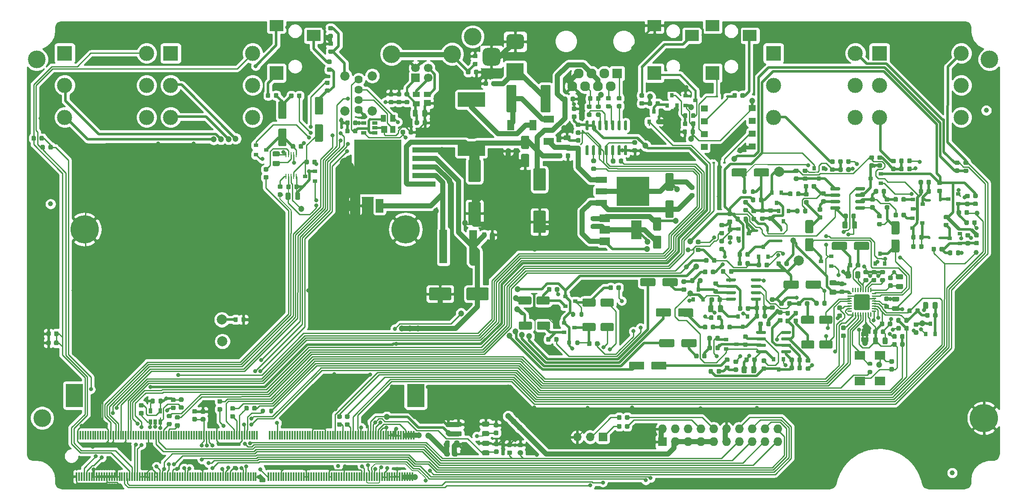
<source format=gbr>
G04 #@! TF.GenerationSoftware,KiCad,Pcbnew,5.1.11-e4df9d881f~92~ubuntu20.04.1*
G04 #@! TF.CreationDate,2021-12-20T18:09:23+01:00*
G04 #@! TF.ProjectId,bottom-board,626f7474-6f6d-42d6-926f-6172642e6b69,rev?*
G04 #@! TF.SameCoordinates,Original*
G04 #@! TF.FileFunction,Copper,L1,Top*
G04 #@! TF.FilePolarity,Positive*
%FSLAX46Y46*%
G04 Gerber Fmt 4.6, Leading zero omitted, Abs format (unit mm)*
G04 Created by KiCad (PCBNEW 5.1.11-e4df9d881f~92~ubuntu20.04.1) date 2021-12-20 18:09:23*
%MOMM*%
%LPD*%
G01*
G04 APERTURE LIST*
G04 #@! TA.AperFunction,EtchedComponent*
%ADD10C,0.100000*%
G04 #@! TD*
G04 #@! TA.AperFunction,SMDPad,CuDef*
%ADD11R,0.300000X1.750000*%
G04 #@! TD*
G04 #@! TA.AperFunction,SMDPad,CuDef*
%ADD12R,3.500000X4.600000*%
G04 #@! TD*
G04 #@! TA.AperFunction,SMDPad,CuDef*
%ADD13R,0.600000X0.450000*%
G04 #@! TD*
G04 #@! TA.AperFunction,ComponentPad*
%ADD14R,1.700000X1.700000*%
G04 #@! TD*
G04 #@! TA.AperFunction,ComponentPad*
%ADD15O,1.700000X1.700000*%
G04 #@! TD*
G04 #@! TA.AperFunction,ComponentPad*
%ADD16O,1.727200X1.727200*%
G04 #@! TD*
G04 #@! TA.AperFunction,ComponentPad*
%ADD17R,1.727200X1.727200*%
G04 #@! TD*
G04 #@! TA.AperFunction,SMDPad,CuDef*
%ADD18R,1.500000X6.600000*%
G04 #@! TD*
G04 #@! TA.AperFunction,SMDPad,CuDef*
%ADD19C,0.100000*%
G04 #@! TD*
G04 #@! TA.AperFunction,SMDPad,CuDef*
%ADD20C,2.000000*%
G04 #@! TD*
G04 #@! TA.AperFunction,SMDPad,CuDef*
%ADD21R,1.400000X1.200000*%
G04 #@! TD*
G04 #@! TA.AperFunction,SMDPad,CuDef*
%ADD22R,1.400000X1.000000*%
G04 #@! TD*
G04 #@! TA.AperFunction,SMDPad,CuDef*
%ADD23R,1.000000X1.400000*%
G04 #@! TD*
G04 #@! TA.AperFunction,SMDPad,CuDef*
%ADD24R,1.200000X1.400000*%
G04 #@! TD*
G04 #@! TA.AperFunction,ComponentPad*
%ADD25C,3.500000*%
G04 #@! TD*
G04 #@! TA.AperFunction,ComponentPad*
%ADD26C,1.700000*%
G04 #@! TD*
G04 #@! TA.AperFunction,SMDPad,CuDef*
%ADD27R,2.800000X2.200000*%
G04 #@! TD*
G04 #@! TA.AperFunction,SMDPad,CuDef*
%ADD28R,2.800000X2.800000*%
G04 #@! TD*
G04 #@! TA.AperFunction,SMDPad,CuDef*
%ADD29R,4.600000X1.100000*%
G04 #@! TD*
G04 #@! TA.AperFunction,SMDPad,CuDef*
%ADD30R,9.400000X10.800000*%
G04 #@! TD*
G04 #@! TA.AperFunction,SMDPad,CuDef*
%ADD31R,0.650000X1.060000*%
G04 #@! TD*
G04 #@! TA.AperFunction,SMDPad,CuDef*
%ADD32R,0.800000X0.900000*%
G04 #@! TD*
G04 #@! TA.AperFunction,SMDPad,CuDef*
%ADD33C,1.000000*%
G04 #@! TD*
G04 #@! TA.AperFunction,SMDPad,CuDef*
%ADD34R,1.500000X2.700000*%
G04 #@! TD*
G04 #@! TA.AperFunction,SMDPad,CuDef*
%ADD35R,0.450000X0.600000*%
G04 #@! TD*
G04 #@! TA.AperFunction,ComponentPad*
%ADD36C,5.600000*%
G04 #@! TD*
G04 #@! TA.AperFunction,ComponentPad*
%ADD37C,1.850000*%
G04 #@! TD*
G04 #@! TA.AperFunction,ComponentPad*
%ADD38C,1.620000*%
G04 #@! TD*
G04 #@! TA.AperFunction,ComponentPad*
%ADD39R,3.500000X3.500000*%
G04 #@! TD*
G04 #@! TA.AperFunction,ComponentPad*
%ADD40C,3.000000*%
G04 #@! TD*
G04 #@! TA.AperFunction,ComponentPad*
%ADD41R,3.000000X3.000000*%
G04 #@! TD*
G04 #@! TA.AperFunction,ComponentPad*
%ADD42R,1.960000X1.960000*%
G04 #@! TD*
G04 #@! TA.AperFunction,ComponentPad*
%ADD43C,1.960000*%
G04 #@! TD*
G04 #@! TA.AperFunction,SMDPad,CuDef*
%ADD44R,0.250000X1.100000*%
G04 #@! TD*
G04 #@! TA.AperFunction,SMDPad,CuDef*
%ADD45R,0.900000X0.800000*%
G04 #@! TD*
G04 #@! TA.AperFunction,SMDPad,CuDef*
%ADD46R,2.200000X1.200000*%
G04 #@! TD*
G04 #@! TA.AperFunction,SMDPad,CuDef*
%ADD47R,6.400000X5.800000*%
G04 #@! TD*
G04 #@! TA.AperFunction,SMDPad,CuDef*
%ADD48R,2.000000X1.800000*%
G04 #@! TD*
G04 #@! TA.AperFunction,SMDPad,CuDef*
%ADD49R,2.000000X3.800000*%
G04 #@! TD*
G04 #@! TA.AperFunction,SMDPad,CuDef*
%ADD50R,2.000000X1.500000*%
G04 #@! TD*
G04 #@! TA.AperFunction,SMDPad,CuDef*
%ADD51R,1.400000X1.300000*%
G04 #@! TD*
G04 #@! TA.AperFunction,SMDPad,CuDef*
%ADD52R,1.060000X0.650000*%
G04 #@! TD*
G04 #@! TA.AperFunction,ComponentPad*
%ADD53C,2.000000*%
G04 #@! TD*
G04 #@! TA.AperFunction,SMDPad,CuDef*
%ADD54R,5.400000X2.900000*%
G04 #@! TD*
G04 #@! TA.AperFunction,SMDPad,CuDef*
%ADD55R,2.100000X1.400000*%
G04 #@! TD*
G04 #@! TA.AperFunction,SMDPad,CuDef*
%ADD56R,1.400000X2.100000*%
G04 #@! TD*
G04 #@! TA.AperFunction,ViaPad*
%ADD57C,1.200000*%
G04 #@! TD*
G04 #@! TA.AperFunction,ViaPad*
%ADD58C,0.800000*%
G04 #@! TD*
G04 #@! TA.AperFunction,Conductor*
%ADD59C,0.250000*%
G04 #@! TD*
G04 #@! TA.AperFunction,Conductor*
%ADD60C,0.500000*%
G04 #@! TD*
G04 #@! TA.AperFunction,Conductor*
%ADD61C,0.200000*%
G04 #@! TD*
G04 #@! TA.AperFunction,Conductor*
%ADD62C,1.000000*%
G04 #@! TD*
G04 #@! TA.AperFunction,Conductor*
%ADD63C,2.000000*%
G04 #@! TD*
G04 #@! TA.AperFunction,Conductor*
%ADD64C,0.480000*%
G04 #@! TD*
G04 #@! TA.AperFunction,Conductor*
%ADD65C,0.450000*%
G04 #@! TD*
G04 #@! TA.AperFunction,Conductor*
%ADD66C,0.254000*%
G04 #@! TD*
G04 #@! TA.AperFunction,Conductor*
%ADD67C,0.100000*%
G04 #@! TD*
G04 APERTURE END LIST*
D10*
G36*
X225000000Y-104900000D02*
G01*
X225000000Y-104400000D01*
X225400000Y-104400000D01*
X225400000Y-104900000D01*
X225000000Y-104900000D01*
G37*
G36*
X225800000Y-104900000D02*
G01*
X225800000Y-104400000D01*
X226200000Y-104400000D01*
X226200000Y-104900000D01*
X225800000Y-104900000D01*
G37*
D11*
X69435000Y-132360000D03*
X69685000Y-124160000D03*
X69935000Y-132360000D03*
X70185000Y-124160000D03*
X70435000Y-132360000D03*
X70685000Y-124160000D03*
X70935000Y-132360000D03*
X71185000Y-124160000D03*
X71435000Y-132360000D03*
X71685000Y-124160000D03*
X71935000Y-132360000D03*
X72185000Y-124160000D03*
X72435000Y-132360000D03*
X72685000Y-124160000D03*
X72935000Y-132360000D03*
X73185000Y-124160000D03*
X73435000Y-132360000D03*
X73685000Y-124160000D03*
X73935000Y-132360000D03*
X74185000Y-124160000D03*
X74435000Y-132360000D03*
X74685000Y-124160000D03*
X74935000Y-132360000D03*
X75185000Y-124160000D03*
X75435000Y-132360000D03*
X75685000Y-124160000D03*
X75935000Y-132360000D03*
X76185000Y-124160000D03*
X76435000Y-132360000D03*
X76685000Y-124160000D03*
X76935000Y-132360000D03*
X77185000Y-124160000D03*
X77435000Y-132360000D03*
X77685000Y-124160000D03*
X77935000Y-132360000D03*
X78185000Y-124160000D03*
X78435000Y-132360000D03*
X78685000Y-124160000D03*
X78935000Y-132360000D03*
X79185000Y-124160000D03*
X79435000Y-132360000D03*
X79685000Y-124160000D03*
X79935000Y-132360000D03*
X80185000Y-124160000D03*
X80435000Y-132360000D03*
X80685000Y-124160000D03*
X80935000Y-132360000D03*
X81185000Y-124160000D03*
X81435000Y-132360000D03*
X81685000Y-124160000D03*
X81935000Y-132360000D03*
X82185000Y-124160000D03*
X82435000Y-132360000D03*
X82685000Y-124160000D03*
X82935000Y-132360000D03*
X83185000Y-124160000D03*
X83435000Y-132360000D03*
X83685000Y-124160000D03*
X83935000Y-132360000D03*
X84185000Y-124160000D03*
X84435000Y-132360000D03*
X84685000Y-124160000D03*
X84935000Y-132360000D03*
X85185000Y-124160000D03*
X85435000Y-132360000D03*
X85685000Y-124160000D03*
X85935000Y-132360000D03*
X86185000Y-124160000D03*
X86435000Y-132360000D03*
X86685000Y-124160000D03*
X86935000Y-132360000D03*
X87185000Y-124160000D03*
X87435000Y-132360000D03*
X87685000Y-124160000D03*
X87935000Y-132360000D03*
X88185000Y-124160000D03*
X88435000Y-132360000D03*
X88685000Y-124160000D03*
X88935000Y-132360000D03*
X89185000Y-124160000D03*
X89435000Y-132360000D03*
X89685000Y-124160000D03*
X89935000Y-132360000D03*
X90185000Y-124160000D03*
X90435000Y-132360000D03*
X90685000Y-124160000D03*
X90935000Y-132360000D03*
X91185000Y-124160000D03*
X91435000Y-132360000D03*
X91685000Y-124160000D03*
X91935000Y-132360000D03*
X92185000Y-124160000D03*
X92435000Y-132360000D03*
X92685000Y-124160000D03*
X92935000Y-132360000D03*
X93185000Y-124160000D03*
X93435000Y-132360000D03*
X93685000Y-124160000D03*
X93935000Y-132360000D03*
X94185000Y-124160000D03*
X94435000Y-132360000D03*
X94685000Y-124160000D03*
X94935000Y-132360000D03*
X95185000Y-124160000D03*
X95435000Y-132360000D03*
X95685000Y-124160000D03*
X95935000Y-132360000D03*
X96185000Y-124160000D03*
X96435000Y-132360000D03*
X96685000Y-124160000D03*
X96935000Y-132360000D03*
X97185000Y-124160000D03*
X97435000Y-132360000D03*
X97685000Y-124160000D03*
X97935000Y-132360000D03*
X98185000Y-124160000D03*
X98435000Y-132360000D03*
X98685000Y-124160000D03*
X98935000Y-132360000D03*
X99185000Y-124160000D03*
X99435000Y-132360000D03*
X99685000Y-124160000D03*
X99935000Y-132360000D03*
X100185000Y-124160000D03*
X100435000Y-132360000D03*
X100685000Y-124160000D03*
X100935000Y-132360000D03*
X101185000Y-124160000D03*
X101435000Y-132360000D03*
X101685000Y-124160000D03*
X101935000Y-132360000D03*
X102185000Y-124160000D03*
X102435000Y-132360000D03*
X102685000Y-124160000D03*
X102935000Y-132360000D03*
X103185000Y-124160000D03*
X103435000Y-132360000D03*
X103685000Y-124160000D03*
X103935000Y-132360000D03*
X104185000Y-124160000D03*
X104435000Y-132360000D03*
X104685000Y-124160000D03*
X104935000Y-132360000D03*
X105185000Y-124160000D03*
X107435000Y-132360000D03*
X107685000Y-124160000D03*
X107935000Y-132360000D03*
X108185000Y-124160000D03*
X108435000Y-132360000D03*
X108685000Y-124160000D03*
X108935000Y-132360000D03*
X109185000Y-124160000D03*
X109435000Y-132360000D03*
X109685000Y-124160000D03*
X109935000Y-132360000D03*
X110185000Y-124160000D03*
X110435000Y-132360000D03*
X110685000Y-124160000D03*
X110935000Y-132360000D03*
X111185000Y-124160000D03*
X111435000Y-132360000D03*
X111685000Y-124160000D03*
X111935000Y-132360000D03*
X112185000Y-124160000D03*
X112435000Y-132360000D03*
X112685000Y-124160000D03*
X112935000Y-132360000D03*
X113185000Y-124160000D03*
X113435000Y-132360000D03*
X113685000Y-124160000D03*
X113935000Y-132360000D03*
X114185000Y-124160000D03*
X114435000Y-132360000D03*
X114685000Y-124160000D03*
X114935000Y-132360000D03*
X115185000Y-124160000D03*
X115435000Y-132360000D03*
X115685000Y-124160000D03*
X115935000Y-132360000D03*
X116185000Y-124160000D03*
X116435000Y-132360000D03*
X116685000Y-124160000D03*
X116935000Y-132360000D03*
X117185000Y-124160000D03*
X117435000Y-132360000D03*
X117685000Y-124160000D03*
X117935000Y-132360000D03*
X118185000Y-124160000D03*
X118435000Y-132360000D03*
X118685000Y-124160000D03*
X118935000Y-132360000D03*
X119185000Y-124160000D03*
X119435000Y-132360000D03*
X119685000Y-124160000D03*
X119935000Y-132360000D03*
X120185000Y-124160000D03*
X120435000Y-132360000D03*
X120685000Y-124160000D03*
X120935000Y-132360000D03*
X121185000Y-124160000D03*
X121435000Y-132360000D03*
X121685000Y-124160000D03*
X121935000Y-132360000D03*
X122185000Y-124160000D03*
X122435000Y-132360000D03*
X122685000Y-124160000D03*
X122935000Y-132360000D03*
X123185000Y-124160000D03*
X123435000Y-132360000D03*
X123685000Y-124160000D03*
X123935000Y-132360000D03*
X124185000Y-124160000D03*
X124435000Y-132360000D03*
X124685000Y-124160000D03*
X124935000Y-132360000D03*
X125185000Y-124160000D03*
X125435000Y-132360000D03*
X125685000Y-124160000D03*
X125935000Y-132360000D03*
X126185000Y-124160000D03*
X126435000Y-132360000D03*
X126685000Y-124160000D03*
X126935000Y-132360000D03*
X127185000Y-124160000D03*
X127435000Y-132360000D03*
X127685000Y-124160000D03*
X127935000Y-132360000D03*
X128185000Y-124160000D03*
X128435000Y-132360000D03*
X128685000Y-124160000D03*
X128935000Y-132360000D03*
X129185000Y-124160000D03*
X129435000Y-132360000D03*
X129685000Y-124160000D03*
X129935000Y-132360000D03*
X130185000Y-124160000D03*
X130435000Y-132360000D03*
X130685000Y-124160000D03*
X130935000Y-132360000D03*
X131185000Y-124160000D03*
X131435000Y-132360000D03*
X131685000Y-124160000D03*
X131935000Y-132360000D03*
X132185000Y-124160000D03*
X132435000Y-132360000D03*
X132685000Y-124160000D03*
X132935000Y-132360000D03*
X133185000Y-124160000D03*
X133435000Y-132360000D03*
X133685000Y-124160000D03*
X133935000Y-132360000D03*
X134185000Y-124160000D03*
X134435000Y-132360000D03*
X134685000Y-124160000D03*
X134935000Y-132360000D03*
X135185000Y-124160000D03*
X135435000Y-132360000D03*
X135685000Y-124160000D03*
X135935000Y-132360000D03*
X136185000Y-124160000D03*
D12*
X136610000Y-116260000D03*
X69010000Y-116260000D03*
G04 #@! TA.AperFunction,SMDPad,CuDef*
G36*
G01*
X237550000Y-100631250D02*
X237550000Y-100118750D01*
G75*
G02*
X237768750Y-99900000I218750J0D01*
G01*
X238206250Y-99900000D01*
G75*
G02*
X238425000Y-100118750I0J-218750D01*
G01*
X238425000Y-100631250D01*
G75*
G02*
X238206250Y-100850000I-218750J0D01*
G01*
X237768750Y-100850000D01*
G75*
G02*
X237550000Y-100631250I0J218750D01*
G01*
G37*
G04 #@! TD.AperFunction*
G04 #@! TA.AperFunction,SMDPad,CuDef*
G36*
G01*
X239125000Y-100631250D02*
X239125000Y-100118750D01*
G75*
G02*
X239343750Y-99900000I218750J0D01*
G01*
X239781250Y-99900000D01*
G75*
G02*
X240000000Y-100118750I0J-218750D01*
G01*
X240000000Y-100631250D01*
G75*
G02*
X239781250Y-100850000I-218750J0D01*
G01*
X239343750Y-100850000D01*
G75*
G02*
X239125000Y-100631250I0J218750D01*
G01*
G37*
G04 #@! TD.AperFunction*
D13*
X196260000Y-57020000D03*
X198360000Y-57020000D03*
D14*
X173710000Y-124490000D03*
D15*
X171170000Y-124490000D03*
X168630000Y-124490000D03*
D16*
X208320000Y-122890000D03*
X208320000Y-125430000D03*
X205780000Y-122890000D03*
X205780000Y-125430000D03*
X203240000Y-122890000D03*
X203240000Y-125430000D03*
X200700000Y-122890000D03*
X200700000Y-125430000D03*
X198160000Y-122890000D03*
X198160000Y-125430000D03*
X195620000Y-122890000D03*
X195620000Y-125430000D03*
X193080000Y-122890000D03*
X193080000Y-125430000D03*
X190540000Y-122890000D03*
X190540000Y-125430000D03*
X188000000Y-122890000D03*
X188000000Y-125430000D03*
X185460000Y-122890000D03*
D17*
X185460000Y-125430000D03*
G04 #@! TA.AperFunction,SMDPad,CuDef*
G36*
G01*
X142401320Y-126352290D02*
X142401320Y-125439790D01*
G75*
G02*
X142645070Y-125196040I243750J0D01*
G01*
X143132570Y-125196040D01*
G75*
G02*
X143376320Y-125439790I0J-243750D01*
G01*
X143376320Y-126352290D01*
G75*
G02*
X143132570Y-126596040I-243750J0D01*
G01*
X142645070Y-126596040D01*
G75*
G02*
X142401320Y-126352290I0J243750D01*
G01*
G37*
G04 #@! TD.AperFunction*
G04 #@! TA.AperFunction,SMDPad,CuDef*
G36*
G01*
X144276320Y-126352290D02*
X144276320Y-125439790D01*
G75*
G02*
X144520070Y-125196040I243750J0D01*
G01*
X145007570Y-125196040D01*
G75*
G02*
X145251320Y-125439790I0J-243750D01*
G01*
X145251320Y-126352290D01*
G75*
G02*
X145007570Y-126596040I-243750J0D01*
G01*
X144520070Y-126596040D01*
G75*
G02*
X144276320Y-126352290I0J243750D01*
G01*
G37*
G04 #@! TD.AperFunction*
G04 #@! TA.AperFunction,SMDPad,CuDef*
G36*
G01*
X98056250Y-117880000D02*
X97543750Y-117880000D01*
G75*
G02*
X97325000Y-117661250I0J218750D01*
G01*
X97325000Y-117223750D01*
G75*
G02*
X97543750Y-117005000I218750J0D01*
G01*
X98056250Y-117005000D01*
G75*
G02*
X98275000Y-117223750I0J-218750D01*
G01*
X98275000Y-117661250D01*
G75*
G02*
X98056250Y-117880000I-218750J0D01*
G01*
G37*
G04 #@! TD.AperFunction*
G04 #@! TA.AperFunction,SMDPad,CuDef*
G36*
G01*
X98056250Y-119455000D02*
X97543750Y-119455000D01*
G75*
G02*
X97325000Y-119236250I0J218750D01*
G01*
X97325000Y-118798750D01*
G75*
G02*
X97543750Y-118580000I218750J0D01*
G01*
X98056250Y-118580000D01*
G75*
G02*
X98275000Y-118798750I0J-218750D01*
G01*
X98275000Y-119236250D01*
G75*
G02*
X98056250Y-119455000I-218750J0D01*
G01*
G37*
G04 #@! TD.AperFunction*
G04 #@! TA.AperFunction,SMDPad,CuDef*
G36*
G01*
X211547500Y-110543750D02*
X211547500Y-111056250D01*
G75*
G02*
X211328750Y-111275000I-218750J0D01*
G01*
X210891250Y-111275000D01*
G75*
G02*
X210672500Y-111056250I0J218750D01*
G01*
X210672500Y-110543750D01*
G75*
G02*
X210891250Y-110325000I218750J0D01*
G01*
X211328750Y-110325000D01*
G75*
G02*
X211547500Y-110543750I0J-218750D01*
G01*
G37*
G04 #@! TD.AperFunction*
G04 #@! TA.AperFunction,SMDPad,CuDef*
G36*
G01*
X213122500Y-110543750D02*
X213122500Y-111056250D01*
G75*
G02*
X212903750Y-111275000I-218750J0D01*
G01*
X212466250Y-111275000D01*
G75*
G02*
X212247500Y-111056250I0J218750D01*
G01*
X212247500Y-110543750D01*
G75*
G02*
X212466250Y-110325000I218750J0D01*
G01*
X212903750Y-110325000D01*
G75*
G02*
X213122500Y-110543750I0J-218750D01*
G01*
G37*
G04 #@! TD.AperFunction*
G04 #@! TA.AperFunction,SMDPad,CuDef*
G36*
G01*
X212960000Y-101820000D02*
X212960000Y-100720000D01*
G75*
G02*
X213210000Y-100470000I250000J0D01*
G01*
X215310000Y-100470000D01*
G75*
G02*
X215560000Y-100720000I0J-250000D01*
G01*
X215560000Y-101820000D01*
G75*
G02*
X215310000Y-102070000I-250000J0D01*
G01*
X213210000Y-102070000D01*
G75*
G02*
X212960000Y-101820000I0J250000D01*
G01*
G37*
G04 #@! TD.AperFunction*
G04 #@! TA.AperFunction,SMDPad,CuDef*
G36*
G01*
X216560000Y-101820000D02*
X216560000Y-100720000D01*
G75*
G02*
X216810000Y-100470000I250000J0D01*
G01*
X218910000Y-100470000D01*
G75*
G02*
X219160000Y-100720000I0J-250000D01*
G01*
X219160000Y-101820000D01*
G75*
G02*
X218910000Y-102070000I-250000J0D01*
G01*
X216810000Y-102070000D01*
G75*
G02*
X216560000Y-101820000I0J250000D01*
G01*
G37*
G04 #@! TD.AperFunction*
G04 #@! TA.AperFunction,SMDPad,CuDef*
G36*
G01*
X210760000Y-99693750D02*
X210760000Y-100206250D01*
G75*
G02*
X210541250Y-100425000I-218750J0D01*
G01*
X210103750Y-100425000D01*
G75*
G02*
X209885000Y-100206250I0J218750D01*
G01*
X209885000Y-99693750D01*
G75*
G02*
X210103750Y-99475000I218750J0D01*
G01*
X210541250Y-99475000D01*
G75*
G02*
X210760000Y-99693750I0J-218750D01*
G01*
G37*
G04 #@! TD.AperFunction*
G04 #@! TA.AperFunction,SMDPad,CuDef*
G36*
G01*
X212335000Y-99693750D02*
X212335000Y-100206250D01*
G75*
G02*
X212116250Y-100425000I-218750J0D01*
G01*
X211678750Y-100425000D01*
G75*
G02*
X211460000Y-100206250I0J218750D01*
G01*
X211460000Y-99693750D01*
G75*
G02*
X211678750Y-99475000I218750J0D01*
G01*
X212116250Y-99475000D01*
G75*
G02*
X212335000Y-99693750I0J-218750D01*
G01*
G37*
G04 #@! TD.AperFunction*
D18*
X142100000Y-86760000D03*
X147967400Y-86798100D03*
G04 #@! TA.AperFunction,SMDPad,CuDef*
G36*
G01*
X163337500Y-104893750D02*
X163337500Y-105406250D01*
G75*
G02*
X163118750Y-105625000I-218750J0D01*
G01*
X162681250Y-105625000D01*
G75*
G02*
X162462500Y-105406250I0J218750D01*
G01*
X162462500Y-104893750D01*
G75*
G02*
X162681250Y-104675000I218750J0D01*
G01*
X163118750Y-104675000D01*
G75*
G02*
X163337500Y-104893750I0J-218750D01*
G01*
G37*
G04 #@! TD.AperFunction*
G04 #@! TA.AperFunction,SMDPad,CuDef*
G36*
G01*
X164912500Y-104893750D02*
X164912500Y-105406250D01*
G75*
G02*
X164693750Y-105625000I-218750J0D01*
G01*
X164256250Y-105625000D01*
G75*
G02*
X164037500Y-105406250I0J218750D01*
G01*
X164037500Y-104893750D01*
G75*
G02*
X164256250Y-104675000I218750J0D01*
G01*
X164693750Y-104675000D01*
G75*
G02*
X164912500Y-104893750I0J-218750D01*
G01*
G37*
G04 #@! TD.AperFunction*
G04 #@! TA.AperFunction,SMDPad,CuDef*
G36*
G01*
X205836250Y-111387500D02*
X205323750Y-111387500D01*
G75*
G02*
X205105000Y-111168750I0J218750D01*
G01*
X205105000Y-110731250D01*
G75*
G02*
X205323750Y-110512500I218750J0D01*
G01*
X205836250Y-110512500D01*
G75*
G02*
X206055000Y-110731250I0J-218750D01*
G01*
X206055000Y-111168750D01*
G75*
G02*
X205836250Y-111387500I-218750J0D01*
G01*
G37*
G04 #@! TD.AperFunction*
G04 #@! TA.AperFunction,SMDPad,CuDef*
G36*
G01*
X205836250Y-109812500D02*
X205323750Y-109812500D01*
G75*
G02*
X205105000Y-109593750I0J218750D01*
G01*
X205105000Y-109156250D01*
G75*
G02*
X205323750Y-108937500I218750J0D01*
G01*
X205836250Y-108937500D01*
G75*
G02*
X206055000Y-109156250I0J-218750D01*
G01*
X206055000Y-109593750D01*
G75*
G02*
X205836250Y-109812500I-218750J0D01*
G01*
G37*
G04 #@! TD.AperFunction*
G04 #@! TA.AperFunction,SMDPad,CuDef*
G36*
G01*
X210968000Y-107419000D02*
X210968000Y-107719000D01*
G75*
G02*
X210818000Y-107869000I-150000J0D01*
G01*
X209168000Y-107869000D01*
G75*
G02*
X209018000Y-107719000I0J150000D01*
G01*
X209018000Y-107419000D01*
G75*
G02*
X209168000Y-107269000I150000J0D01*
G01*
X210818000Y-107269000D01*
G75*
G02*
X210968000Y-107419000I0J-150000D01*
G01*
G37*
G04 #@! TD.AperFunction*
G04 #@! TA.AperFunction,SMDPad,CuDef*
G36*
G01*
X210968000Y-106149000D02*
X210968000Y-106449000D01*
G75*
G02*
X210818000Y-106599000I-150000J0D01*
G01*
X209168000Y-106599000D01*
G75*
G02*
X209018000Y-106449000I0J150000D01*
G01*
X209018000Y-106149000D01*
G75*
G02*
X209168000Y-105999000I150000J0D01*
G01*
X210818000Y-105999000D01*
G75*
G02*
X210968000Y-106149000I0J-150000D01*
G01*
G37*
G04 #@! TD.AperFunction*
G04 #@! TA.AperFunction,SMDPad,CuDef*
G36*
G01*
X210968000Y-104879000D02*
X210968000Y-105179000D01*
G75*
G02*
X210818000Y-105329000I-150000J0D01*
G01*
X209168000Y-105329000D01*
G75*
G02*
X209018000Y-105179000I0J150000D01*
G01*
X209018000Y-104879000D01*
G75*
G02*
X209168000Y-104729000I150000J0D01*
G01*
X210818000Y-104729000D01*
G75*
G02*
X210968000Y-104879000I0J-150000D01*
G01*
G37*
G04 #@! TD.AperFunction*
G04 #@! TA.AperFunction,SMDPad,CuDef*
G36*
G01*
X210968000Y-103609000D02*
X210968000Y-103909000D01*
G75*
G02*
X210818000Y-104059000I-150000J0D01*
G01*
X209168000Y-104059000D01*
G75*
G02*
X209018000Y-103909000I0J150000D01*
G01*
X209018000Y-103609000D01*
G75*
G02*
X209168000Y-103459000I150000J0D01*
G01*
X210818000Y-103459000D01*
G75*
G02*
X210968000Y-103609000I0J-150000D01*
G01*
G37*
G04 #@! TD.AperFunction*
G04 #@! TA.AperFunction,SMDPad,CuDef*
G36*
G01*
X206018000Y-103609000D02*
X206018000Y-103909000D01*
G75*
G02*
X205868000Y-104059000I-150000J0D01*
G01*
X204218000Y-104059000D01*
G75*
G02*
X204068000Y-103909000I0J150000D01*
G01*
X204068000Y-103609000D01*
G75*
G02*
X204218000Y-103459000I150000J0D01*
G01*
X205868000Y-103459000D01*
G75*
G02*
X206018000Y-103609000I0J-150000D01*
G01*
G37*
G04 #@! TD.AperFunction*
G04 #@! TA.AperFunction,SMDPad,CuDef*
G36*
G01*
X206018000Y-104879000D02*
X206018000Y-105179000D01*
G75*
G02*
X205868000Y-105329000I-150000J0D01*
G01*
X204218000Y-105329000D01*
G75*
G02*
X204068000Y-105179000I0J150000D01*
G01*
X204068000Y-104879000D01*
G75*
G02*
X204218000Y-104729000I150000J0D01*
G01*
X205868000Y-104729000D01*
G75*
G02*
X206018000Y-104879000I0J-150000D01*
G01*
G37*
G04 #@! TD.AperFunction*
G04 #@! TA.AperFunction,SMDPad,CuDef*
G36*
G01*
X206018000Y-106149000D02*
X206018000Y-106449000D01*
G75*
G02*
X205868000Y-106599000I-150000J0D01*
G01*
X204218000Y-106599000D01*
G75*
G02*
X204068000Y-106449000I0J150000D01*
G01*
X204068000Y-106149000D01*
G75*
G02*
X204218000Y-105999000I150000J0D01*
G01*
X205868000Y-105999000D01*
G75*
G02*
X206018000Y-106149000I0J-150000D01*
G01*
G37*
G04 #@! TD.AperFunction*
G04 #@! TA.AperFunction,SMDPad,CuDef*
G36*
G01*
X206018000Y-107419000D02*
X206018000Y-107719000D01*
G75*
G02*
X205868000Y-107869000I-150000J0D01*
G01*
X204218000Y-107869000D01*
G75*
G02*
X204068000Y-107719000I0J150000D01*
G01*
X204068000Y-107419000D01*
G75*
G02*
X204218000Y-107269000I150000J0D01*
G01*
X205868000Y-107269000D01*
G75*
G02*
X206018000Y-107419000I0J-150000D01*
G01*
G37*
G04 #@! TD.AperFunction*
G04 #@! TA.AperFunction,SMDPad,CuDef*
D19*
G36*
X224850602Y-104000000D02*
G01*
X224850602Y-103975466D01*
X224855412Y-103926635D01*
X224864984Y-103878510D01*
X224879228Y-103831555D01*
X224898005Y-103786222D01*
X224921136Y-103742949D01*
X224948396Y-103702150D01*
X224979524Y-103664221D01*
X225014221Y-103629524D01*
X225052150Y-103598396D01*
X225092949Y-103571136D01*
X225136222Y-103548005D01*
X225181555Y-103529228D01*
X225228510Y-103514984D01*
X225276635Y-103505412D01*
X225325466Y-103500602D01*
X225350000Y-103500602D01*
X225350000Y-103500000D01*
X225850000Y-103500000D01*
X225850000Y-103500602D01*
X225874534Y-103500602D01*
X225923365Y-103505412D01*
X225971490Y-103514984D01*
X226018445Y-103529228D01*
X226063778Y-103548005D01*
X226107051Y-103571136D01*
X226147850Y-103598396D01*
X226185779Y-103629524D01*
X226220476Y-103664221D01*
X226251604Y-103702150D01*
X226278864Y-103742949D01*
X226301995Y-103786222D01*
X226320772Y-103831555D01*
X226335016Y-103878510D01*
X226344588Y-103926635D01*
X226349398Y-103975466D01*
X226349398Y-104000000D01*
X226350000Y-104000000D01*
X226350000Y-104500000D01*
X224850000Y-104500000D01*
X224850000Y-104000000D01*
X224850602Y-104000000D01*
G37*
G04 #@! TD.AperFunction*
G04 #@! TA.AperFunction,SMDPad,CuDef*
G36*
X226350000Y-104800000D02*
G01*
X226350000Y-105300000D01*
X226349398Y-105300000D01*
X226349398Y-105324534D01*
X226344588Y-105373365D01*
X226335016Y-105421490D01*
X226320772Y-105468445D01*
X226301995Y-105513778D01*
X226278864Y-105557051D01*
X226251604Y-105597850D01*
X226220476Y-105635779D01*
X226185779Y-105670476D01*
X226147850Y-105701604D01*
X226107051Y-105728864D01*
X226063778Y-105751995D01*
X226018445Y-105770772D01*
X225971490Y-105785016D01*
X225923365Y-105794588D01*
X225874534Y-105799398D01*
X225850000Y-105799398D01*
X225850000Y-105800000D01*
X225350000Y-105800000D01*
X225350000Y-105799398D01*
X225325466Y-105799398D01*
X225276635Y-105794588D01*
X225228510Y-105785016D01*
X225181555Y-105770772D01*
X225136222Y-105751995D01*
X225092949Y-105728864D01*
X225052150Y-105701604D01*
X225014221Y-105670476D01*
X224979524Y-105635779D01*
X224948396Y-105597850D01*
X224921136Y-105557051D01*
X224898005Y-105513778D01*
X224879228Y-105468445D01*
X224864984Y-105421490D01*
X224855412Y-105373365D01*
X224850602Y-105324534D01*
X224850602Y-105300000D01*
X224850000Y-105300000D01*
X224850000Y-104800000D01*
X226350000Y-104800000D01*
G37*
G04 #@! TD.AperFunction*
D20*
X208600000Y-71900000D03*
G04 #@! TA.AperFunction,SMDPad,CuDef*
G36*
G01*
X214050000Y-85100000D02*
X215150000Y-85100000D01*
G75*
G02*
X215400000Y-85350000I0J-250000D01*
G01*
X215400000Y-87450000D01*
G75*
G02*
X215150000Y-87700000I-250000J0D01*
G01*
X214050000Y-87700000D01*
G75*
G02*
X213800000Y-87450000I0J250000D01*
G01*
X213800000Y-85350000D01*
G75*
G02*
X214050000Y-85100000I250000J0D01*
G01*
G37*
G04 #@! TD.AperFunction*
G04 #@! TA.AperFunction,SMDPad,CuDef*
G36*
G01*
X214050000Y-81500000D02*
X215150000Y-81500000D01*
G75*
G02*
X215400000Y-81750000I0J-250000D01*
G01*
X215400000Y-83850000D01*
G75*
G02*
X215150000Y-84100000I-250000J0D01*
G01*
X214050000Y-84100000D01*
G75*
G02*
X213800000Y-83850000I0J250000D01*
G01*
X213800000Y-81750000D01*
G75*
G02*
X214050000Y-81500000I250000J0D01*
G01*
G37*
G04 #@! TD.AperFunction*
G04 #@! TA.AperFunction,SMDPad,CuDef*
G36*
G01*
X133635000Y-64311250D02*
X133635000Y-63798750D01*
G75*
G02*
X133853750Y-63580000I218750J0D01*
G01*
X134291250Y-63580000D01*
G75*
G02*
X134510000Y-63798750I0J-218750D01*
G01*
X134510000Y-64311250D01*
G75*
G02*
X134291250Y-64530000I-218750J0D01*
G01*
X133853750Y-64530000D01*
G75*
G02*
X133635000Y-64311250I0J218750D01*
G01*
G37*
G04 #@! TD.AperFunction*
G04 #@! TA.AperFunction,SMDPad,CuDef*
G36*
G01*
X135210000Y-64311250D02*
X135210000Y-63798750D01*
G75*
G02*
X135428750Y-63580000I218750J0D01*
G01*
X135866250Y-63580000D01*
G75*
G02*
X136085000Y-63798750I0J-218750D01*
G01*
X136085000Y-64311250D01*
G75*
G02*
X135866250Y-64530000I-218750J0D01*
G01*
X135428750Y-64530000D01*
G75*
G02*
X135210000Y-64311250I0J218750D01*
G01*
G37*
G04 #@! TD.AperFunction*
G04 #@! TA.AperFunction,SMDPad,CuDef*
G36*
G01*
X164762500Y-69006250D02*
X164762500Y-68493750D01*
G75*
G02*
X164981250Y-68275000I218750J0D01*
G01*
X165418750Y-68275000D01*
G75*
G02*
X165637500Y-68493750I0J-218750D01*
G01*
X165637500Y-69006250D01*
G75*
G02*
X165418750Y-69225000I-218750J0D01*
G01*
X164981250Y-69225000D01*
G75*
G02*
X164762500Y-69006250I0J218750D01*
G01*
G37*
G04 #@! TD.AperFunction*
G04 #@! TA.AperFunction,SMDPad,CuDef*
G36*
G01*
X166337500Y-69006250D02*
X166337500Y-68493750D01*
G75*
G02*
X166556250Y-68275000I218750J0D01*
G01*
X166993750Y-68275000D01*
G75*
G02*
X167212500Y-68493750I0J-218750D01*
G01*
X167212500Y-69006250D01*
G75*
G02*
X166993750Y-69225000I-218750J0D01*
G01*
X166556250Y-69225000D01*
G75*
G02*
X166337500Y-69006250I0J218750D01*
G01*
G37*
G04 #@! TD.AperFunction*
G04 #@! TA.AperFunction,SMDPad,CuDef*
G36*
G01*
X151340000Y-84666250D02*
X151340000Y-84153750D01*
G75*
G02*
X151558750Y-83935000I218750J0D01*
G01*
X151996250Y-83935000D01*
G75*
G02*
X152215000Y-84153750I0J-218750D01*
G01*
X152215000Y-84666250D01*
G75*
G02*
X151996250Y-84885000I-218750J0D01*
G01*
X151558750Y-84885000D01*
G75*
G02*
X151340000Y-84666250I0J218750D01*
G01*
G37*
G04 #@! TD.AperFunction*
G04 #@! TA.AperFunction,SMDPad,CuDef*
G36*
G01*
X149765000Y-84666250D02*
X149765000Y-84153750D01*
G75*
G02*
X149983750Y-83935000I218750J0D01*
G01*
X150421250Y-83935000D01*
G75*
G02*
X150640000Y-84153750I0J-218750D01*
G01*
X150640000Y-84666250D01*
G75*
G02*
X150421250Y-84885000I-218750J0D01*
G01*
X149983750Y-84885000D01*
G75*
G02*
X149765000Y-84666250I0J218750D01*
G01*
G37*
G04 #@! TD.AperFunction*
G04 #@! TA.AperFunction,SMDPad,CuDef*
G36*
G01*
X167056250Y-65670000D02*
X166143750Y-65670000D01*
G75*
G02*
X165900000Y-65426250I0J243750D01*
G01*
X165900000Y-64938750D01*
G75*
G02*
X166143750Y-64695000I243750J0D01*
G01*
X167056250Y-64695000D01*
G75*
G02*
X167300000Y-64938750I0J-243750D01*
G01*
X167300000Y-65426250D01*
G75*
G02*
X167056250Y-65670000I-243750J0D01*
G01*
G37*
G04 #@! TD.AperFunction*
G04 #@! TA.AperFunction,SMDPad,CuDef*
G36*
G01*
X167056250Y-67545000D02*
X166143750Y-67545000D01*
G75*
G02*
X165900000Y-67301250I0J243750D01*
G01*
X165900000Y-66813750D01*
G75*
G02*
X166143750Y-66570000I243750J0D01*
G01*
X167056250Y-66570000D01*
G75*
G02*
X167300000Y-66813750I0J-243750D01*
G01*
X167300000Y-67301250D01*
G75*
G02*
X167056250Y-67545000I-243750J0D01*
G01*
G37*
G04 #@! TD.AperFunction*
G04 #@! TA.AperFunction,SMDPad,CuDef*
G36*
G01*
X169056250Y-67712500D02*
X168543750Y-67712500D01*
G75*
G02*
X168325000Y-67493750I0J218750D01*
G01*
X168325000Y-67056250D01*
G75*
G02*
X168543750Y-66837500I218750J0D01*
G01*
X169056250Y-66837500D01*
G75*
G02*
X169275000Y-67056250I0J-218750D01*
G01*
X169275000Y-67493750D01*
G75*
G02*
X169056250Y-67712500I-218750J0D01*
G01*
G37*
G04 #@! TD.AperFunction*
G04 #@! TA.AperFunction,SMDPad,CuDef*
G36*
G01*
X169056250Y-66137500D02*
X168543750Y-66137500D01*
G75*
G02*
X168325000Y-65918750I0J218750D01*
G01*
X168325000Y-65481250D01*
G75*
G02*
X168543750Y-65262500I218750J0D01*
G01*
X169056250Y-65262500D01*
G75*
G02*
X169275000Y-65481250I0J-218750D01*
G01*
X169275000Y-65918750D01*
G75*
G02*
X169056250Y-66137500I-218750J0D01*
G01*
G37*
G04 #@! TD.AperFunction*
G04 #@! TA.AperFunction,SMDPad,CuDef*
G36*
G01*
X191616250Y-75480000D02*
X191103750Y-75480000D01*
G75*
G02*
X190885000Y-75261250I0J218750D01*
G01*
X190885000Y-74823750D01*
G75*
G02*
X191103750Y-74605000I218750J0D01*
G01*
X191616250Y-74605000D01*
G75*
G02*
X191835000Y-74823750I0J-218750D01*
G01*
X191835000Y-75261250D01*
G75*
G02*
X191616250Y-75480000I-218750J0D01*
G01*
G37*
G04 #@! TD.AperFunction*
G04 #@! TA.AperFunction,SMDPad,CuDef*
G36*
G01*
X191616250Y-77055000D02*
X191103750Y-77055000D01*
G75*
G02*
X190885000Y-76836250I0J218750D01*
G01*
X190885000Y-76398750D01*
G75*
G02*
X191103750Y-76180000I218750J0D01*
G01*
X191616250Y-76180000D01*
G75*
G02*
X191835000Y-76398750I0J-218750D01*
G01*
X191835000Y-76836250D01*
G75*
G02*
X191616250Y-77055000I-218750J0D01*
G01*
G37*
G04 #@! TD.AperFunction*
G04 #@! TA.AperFunction,SMDPad,CuDef*
G36*
G01*
X237150000Y-98881250D02*
X237150000Y-97968750D01*
G75*
G02*
X237393750Y-97725000I243750J0D01*
G01*
X237881250Y-97725000D01*
G75*
G02*
X238125000Y-97968750I0J-243750D01*
G01*
X238125000Y-98881250D01*
G75*
G02*
X237881250Y-99125000I-243750J0D01*
G01*
X237393750Y-99125000D01*
G75*
G02*
X237150000Y-98881250I0J243750D01*
G01*
G37*
G04 #@! TD.AperFunction*
G04 #@! TA.AperFunction,SMDPad,CuDef*
G36*
G01*
X239025000Y-98881250D02*
X239025000Y-97968750D01*
G75*
G02*
X239268750Y-97725000I243750J0D01*
G01*
X239756250Y-97725000D01*
G75*
G02*
X240000000Y-97968750I0J-243750D01*
G01*
X240000000Y-98881250D01*
G75*
G02*
X239756250Y-99125000I-243750J0D01*
G01*
X239268750Y-99125000D01*
G75*
G02*
X239025000Y-98881250I0J243750D01*
G01*
G37*
G04 #@! TD.AperFunction*
G04 #@! TA.AperFunction,SMDPad,CuDef*
G36*
G01*
X144023920Y-128161430D02*
X144023920Y-127648930D01*
G75*
G02*
X144242670Y-127430180I218750J0D01*
G01*
X144680170Y-127430180D01*
G75*
G02*
X144898920Y-127648930I0J-218750D01*
G01*
X144898920Y-128161430D01*
G75*
G02*
X144680170Y-128380180I-218750J0D01*
G01*
X144242670Y-128380180D01*
G75*
G02*
X144023920Y-128161430I0J218750D01*
G01*
G37*
G04 #@! TD.AperFunction*
G04 #@! TA.AperFunction,SMDPad,CuDef*
G36*
G01*
X142448920Y-128161430D02*
X142448920Y-127648930D01*
G75*
G02*
X142667670Y-127430180I218750J0D01*
G01*
X143105170Y-127430180D01*
G75*
G02*
X143323920Y-127648930I0J-218750D01*
G01*
X143323920Y-128161430D01*
G75*
G02*
X143105170Y-128380180I-218750J0D01*
G01*
X142667670Y-128380180D01*
G75*
G02*
X142448920Y-128161430I0J218750D01*
G01*
G37*
G04 #@! TD.AperFunction*
G04 #@! TA.AperFunction,SMDPad,CuDef*
G36*
G01*
X131991250Y-58562500D02*
X131478750Y-58562500D01*
G75*
G02*
X131260000Y-58343750I0J218750D01*
G01*
X131260000Y-57906250D01*
G75*
G02*
X131478750Y-57687500I218750J0D01*
G01*
X131991250Y-57687500D01*
G75*
G02*
X132210000Y-57906250I0J-218750D01*
G01*
X132210000Y-58343750D01*
G75*
G02*
X131991250Y-58562500I-218750J0D01*
G01*
G37*
G04 #@! TD.AperFunction*
G04 #@! TA.AperFunction,SMDPad,CuDef*
G36*
G01*
X131991250Y-56987500D02*
X131478750Y-56987500D01*
G75*
G02*
X131260000Y-56768750I0J218750D01*
G01*
X131260000Y-56331250D01*
G75*
G02*
X131478750Y-56112500I218750J0D01*
G01*
X131991250Y-56112500D01*
G75*
G02*
X132210000Y-56331250I0J-218750D01*
G01*
X132210000Y-56768750D01*
G75*
G02*
X131991250Y-56987500I-218750J0D01*
G01*
G37*
G04 #@! TD.AperFunction*
G04 #@! TA.AperFunction,SMDPad,CuDef*
G36*
G01*
X136050000Y-60781250D02*
X136050000Y-59868750D01*
G75*
G02*
X136293750Y-59625000I243750J0D01*
G01*
X136781250Y-59625000D01*
G75*
G02*
X137025000Y-59868750I0J-243750D01*
G01*
X137025000Y-60781250D01*
G75*
G02*
X136781250Y-61025000I-243750J0D01*
G01*
X136293750Y-61025000D01*
G75*
G02*
X136050000Y-60781250I0J243750D01*
G01*
G37*
G04 #@! TD.AperFunction*
G04 #@! TA.AperFunction,SMDPad,CuDef*
G36*
G01*
X137925000Y-60781250D02*
X137925000Y-59868750D01*
G75*
G02*
X138168750Y-59625000I243750J0D01*
G01*
X138656250Y-59625000D01*
G75*
G02*
X138900000Y-59868750I0J-243750D01*
G01*
X138900000Y-60781250D01*
G75*
G02*
X138656250Y-61025000I-243750J0D01*
G01*
X138168750Y-61025000D01*
G75*
G02*
X137925000Y-60781250I0J243750D01*
G01*
G37*
G04 #@! TD.AperFunction*
G04 #@! TA.AperFunction,SMDPad,CuDef*
G36*
G01*
X138862500Y-61918750D02*
X138862500Y-62431250D01*
G75*
G02*
X138643750Y-62650000I-218750J0D01*
G01*
X138206250Y-62650000D01*
G75*
G02*
X137987500Y-62431250I0J218750D01*
G01*
X137987500Y-61918750D01*
G75*
G02*
X138206250Y-61700000I218750J0D01*
G01*
X138643750Y-61700000D01*
G75*
G02*
X138862500Y-61918750I0J-218750D01*
G01*
G37*
G04 #@! TD.AperFunction*
G04 #@! TA.AperFunction,SMDPad,CuDef*
G36*
G01*
X137287500Y-61918750D02*
X137287500Y-62431250D01*
G75*
G02*
X137068750Y-62650000I-218750J0D01*
G01*
X136631250Y-62650000D01*
G75*
G02*
X136412500Y-62431250I0J218750D01*
G01*
X136412500Y-61918750D01*
G75*
G02*
X136631250Y-61700000I218750J0D01*
G01*
X137068750Y-61700000D01*
G75*
G02*
X137287500Y-61918750I0J-218750D01*
G01*
G37*
G04 #@! TD.AperFunction*
G04 #@! TA.AperFunction,SMDPad,CuDef*
G36*
G01*
X124212500Y-64106250D02*
X124212500Y-63593750D01*
G75*
G02*
X124431250Y-63375000I218750J0D01*
G01*
X124868750Y-63375000D01*
G75*
G02*
X125087500Y-63593750I0J-218750D01*
G01*
X125087500Y-64106250D01*
G75*
G02*
X124868750Y-64325000I-218750J0D01*
G01*
X124431250Y-64325000D01*
G75*
G02*
X124212500Y-64106250I0J218750D01*
G01*
G37*
G04 #@! TD.AperFunction*
G04 #@! TA.AperFunction,SMDPad,CuDef*
G36*
G01*
X122637500Y-64106250D02*
X122637500Y-63593750D01*
G75*
G02*
X122856250Y-63375000I218750J0D01*
G01*
X123293750Y-63375000D01*
G75*
G02*
X123512500Y-63593750I0J-218750D01*
G01*
X123512500Y-64106250D01*
G75*
G02*
X123293750Y-64325000I-218750J0D01*
G01*
X122856250Y-64325000D01*
G75*
G02*
X122637500Y-64106250I0J218750D01*
G01*
G37*
G04 #@! TD.AperFunction*
G04 #@! TA.AperFunction,SMDPad,CuDef*
G36*
G01*
X168256250Y-61437500D02*
X167743750Y-61437500D01*
G75*
G02*
X167525000Y-61218750I0J218750D01*
G01*
X167525000Y-60781250D01*
G75*
G02*
X167743750Y-60562500I218750J0D01*
G01*
X168256250Y-60562500D01*
G75*
G02*
X168475000Y-60781250I0J-218750D01*
G01*
X168475000Y-61218750D01*
G75*
G02*
X168256250Y-61437500I-218750J0D01*
G01*
G37*
G04 #@! TD.AperFunction*
G04 #@! TA.AperFunction,SMDPad,CuDef*
G36*
G01*
X168256250Y-59862500D02*
X167743750Y-59862500D01*
G75*
G02*
X167525000Y-59643750I0J218750D01*
G01*
X167525000Y-59206250D01*
G75*
G02*
X167743750Y-58987500I218750J0D01*
G01*
X168256250Y-58987500D01*
G75*
G02*
X168475000Y-59206250I0J-218750D01*
G01*
X168475000Y-59643750D01*
G75*
G02*
X168256250Y-59862500I-218750J0D01*
G01*
G37*
G04 #@! TD.AperFunction*
G04 #@! TA.AperFunction,SMDPad,CuDef*
G36*
G01*
X145486250Y-122480000D02*
X144573750Y-122480000D01*
G75*
G02*
X144330000Y-122236250I0J243750D01*
G01*
X144330000Y-121748750D01*
G75*
G02*
X144573750Y-121505000I243750J0D01*
G01*
X145486250Y-121505000D01*
G75*
G02*
X145730000Y-121748750I0J-243750D01*
G01*
X145730000Y-122236250D01*
G75*
G02*
X145486250Y-122480000I-243750J0D01*
G01*
G37*
G04 #@! TD.AperFunction*
G04 #@! TA.AperFunction,SMDPad,CuDef*
G36*
G01*
X145486250Y-124355000D02*
X144573750Y-124355000D01*
G75*
G02*
X144330000Y-124111250I0J243750D01*
G01*
X144330000Y-123623750D01*
G75*
G02*
X144573750Y-123380000I243750J0D01*
G01*
X145486250Y-123380000D01*
G75*
G02*
X145730000Y-123623750I0J-243750D01*
G01*
X145730000Y-124111250D01*
G75*
G02*
X145486250Y-124355000I-243750J0D01*
G01*
G37*
G04 #@! TD.AperFunction*
G04 #@! TA.AperFunction,SMDPad,CuDef*
G36*
G01*
X143296250Y-124095000D02*
X142783750Y-124095000D01*
G75*
G02*
X142565000Y-123876250I0J218750D01*
G01*
X142565000Y-123438750D01*
G75*
G02*
X142783750Y-123220000I218750J0D01*
G01*
X143296250Y-123220000D01*
G75*
G02*
X143515000Y-123438750I0J-218750D01*
G01*
X143515000Y-123876250D01*
G75*
G02*
X143296250Y-124095000I-218750J0D01*
G01*
G37*
G04 #@! TD.AperFunction*
G04 #@! TA.AperFunction,SMDPad,CuDef*
G36*
G01*
X143296250Y-122520000D02*
X142783750Y-122520000D01*
G75*
G02*
X142565000Y-122301250I0J218750D01*
G01*
X142565000Y-121863750D01*
G75*
G02*
X142783750Y-121645000I218750J0D01*
G01*
X143296250Y-121645000D01*
G75*
G02*
X143515000Y-121863750I0J-218750D01*
G01*
X143515000Y-122301250D01*
G75*
G02*
X143296250Y-122520000I-218750J0D01*
G01*
G37*
G04 #@! TD.AperFunction*
G04 #@! TA.AperFunction,SMDPad,CuDef*
G36*
G01*
X85650000Y-117626250D02*
X85650000Y-117113750D01*
G75*
G02*
X85868750Y-116895000I218750J0D01*
G01*
X86306250Y-116895000D01*
G75*
G02*
X86525000Y-117113750I0J-218750D01*
G01*
X86525000Y-117626250D01*
G75*
G02*
X86306250Y-117845000I-218750J0D01*
G01*
X85868750Y-117845000D01*
G75*
G02*
X85650000Y-117626250I0J218750D01*
G01*
G37*
G04 #@! TD.AperFunction*
G04 #@! TA.AperFunction,SMDPad,CuDef*
G36*
G01*
X84075000Y-117626250D02*
X84075000Y-117113750D01*
G75*
G02*
X84293750Y-116895000I218750J0D01*
G01*
X84731250Y-116895000D01*
G75*
G02*
X84950000Y-117113750I0J-218750D01*
G01*
X84950000Y-117626250D01*
G75*
G02*
X84731250Y-117845000I-218750J0D01*
G01*
X84293750Y-117845000D01*
G75*
G02*
X84075000Y-117626250I0J218750D01*
G01*
G37*
G04 #@! TD.AperFunction*
D21*
X138950000Y-58295000D03*
D22*
X138950000Y-56575000D03*
X136750000Y-56575000D03*
X136750000Y-58475000D03*
D23*
X130175000Y-61330000D03*
X132075000Y-61330000D03*
X132075000Y-63530000D03*
D24*
X130355000Y-63530000D03*
D25*
X143856971Y-48589976D03*
X131816971Y-48589976D03*
D26*
X136586971Y-51299976D03*
X139086971Y-51299976D03*
X139086971Y-53299976D03*
D14*
X136586971Y-53299976D03*
D27*
X202810000Y-44930000D03*
X195410000Y-42930000D03*
D28*
X195410000Y-52330000D03*
X183910000Y-52330000D03*
D27*
X183910000Y-42930000D03*
X191310000Y-44930000D03*
G04 #@! TA.AperFunction,SMDPad,CuDef*
G36*
G01*
X134616030Y-57677540D02*
X135128530Y-57677540D01*
G75*
G02*
X135347280Y-57896290I0J-218750D01*
G01*
X135347280Y-58333790D01*
G75*
G02*
X135128530Y-58552540I-218750J0D01*
G01*
X134616030Y-58552540D01*
G75*
G02*
X134397280Y-58333790I0J218750D01*
G01*
X134397280Y-57896290D01*
G75*
G02*
X134616030Y-57677540I218750J0D01*
G01*
G37*
G04 #@! TD.AperFunction*
G04 #@! TA.AperFunction,SMDPad,CuDef*
G36*
G01*
X134616030Y-56102540D02*
X135128530Y-56102540D01*
G75*
G02*
X135347280Y-56321290I0J-218750D01*
G01*
X135347280Y-56758790D01*
G75*
G02*
X135128530Y-56977540I-218750J0D01*
G01*
X134616030Y-56977540D01*
G75*
G02*
X134397280Y-56758790I0J218750D01*
G01*
X134397280Y-56321290D01*
G75*
G02*
X134616030Y-56102540I218750J0D01*
G01*
G37*
G04 #@! TD.AperFunction*
G04 #@! TA.AperFunction,SMDPad,CuDef*
G36*
G01*
X133541250Y-58550000D02*
X133028750Y-58550000D01*
G75*
G02*
X132810000Y-58331250I0J218750D01*
G01*
X132810000Y-57893750D01*
G75*
G02*
X133028750Y-57675000I218750J0D01*
G01*
X133541250Y-57675000D01*
G75*
G02*
X133760000Y-57893750I0J-218750D01*
G01*
X133760000Y-58331250D01*
G75*
G02*
X133541250Y-58550000I-218750J0D01*
G01*
G37*
G04 #@! TD.AperFunction*
G04 #@! TA.AperFunction,SMDPad,CuDef*
G36*
G01*
X133541250Y-56975000D02*
X133028750Y-56975000D01*
G75*
G02*
X132810000Y-56756250I0J218750D01*
G01*
X132810000Y-56318750D01*
G75*
G02*
X133028750Y-56100000I218750J0D01*
G01*
X133541250Y-56100000D01*
G75*
G02*
X133760000Y-56318750I0J-218750D01*
G01*
X133760000Y-56756250D01*
G75*
G02*
X133541250Y-56975000I-218750J0D01*
G01*
G37*
G04 #@! TD.AperFunction*
G04 #@! TA.AperFunction,SMDPad,CuDef*
G36*
G01*
X123525000Y-61968750D02*
X123525000Y-62481250D01*
G75*
G02*
X123306250Y-62700000I-218750J0D01*
G01*
X122868750Y-62700000D01*
G75*
G02*
X122650000Y-62481250I0J218750D01*
G01*
X122650000Y-61968750D01*
G75*
G02*
X122868750Y-61750000I218750J0D01*
G01*
X123306250Y-61750000D01*
G75*
G02*
X123525000Y-61968750I0J-218750D01*
G01*
G37*
G04 #@! TD.AperFunction*
G04 #@! TA.AperFunction,SMDPad,CuDef*
G36*
G01*
X125100000Y-61968750D02*
X125100000Y-62481250D01*
G75*
G02*
X124881250Y-62700000I-218750J0D01*
G01*
X124443750Y-62700000D01*
G75*
G02*
X124225000Y-62481250I0J218750D01*
G01*
X124225000Y-61968750D01*
G75*
G02*
X124443750Y-61750000I218750J0D01*
G01*
X124881250Y-61750000D01*
G75*
G02*
X125100000Y-61968750I0J-218750D01*
G01*
G37*
G04 #@! TD.AperFunction*
G04 #@! TA.AperFunction,SMDPad,CuDef*
G36*
G01*
X192025000Y-62143750D02*
X192025000Y-62656250D01*
G75*
G02*
X191806250Y-62875000I-218750J0D01*
G01*
X191368750Y-62875000D01*
G75*
G02*
X191150000Y-62656250I0J218750D01*
G01*
X191150000Y-62143750D01*
G75*
G02*
X191368750Y-61925000I218750J0D01*
G01*
X191806250Y-61925000D01*
G75*
G02*
X192025000Y-62143750I0J-218750D01*
G01*
G37*
G04 #@! TD.AperFunction*
G04 #@! TA.AperFunction,SMDPad,CuDef*
G36*
G01*
X190450000Y-62143750D02*
X190450000Y-62656250D01*
G75*
G02*
X190231250Y-62875000I-218750J0D01*
G01*
X189793750Y-62875000D01*
G75*
G02*
X189575000Y-62656250I0J218750D01*
G01*
X189575000Y-62143750D01*
G75*
G02*
X189793750Y-61925000I218750J0D01*
G01*
X190231250Y-61925000D01*
G75*
G02*
X190450000Y-62143750I0J-218750D01*
G01*
G37*
G04 #@! TD.AperFunction*
G04 #@! TA.AperFunction,SMDPad,CuDef*
G36*
G01*
X184137500Y-58656250D02*
X184137500Y-58143750D01*
G75*
G02*
X184356250Y-57925000I218750J0D01*
G01*
X184793750Y-57925000D01*
G75*
G02*
X185012500Y-58143750I0J-218750D01*
G01*
X185012500Y-58656250D01*
G75*
G02*
X184793750Y-58875000I-218750J0D01*
G01*
X184356250Y-58875000D01*
G75*
G02*
X184137500Y-58656250I0J218750D01*
G01*
G37*
G04 #@! TD.AperFunction*
G04 #@! TA.AperFunction,SMDPad,CuDef*
G36*
G01*
X182562500Y-58656250D02*
X182562500Y-58143750D01*
G75*
G02*
X182781250Y-57925000I218750J0D01*
G01*
X183218750Y-57925000D01*
G75*
G02*
X183437500Y-58143750I0J-218750D01*
G01*
X183437500Y-58656250D01*
G75*
G02*
X183218750Y-58875000I-218750J0D01*
G01*
X182781250Y-58875000D01*
G75*
G02*
X182562500Y-58656250I0J218750D01*
G01*
G37*
G04 #@! TD.AperFunction*
G04 #@! TA.AperFunction,SMDPad,CuDef*
G36*
G01*
X175287500Y-70056250D02*
X175287500Y-69543750D01*
G75*
G02*
X175506250Y-69325000I218750J0D01*
G01*
X175943750Y-69325000D01*
G75*
G02*
X176162500Y-69543750I0J-218750D01*
G01*
X176162500Y-70056250D01*
G75*
G02*
X175943750Y-70275000I-218750J0D01*
G01*
X175506250Y-70275000D01*
G75*
G02*
X175287500Y-70056250I0J218750D01*
G01*
G37*
G04 #@! TD.AperFunction*
G04 #@! TA.AperFunction,SMDPad,CuDef*
G36*
G01*
X176862500Y-70056250D02*
X176862500Y-69543750D01*
G75*
G02*
X177081250Y-69325000I218750J0D01*
G01*
X177518750Y-69325000D01*
G75*
G02*
X177737500Y-69543750I0J-218750D01*
G01*
X177737500Y-70056250D01*
G75*
G02*
X177518750Y-70275000I-218750J0D01*
G01*
X177081250Y-70275000D01*
G75*
G02*
X176862500Y-70056250I0J218750D01*
G01*
G37*
G04 #@! TD.AperFunction*
G04 #@! TA.AperFunction,SMDPad,CuDef*
G36*
G01*
X171613750Y-70892500D02*
X172126250Y-70892500D01*
G75*
G02*
X172345000Y-71111250I0J-218750D01*
G01*
X172345000Y-71548750D01*
G75*
G02*
X172126250Y-71767500I-218750J0D01*
G01*
X171613750Y-71767500D01*
G75*
G02*
X171395000Y-71548750I0J218750D01*
G01*
X171395000Y-71111250D01*
G75*
G02*
X171613750Y-70892500I218750J0D01*
G01*
G37*
G04 #@! TD.AperFunction*
G04 #@! TA.AperFunction,SMDPad,CuDef*
G36*
G01*
X171613750Y-69317500D02*
X172126250Y-69317500D01*
G75*
G02*
X172345000Y-69536250I0J-218750D01*
G01*
X172345000Y-69973750D01*
G75*
G02*
X172126250Y-70192500I-218750J0D01*
G01*
X171613750Y-70192500D01*
G75*
G02*
X171395000Y-69973750I0J218750D01*
G01*
X171395000Y-69536250D01*
G75*
G02*
X171613750Y-69317500I218750J0D01*
G01*
G37*
G04 #@! TD.AperFunction*
G04 #@! TA.AperFunction,SMDPad,CuDef*
G36*
G01*
X168543750Y-63737500D02*
X169056250Y-63737500D01*
G75*
G02*
X169275000Y-63956250I0J-218750D01*
G01*
X169275000Y-64393750D01*
G75*
G02*
X169056250Y-64612500I-218750J0D01*
G01*
X168543750Y-64612500D01*
G75*
G02*
X168325000Y-64393750I0J218750D01*
G01*
X168325000Y-63956250D01*
G75*
G02*
X168543750Y-63737500I218750J0D01*
G01*
G37*
G04 #@! TD.AperFunction*
G04 #@! TA.AperFunction,SMDPad,CuDef*
G36*
G01*
X168543750Y-62162500D02*
X169056250Y-62162500D01*
G75*
G02*
X169275000Y-62381250I0J-218750D01*
G01*
X169275000Y-62818750D01*
G75*
G02*
X169056250Y-63037500I-218750J0D01*
G01*
X168543750Y-63037500D01*
G75*
G02*
X168325000Y-62818750I0J218750D01*
G01*
X168325000Y-62381250D01*
G75*
G02*
X168543750Y-62162500I218750J0D01*
G01*
G37*
G04 #@! TD.AperFunction*
G04 #@! TA.AperFunction,SMDPad,CuDef*
G36*
G01*
X179743750Y-67250000D02*
X180256250Y-67250000D01*
G75*
G02*
X180475000Y-67468750I0J-218750D01*
G01*
X180475000Y-67906250D01*
G75*
G02*
X180256250Y-68125000I-218750J0D01*
G01*
X179743750Y-68125000D01*
G75*
G02*
X179525000Y-67906250I0J218750D01*
G01*
X179525000Y-67468750D01*
G75*
G02*
X179743750Y-67250000I218750J0D01*
G01*
G37*
G04 #@! TD.AperFunction*
G04 #@! TA.AperFunction,SMDPad,CuDef*
G36*
G01*
X179743750Y-65675000D02*
X180256250Y-65675000D01*
G75*
G02*
X180475000Y-65893750I0J-218750D01*
G01*
X180475000Y-66331250D01*
G75*
G02*
X180256250Y-66550000I-218750J0D01*
G01*
X179743750Y-66550000D01*
G75*
G02*
X179525000Y-66331250I0J218750D01*
G01*
X179525000Y-65893750D01*
G75*
G02*
X179743750Y-65675000I218750J0D01*
G01*
G37*
G04 #@! TD.AperFunction*
G04 #@! TA.AperFunction,SMDPad,CuDef*
G36*
G01*
X102947500Y-100973750D02*
X102947500Y-101486250D01*
G75*
G02*
X102728750Y-101705000I-218750J0D01*
G01*
X102291250Y-101705000D01*
G75*
G02*
X102072500Y-101486250I0J218750D01*
G01*
X102072500Y-100973750D01*
G75*
G02*
X102291250Y-100755000I218750J0D01*
G01*
X102728750Y-100755000D01*
G75*
G02*
X102947500Y-100973750I0J-218750D01*
G01*
G37*
G04 #@! TD.AperFunction*
G04 #@! TA.AperFunction,SMDPad,CuDef*
G36*
G01*
X101372500Y-100973750D02*
X101372500Y-101486250D01*
G75*
G02*
X101153750Y-101705000I-218750J0D01*
G01*
X100716250Y-101705000D01*
G75*
G02*
X100497500Y-101486250I0J218750D01*
G01*
X100497500Y-100973750D01*
G75*
G02*
X100716250Y-100755000I218750J0D01*
G01*
X101153750Y-100755000D01*
G75*
G02*
X101372500Y-100973750I0J-218750D01*
G01*
G37*
G04 #@! TD.AperFunction*
D29*
X138235000Y-74380000D03*
X138235000Y-72680000D03*
X138235000Y-70980000D03*
X138235000Y-69280000D03*
X138235000Y-67580000D03*
D30*
X129085000Y-70980000D03*
D31*
X84090000Y-119290000D03*
X85990000Y-119290000D03*
X85990000Y-121490000D03*
X85040000Y-121490000D03*
X84090000Y-121490000D03*
G04 #@! TA.AperFunction,SMDPad,CuDef*
G36*
G01*
X170740000Y-68650000D02*
X170440000Y-68650000D01*
G75*
G02*
X170290000Y-68500000I0J150000D01*
G01*
X170290000Y-66850000D01*
G75*
G02*
X170440000Y-66700000I150000J0D01*
G01*
X170740000Y-66700000D01*
G75*
G02*
X170890000Y-66850000I0J-150000D01*
G01*
X170890000Y-68500000D01*
G75*
G02*
X170740000Y-68650000I-150000J0D01*
G01*
G37*
G04 #@! TD.AperFunction*
G04 #@! TA.AperFunction,SMDPad,CuDef*
G36*
G01*
X172010000Y-68650000D02*
X171710000Y-68650000D01*
G75*
G02*
X171560000Y-68500000I0J150000D01*
G01*
X171560000Y-66850000D01*
G75*
G02*
X171710000Y-66700000I150000J0D01*
G01*
X172010000Y-66700000D01*
G75*
G02*
X172160000Y-66850000I0J-150000D01*
G01*
X172160000Y-68500000D01*
G75*
G02*
X172010000Y-68650000I-150000J0D01*
G01*
G37*
G04 #@! TD.AperFunction*
G04 #@! TA.AperFunction,SMDPad,CuDef*
G36*
G01*
X173280000Y-68650000D02*
X172980000Y-68650000D01*
G75*
G02*
X172830000Y-68500000I0J150000D01*
G01*
X172830000Y-66850000D01*
G75*
G02*
X172980000Y-66700000I150000J0D01*
G01*
X173280000Y-66700000D01*
G75*
G02*
X173430000Y-66850000I0J-150000D01*
G01*
X173430000Y-68500000D01*
G75*
G02*
X173280000Y-68650000I-150000J0D01*
G01*
G37*
G04 #@! TD.AperFunction*
G04 #@! TA.AperFunction,SMDPad,CuDef*
G36*
G01*
X174550000Y-68650000D02*
X174250000Y-68650000D01*
G75*
G02*
X174100000Y-68500000I0J150000D01*
G01*
X174100000Y-66850000D01*
G75*
G02*
X174250000Y-66700000I150000J0D01*
G01*
X174550000Y-66700000D01*
G75*
G02*
X174700000Y-66850000I0J-150000D01*
G01*
X174700000Y-68500000D01*
G75*
G02*
X174550000Y-68650000I-150000J0D01*
G01*
G37*
G04 #@! TD.AperFunction*
G04 #@! TA.AperFunction,SMDPad,CuDef*
G36*
G01*
X175820000Y-68650000D02*
X175520000Y-68650000D01*
G75*
G02*
X175370000Y-68500000I0J150000D01*
G01*
X175370000Y-66850000D01*
G75*
G02*
X175520000Y-66700000I150000J0D01*
G01*
X175820000Y-66700000D01*
G75*
G02*
X175970000Y-66850000I0J-150000D01*
G01*
X175970000Y-68500000D01*
G75*
G02*
X175820000Y-68650000I-150000J0D01*
G01*
G37*
G04 #@! TD.AperFunction*
G04 #@! TA.AperFunction,SMDPad,CuDef*
G36*
G01*
X177090000Y-68650000D02*
X176790000Y-68650000D01*
G75*
G02*
X176640000Y-68500000I0J150000D01*
G01*
X176640000Y-66850000D01*
G75*
G02*
X176790000Y-66700000I150000J0D01*
G01*
X177090000Y-66700000D01*
G75*
G02*
X177240000Y-66850000I0J-150000D01*
G01*
X177240000Y-68500000D01*
G75*
G02*
X177090000Y-68650000I-150000J0D01*
G01*
G37*
G04 #@! TD.AperFunction*
G04 #@! TA.AperFunction,SMDPad,CuDef*
G36*
G01*
X178360000Y-68650000D02*
X178060000Y-68650000D01*
G75*
G02*
X177910000Y-68500000I0J150000D01*
G01*
X177910000Y-66850000D01*
G75*
G02*
X178060000Y-66700000I150000J0D01*
G01*
X178360000Y-66700000D01*
G75*
G02*
X178510000Y-66850000I0J-150000D01*
G01*
X178510000Y-68500000D01*
G75*
G02*
X178360000Y-68650000I-150000J0D01*
G01*
G37*
G04 #@! TD.AperFunction*
G04 #@! TA.AperFunction,SMDPad,CuDef*
G36*
G01*
X178360000Y-63700000D02*
X178060000Y-63700000D01*
G75*
G02*
X177910000Y-63550000I0J150000D01*
G01*
X177910000Y-61900000D01*
G75*
G02*
X178060000Y-61750000I150000J0D01*
G01*
X178360000Y-61750000D01*
G75*
G02*
X178510000Y-61900000I0J-150000D01*
G01*
X178510000Y-63550000D01*
G75*
G02*
X178360000Y-63700000I-150000J0D01*
G01*
G37*
G04 #@! TD.AperFunction*
G04 #@! TA.AperFunction,SMDPad,CuDef*
G36*
G01*
X177090000Y-63700000D02*
X176790000Y-63700000D01*
G75*
G02*
X176640000Y-63550000I0J150000D01*
G01*
X176640000Y-61900000D01*
G75*
G02*
X176790000Y-61750000I150000J0D01*
G01*
X177090000Y-61750000D01*
G75*
G02*
X177240000Y-61900000I0J-150000D01*
G01*
X177240000Y-63550000D01*
G75*
G02*
X177090000Y-63700000I-150000J0D01*
G01*
G37*
G04 #@! TD.AperFunction*
G04 #@! TA.AperFunction,SMDPad,CuDef*
G36*
G01*
X175820000Y-63700000D02*
X175520000Y-63700000D01*
G75*
G02*
X175370000Y-63550000I0J150000D01*
G01*
X175370000Y-61900000D01*
G75*
G02*
X175520000Y-61750000I150000J0D01*
G01*
X175820000Y-61750000D01*
G75*
G02*
X175970000Y-61900000I0J-150000D01*
G01*
X175970000Y-63550000D01*
G75*
G02*
X175820000Y-63700000I-150000J0D01*
G01*
G37*
G04 #@! TD.AperFunction*
G04 #@! TA.AperFunction,SMDPad,CuDef*
G36*
G01*
X174550000Y-63700000D02*
X174250000Y-63700000D01*
G75*
G02*
X174100000Y-63550000I0J150000D01*
G01*
X174100000Y-61900000D01*
G75*
G02*
X174250000Y-61750000I150000J0D01*
G01*
X174550000Y-61750000D01*
G75*
G02*
X174700000Y-61900000I0J-150000D01*
G01*
X174700000Y-63550000D01*
G75*
G02*
X174550000Y-63700000I-150000J0D01*
G01*
G37*
G04 #@! TD.AperFunction*
G04 #@! TA.AperFunction,SMDPad,CuDef*
G36*
G01*
X173280000Y-63700000D02*
X172980000Y-63700000D01*
G75*
G02*
X172830000Y-63550000I0J150000D01*
G01*
X172830000Y-61900000D01*
G75*
G02*
X172980000Y-61750000I150000J0D01*
G01*
X173280000Y-61750000D01*
G75*
G02*
X173430000Y-61900000I0J-150000D01*
G01*
X173430000Y-63550000D01*
G75*
G02*
X173280000Y-63700000I-150000J0D01*
G01*
G37*
G04 #@! TD.AperFunction*
G04 #@! TA.AperFunction,SMDPad,CuDef*
G36*
G01*
X172010000Y-63700000D02*
X171710000Y-63700000D01*
G75*
G02*
X171560000Y-63550000I0J150000D01*
G01*
X171560000Y-61900000D01*
G75*
G02*
X171710000Y-61750000I150000J0D01*
G01*
X172010000Y-61750000D01*
G75*
G02*
X172160000Y-61900000I0J-150000D01*
G01*
X172160000Y-63550000D01*
G75*
G02*
X172010000Y-63700000I-150000J0D01*
G01*
G37*
G04 #@! TD.AperFunction*
G04 #@! TA.AperFunction,SMDPad,CuDef*
G36*
G01*
X170740000Y-63700000D02*
X170440000Y-63700000D01*
G75*
G02*
X170290000Y-63550000I0J150000D01*
G01*
X170290000Y-61900000D01*
G75*
G02*
X170440000Y-61750000I150000J0D01*
G01*
X170740000Y-61750000D01*
G75*
G02*
X170890000Y-61900000I0J-150000D01*
G01*
X170890000Y-63550000D01*
G75*
G02*
X170740000Y-63700000I-150000J0D01*
G01*
G37*
G04 #@! TD.AperFunction*
D32*
X237650000Y-104050000D03*
X239550000Y-104050000D03*
X238600000Y-102050000D03*
D33*
X64280000Y-78300000D03*
X249650000Y-59750000D03*
X242900000Y-131600000D03*
D25*
X61507680Y-49627880D03*
X250310000Y-49630000D03*
X62610000Y-120730000D03*
G04 #@! TA.AperFunction,SMDPad,CuDef*
G36*
G01*
X163325000Y-54949999D02*
X163325000Y-59900001D01*
G75*
G02*
X163075001Y-60150000I-249999J0D01*
G01*
X161649999Y-60150000D01*
G75*
G02*
X161400000Y-59900001I0J249999D01*
G01*
X161400000Y-54949999D01*
G75*
G02*
X161649999Y-54700000I249999J0D01*
G01*
X163075001Y-54700000D01*
G75*
G02*
X163325000Y-54949999I0J-249999D01*
G01*
G37*
G04 #@! TD.AperFunction*
G04 #@! TA.AperFunction,SMDPad,CuDef*
G36*
G01*
X156550000Y-54949999D02*
X156550000Y-59900001D01*
G75*
G02*
X156300001Y-60150000I-249999J0D01*
G01*
X154874999Y-60150000D01*
G75*
G02*
X154625000Y-59900001I0J249999D01*
G01*
X154625000Y-54949999D01*
G75*
G02*
X154874999Y-54700000I249999J0D01*
G01*
X156300001Y-54700000D01*
G75*
G02*
X156550000Y-54949999I0J-249999D01*
G01*
G37*
G04 #@! TD.AperFunction*
D32*
X187400000Y-56770000D03*
X188350000Y-58770000D03*
X186450000Y-58770000D03*
X182850000Y-62000000D03*
X184750000Y-62000000D03*
X183800000Y-60000000D03*
D34*
X129460000Y-78670000D03*
X124660000Y-78670000D03*
G04 #@! TA.AperFunction,SMDPad,CuDef*
G36*
G01*
X172543750Y-58587500D02*
X173056250Y-58587500D01*
G75*
G02*
X173275000Y-58806250I0J-218750D01*
G01*
X173275000Y-59243750D01*
G75*
G02*
X173056250Y-59462500I-218750J0D01*
G01*
X172543750Y-59462500D01*
G75*
G02*
X172325000Y-59243750I0J218750D01*
G01*
X172325000Y-58806250D01*
G75*
G02*
X172543750Y-58587500I218750J0D01*
G01*
G37*
G04 #@! TD.AperFunction*
G04 #@! TA.AperFunction,SMDPad,CuDef*
G36*
G01*
X172543750Y-60162500D02*
X173056250Y-60162500D01*
G75*
G02*
X173275000Y-60381250I0J-218750D01*
G01*
X173275000Y-60818750D01*
G75*
G02*
X173056250Y-61037500I-218750J0D01*
G01*
X172543750Y-61037500D01*
G75*
G02*
X172325000Y-60818750I0J218750D01*
G01*
X172325000Y-60381250D01*
G75*
G02*
X172543750Y-60162500I218750J0D01*
G01*
G37*
G04 #@! TD.AperFunction*
G04 #@! TA.AperFunction,SMDPad,CuDef*
G36*
G01*
X170743750Y-58587500D02*
X171256250Y-58587500D01*
G75*
G02*
X171475000Y-58806250I0J-218750D01*
G01*
X171475000Y-59243750D01*
G75*
G02*
X171256250Y-59462500I-218750J0D01*
G01*
X170743750Y-59462500D01*
G75*
G02*
X170525000Y-59243750I0J218750D01*
G01*
X170525000Y-58806250D01*
G75*
G02*
X170743750Y-58587500I218750J0D01*
G01*
G37*
G04 #@! TD.AperFunction*
G04 #@! TA.AperFunction,SMDPad,CuDef*
G36*
G01*
X170743750Y-60162500D02*
X171256250Y-60162500D01*
G75*
G02*
X171475000Y-60381250I0J-218750D01*
G01*
X171475000Y-60818750D01*
G75*
G02*
X171256250Y-61037500I-218750J0D01*
G01*
X170743750Y-61037500D01*
G75*
G02*
X170525000Y-60818750I0J218750D01*
G01*
X170525000Y-60381250D01*
G75*
G02*
X170743750Y-60162500I218750J0D01*
G01*
G37*
G04 #@! TD.AperFunction*
G04 #@! TA.AperFunction,SMDPad,CuDef*
G36*
G01*
X176673750Y-56915000D02*
X177186250Y-56915000D01*
G75*
G02*
X177405000Y-57133750I0J-218750D01*
G01*
X177405000Y-57571250D01*
G75*
G02*
X177186250Y-57790000I-218750J0D01*
G01*
X176673750Y-57790000D01*
G75*
G02*
X176455000Y-57571250I0J218750D01*
G01*
X176455000Y-57133750D01*
G75*
G02*
X176673750Y-56915000I218750J0D01*
G01*
G37*
G04 #@! TD.AperFunction*
G04 #@! TA.AperFunction,SMDPad,CuDef*
G36*
G01*
X176673750Y-58490000D02*
X177186250Y-58490000D01*
G75*
G02*
X177405000Y-58708750I0J-218750D01*
G01*
X177405000Y-59146250D01*
G75*
G02*
X177186250Y-59365000I-218750J0D01*
G01*
X176673750Y-59365000D01*
G75*
G02*
X176455000Y-59146250I0J218750D01*
G01*
X176455000Y-58708750D01*
G75*
G02*
X176673750Y-58490000I218750J0D01*
G01*
G37*
G04 #@! TD.AperFunction*
G04 #@! TA.AperFunction,SMDPad,CuDef*
G36*
G01*
X174543750Y-58500000D02*
X175056250Y-58500000D01*
G75*
G02*
X175275000Y-58718750I0J-218750D01*
G01*
X175275000Y-59156250D01*
G75*
G02*
X175056250Y-59375000I-218750J0D01*
G01*
X174543750Y-59375000D01*
G75*
G02*
X174325000Y-59156250I0J218750D01*
G01*
X174325000Y-58718750D01*
G75*
G02*
X174543750Y-58500000I218750J0D01*
G01*
G37*
G04 #@! TD.AperFunction*
G04 #@! TA.AperFunction,SMDPad,CuDef*
G36*
G01*
X174543750Y-56925000D02*
X175056250Y-56925000D01*
G75*
G02*
X175275000Y-57143750I0J-218750D01*
G01*
X175275000Y-57581250D01*
G75*
G02*
X175056250Y-57800000I-218750J0D01*
G01*
X174543750Y-57800000D01*
G75*
G02*
X174325000Y-57581250I0J218750D01*
G01*
X174325000Y-57143750D01*
G75*
G02*
X174543750Y-56925000I218750J0D01*
G01*
G37*
G04 #@! TD.AperFunction*
G04 #@! TA.AperFunction,SMDPad,CuDef*
G36*
G01*
X171637500Y-57143750D02*
X171637500Y-57656250D01*
G75*
G02*
X171418750Y-57875000I-218750J0D01*
G01*
X170981250Y-57875000D01*
G75*
G02*
X170762500Y-57656250I0J218750D01*
G01*
X170762500Y-57143750D01*
G75*
G02*
X170981250Y-56925000I218750J0D01*
G01*
X171418750Y-56925000D01*
G75*
G02*
X171637500Y-57143750I0J-218750D01*
G01*
G37*
G04 #@! TD.AperFunction*
G04 #@! TA.AperFunction,SMDPad,CuDef*
G36*
G01*
X173212500Y-57143750D02*
X173212500Y-57656250D01*
G75*
G02*
X172993750Y-57875000I-218750J0D01*
G01*
X172556250Y-57875000D01*
G75*
G02*
X172337500Y-57656250I0J218750D01*
G01*
X172337500Y-57143750D01*
G75*
G02*
X172556250Y-56925000I218750J0D01*
G01*
X172993750Y-56925000D01*
G75*
G02*
X173212500Y-57143750I0J-218750D01*
G01*
G37*
G04 #@! TD.AperFunction*
G04 #@! TA.AperFunction,SMDPad,CuDef*
G36*
G01*
X181143750Y-56362500D02*
X181656250Y-56362500D01*
G75*
G02*
X181875000Y-56581250I0J-218750D01*
G01*
X181875000Y-57018750D01*
G75*
G02*
X181656250Y-57237500I-218750J0D01*
G01*
X181143750Y-57237500D01*
G75*
G02*
X180925000Y-57018750I0J218750D01*
G01*
X180925000Y-56581250D01*
G75*
G02*
X181143750Y-56362500I218750J0D01*
G01*
G37*
G04 #@! TD.AperFunction*
G04 #@! TA.AperFunction,SMDPad,CuDef*
G36*
G01*
X181143750Y-57937500D02*
X181656250Y-57937500D01*
G75*
G02*
X181875000Y-58156250I0J-218750D01*
G01*
X181875000Y-58593750D01*
G75*
G02*
X181656250Y-58812500I-218750J0D01*
G01*
X181143750Y-58812500D01*
G75*
G02*
X180925000Y-58593750I0J218750D01*
G01*
X180925000Y-58156250D01*
G75*
G02*
X181143750Y-57937500I218750J0D01*
G01*
G37*
G04 #@! TD.AperFunction*
G04 #@! TA.AperFunction,SMDPad,CuDef*
G36*
G01*
X190450000Y-60543750D02*
X190450000Y-61056250D01*
G75*
G02*
X190231250Y-61275000I-218750J0D01*
G01*
X189793750Y-61275000D01*
G75*
G02*
X189575000Y-61056250I0J218750D01*
G01*
X189575000Y-60543750D01*
G75*
G02*
X189793750Y-60325000I218750J0D01*
G01*
X190231250Y-60325000D01*
G75*
G02*
X190450000Y-60543750I0J-218750D01*
G01*
G37*
G04 #@! TD.AperFunction*
G04 #@! TA.AperFunction,SMDPad,CuDef*
G36*
G01*
X192025000Y-60543750D02*
X192025000Y-61056250D01*
G75*
G02*
X191806250Y-61275000I-218750J0D01*
G01*
X191368750Y-61275000D01*
G75*
G02*
X191150000Y-61056250I0J218750D01*
G01*
X191150000Y-60543750D01*
G75*
G02*
X191368750Y-60325000I218750J0D01*
G01*
X191806250Y-60325000D01*
G75*
G02*
X192025000Y-60543750I0J-218750D01*
G01*
G37*
G04 #@! TD.AperFunction*
G04 #@! TA.AperFunction,SMDPad,CuDef*
G36*
G01*
X201825000Y-56543750D02*
X201825000Y-57056250D01*
G75*
G02*
X201606250Y-57275000I-218750J0D01*
G01*
X201168750Y-57275000D01*
G75*
G02*
X200950000Y-57056250I0J218750D01*
G01*
X200950000Y-56543750D01*
G75*
G02*
X201168750Y-56325000I218750J0D01*
G01*
X201606250Y-56325000D01*
G75*
G02*
X201825000Y-56543750I0J-218750D01*
G01*
G37*
G04 #@! TD.AperFunction*
G04 #@! TA.AperFunction,SMDPad,CuDef*
G36*
G01*
X200250000Y-56543750D02*
X200250000Y-57056250D01*
G75*
G02*
X200031250Y-57275000I-218750J0D01*
G01*
X199593750Y-57275000D01*
G75*
G02*
X199375000Y-57056250I0J218750D01*
G01*
X199375000Y-56543750D01*
G75*
G02*
X199593750Y-56325000I218750J0D01*
G01*
X200031250Y-56325000D01*
G75*
G02*
X200250000Y-56543750I0J-218750D01*
G01*
G37*
G04 #@! TD.AperFunction*
G04 #@! TA.AperFunction,SMDPad,CuDef*
G36*
G01*
X143660000Y-95130000D02*
X143660000Y-97130000D01*
G75*
G02*
X143410000Y-97380000I-250000J0D01*
G01*
X139510000Y-97380000D01*
G75*
G02*
X139260000Y-97130000I0J250000D01*
G01*
X139260000Y-95130000D01*
G75*
G02*
X139510000Y-94880000I250000J0D01*
G01*
X143410000Y-94880000D01*
G75*
G02*
X143660000Y-95130000I0J-250000D01*
G01*
G37*
G04 #@! TD.AperFunction*
G04 #@! TA.AperFunction,SMDPad,CuDef*
G36*
G01*
X151060000Y-95130000D02*
X151060000Y-97130000D01*
G75*
G02*
X150810000Y-97380000I-250000J0D01*
G01*
X146910000Y-97380000D01*
G75*
G02*
X146660000Y-97130000I0J250000D01*
G01*
X146660000Y-95130000D01*
G75*
G02*
X146910000Y-94880000I250000J0D01*
G01*
X150810000Y-94880000D01*
G75*
G02*
X151060000Y-95130000I0J-250000D01*
G01*
G37*
G04 #@! TD.AperFunction*
G04 #@! TA.AperFunction,SMDPad,CuDef*
G36*
G01*
X152500000Y-54193750D02*
X152500000Y-54706250D01*
G75*
G02*
X152281250Y-54925000I-218750J0D01*
G01*
X151843750Y-54925000D01*
G75*
G02*
X151625000Y-54706250I0J218750D01*
G01*
X151625000Y-54193750D01*
G75*
G02*
X151843750Y-53975000I218750J0D01*
G01*
X152281250Y-53975000D01*
G75*
G02*
X152500000Y-54193750I0J-218750D01*
G01*
G37*
G04 #@! TD.AperFunction*
G04 #@! TA.AperFunction,SMDPad,CuDef*
G36*
G01*
X150925000Y-54193750D02*
X150925000Y-54706250D01*
G75*
G02*
X150706250Y-54925000I-218750J0D01*
G01*
X150268750Y-54925000D01*
G75*
G02*
X150050000Y-54706250I0J218750D01*
G01*
X150050000Y-54193750D01*
G75*
G02*
X150268750Y-53975000I218750J0D01*
G01*
X150706250Y-53975000D01*
G75*
G02*
X150925000Y-54193750I0J-218750D01*
G01*
G37*
G04 #@! TD.AperFunction*
G04 #@! TA.AperFunction,SMDPad,CuDef*
G36*
G01*
X227656250Y-93837500D02*
X227143750Y-93837500D01*
G75*
G02*
X226925000Y-93618750I0J218750D01*
G01*
X226925000Y-93181250D01*
G75*
G02*
X227143750Y-92962500I218750J0D01*
G01*
X227656250Y-92962500D01*
G75*
G02*
X227875000Y-93181250I0J-218750D01*
G01*
X227875000Y-93618750D01*
G75*
G02*
X227656250Y-93837500I-218750J0D01*
G01*
G37*
G04 #@! TD.AperFunction*
G04 #@! TA.AperFunction,SMDPad,CuDef*
G36*
G01*
X227656250Y-92262500D02*
X227143750Y-92262500D01*
G75*
G02*
X226925000Y-92043750I0J218750D01*
G01*
X226925000Y-91606250D01*
G75*
G02*
X227143750Y-91387500I218750J0D01*
G01*
X227656250Y-91387500D01*
G75*
G02*
X227875000Y-91606250I0J-218750D01*
G01*
X227875000Y-92043750D01*
G75*
G02*
X227656250Y-92262500I-218750J0D01*
G01*
G37*
G04 #@! TD.AperFunction*
G04 #@! TA.AperFunction,SMDPad,CuDef*
G36*
G01*
X229356250Y-93825000D02*
X228843750Y-93825000D01*
G75*
G02*
X228625000Y-93606250I0J218750D01*
G01*
X228625000Y-93168750D01*
G75*
G02*
X228843750Y-92950000I218750J0D01*
G01*
X229356250Y-92950000D01*
G75*
G02*
X229575000Y-93168750I0J-218750D01*
G01*
X229575000Y-93606250D01*
G75*
G02*
X229356250Y-93825000I-218750J0D01*
G01*
G37*
G04 #@! TD.AperFunction*
G04 #@! TA.AperFunction,SMDPad,CuDef*
G36*
G01*
X229356250Y-92250000D02*
X228843750Y-92250000D01*
G75*
G02*
X228625000Y-92031250I0J218750D01*
G01*
X228625000Y-91593750D01*
G75*
G02*
X228843750Y-91375000I218750J0D01*
G01*
X229356250Y-91375000D01*
G75*
G02*
X229575000Y-91593750I0J-218750D01*
G01*
X229575000Y-92031250D01*
G75*
G02*
X229356250Y-92250000I-218750J0D01*
G01*
G37*
G04 #@! TD.AperFunction*
G04 #@! TA.AperFunction,SMDPad,CuDef*
G36*
G01*
X223107500Y-90183750D02*
X223107500Y-90696250D01*
G75*
G02*
X222888750Y-90915000I-218750J0D01*
G01*
X222451250Y-90915000D01*
G75*
G02*
X222232500Y-90696250I0J218750D01*
G01*
X222232500Y-90183750D01*
G75*
G02*
X222451250Y-89965000I218750J0D01*
G01*
X222888750Y-89965000D01*
G75*
G02*
X223107500Y-90183750I0J-218750D01*
G01*
G37*
G04 #@! TD.AperFunction*
G04 #@! TA.AperFunction,SMDPad,CuDef*
G36*
G01*
X224682500Y-90183750D02*
X224682500Y-90696250D01*
G75*
G02*
X224463750Y-90915000I-218750J0D01*
G01*
X224026250Y-90915000D01*
G75*
G02*
X223807500Y-90696250I0J218750D01*
G01*
X223807500Y-90183750D01*
G75*
G02*
X224026250Y-89965000I218750J0D01*
G01*
X224463750Y-89965000D01*
G75*
G02*
X224682500Y-90183750I0J-218750D01*
G01*
G37*
G04 #@! TD.AperFunction*
G04 #@! TA.AperFunction,SMDPad,CuDef*
G36*
G01*
X226458000Y-86064000D02*
X226458000Y-87164000D01*
G75*
G02*
X226208000Y-87414000I-250000J0D01*
G01*
X223708000Y-87414000D01*
G75*
G02*
X223458000Y-87164000I0J250000D01*
G01*
X223458000Y-86064000D01*
G75*
G02*
X223708000Y-85814000I250000J0D01*
G01*
X226208000Y-85814000D01*
G75*
G02*
X226458000Y-86064000I0J-250000D01*
G01*
G37*
G04 #@! TD.AperFunction*
G04 #@! TA.AperFunction,SMDPad,CuDef*
G36*
G01*
X222058000Y-86064000D02*
X222058000Y-87164000D01*
G75*
G02*
X221808000Y-87414000I-250000J0D01*
G01*
X219308000Y-87414000D01*
G75*
G02*
X219058000Y-87164000I0J250000D01*
G01*
X219058000Y-86064000D01*
G75*
G02*
X219308000Y-85814000I250000J0D01*
G01*
X221808000Y-85814000D01*
G75*
G02*
X222058000Y-86064000I0J-250000D01*
G01*
G37*
G04 #@! TD.AperFunction*
G04 #@! TA.AperFunction,SMDPad,CuDef*
G36*
G01*
X226056250Y-93837500D02*
X225543750Y-93837500D01*
G75*
G02*
X225325000Y-93618750I0J218750D01*
G01*
X225325000Y-93181250D01*
G75*
G02*
X225543750Y-92962500I218750J0D01*
G01*
X226056250Y-92962500D01*
G75*
G02*
X226275000Y-93181250I0J-218750D01*
G01*
X226275000Y-93618750D01*
G75*
G02*
X226056250Y-93837500I-218750J0D01*
G01*
G37*
G04 #@! TD.AperFunction*
G04 #@! TA.AperFunction,SMDPad,CuDef*
G36*
G01*
X226056250Y-92262500D02*
X225543750Y-92262500D01*
G75*
G02*
X225325000Y-92043750I0J218750D01*
G01*
X225325000Y-91606250D01*
G75*
G02*
X225543750Y-91387500I218750J0D01*
G01*
X226056250Y-91387500D01*
G75*
G02*
X226275000Y-91606250I0J-218750D01*
G01*
X226275000Y-92043750D01*
G75*
G02*
X226056250Y-92262500I-218750J0D01*
G01*
G37*
G04 #@! TD.AperFunction*
G04 #@! TA.AperFunction,SMDPad,CuDef*
G36*
G01*
X220332500Y-70146250D02*
X220332500Y-69633750D01*
G75*
G02*
X220551250Y-69415000I218750J0D01*
G01*
X220988750Y-69415000D01*
G75*
G02*
X221207500Y-69633750I0J-218750D01*
G01*
X221207500Y-70146250D01*
G75*
G02*
X220988750Y-70365000I-218750J0D01*
G01*
X220551250Y-70365000D01*
G75*
G02*
X220332500Y-70146250I0J218750D01*
G01*
G37*
G04 #@! TD.AperFunction*
G04 #@! TA.AperFunction,SMDPad,CuDef*
G36*
G01*
X221907500Y-70146250D02*
X221907500Y-69633750D01*
G75*
G02*
X222126250Y-69415000I218750J0D01*
G01*
X222563750Y-69415000D01*
G75*
G02*
X222782500Y-69633750I0J-218750D01*
G01*
X222782500Y-70146250D01*
G75*
G02*
X222563750Y-70365000I-218750J0D01*
G01*
X222126250Y-70365000D01*
G75*
G02*
X221907500Y-70146250I0J218750D01*
G01*
G37*
G04 #@! TD.AperFunction*
G04 #@! TA.AperFunction,SMDPad,CuDef*
G36*
G01*
X232412500Y-70016250D02*
X232412500Y-69503750D01*
G75*
G02*
X232631250Y-69285000I218750J0D01*
G01*
X233068750Y-69285000D01*
G75*
G02*
X233287500Y-69503750I0J-218750D01*
G01*
X233287500Y-70016250D01*
G75*
G02*
X233068750Y-70235000I-218750J0D01*
G01*
X232631250Y-70235000D01*
G75*
G02*
X232412500Y-70016250I0J218750D01*
G01*
G37*
G04 #@! TD.AperFunction*
G04 #@! TA.AperFunction,SMDPad,CuDef*
G36*
G01*
X233987500Y-70016250D02*
X233987500Y-69503750D01*
G75*
G02*
X234206250Y-69285000I218750J0D01*
G01*
X234643750Y-69285000D01*
G75*
G02*
X234862500Y-69503750I0J-218750D01*
G01*
X234862500Y-70016250D01*
G75*
G02*
X234643750Y-70235000I-218750J0D01*
G01*
X234206250Y-70235000D01*
G75*
G02*
X233987500Y-70016250I0J218750D01*
G01*
G37*
G04 #@! TD.AperFunction*
G04 #@! TA.AperFunction,SMDPad,CuDef*
G36*
G01*
X217143750Y-77362500D02*
X217656250Y-77362500D01*
G75*
G02*
X217875000Y-77581250I0J-218750D01*
G01*
X217875000Y-78018750D01*
G75*
G02*
X217656250Y-78237500I-218750J0D01*
G01*
X217143750Y-78237500D01*
G75*
G02*
X216925000Y-78018750I0J218750D01*
G01*
X216925000Y-77581250D01*
G75*
G02*
X217143750Y-77362500I218750J0D01*
G01*
G37*
G04 #@! TD.AperFunction*
G04 #@! TA.AperFunction,SMDPad,CuDef*
G36*
G01*
X217143750Y-75787500D02*
X217656250Y-75787500D01*
G75*
G02*
X217875000Y-76006250I0J-218750D01*
G01*
X217875000Y-76443750D01*
G75*
G02*
X217656250Y-76662500I-218750J0D01*
G01*
X217143750Y-76662500D01*
G75*
G02*
X216925000Y-76443750I0J218750D01*
G01*
X216925000Y-76006250D01*
G75*
G02*
X217143750Y-75787500I218750J0D01*
G01*
G37*
G04 #@! TD.AperFunction*
G04 #@! TA.AperFunction,SMDPad,CuDef*
G36*
G01*
X226843750Y-78550000D02*
X227356250Y-78550000D01*
G75*
G02*
X227575000Y-78768750I0J-218750D01*
G01*
X227575000Y-79206250D01*
G75*
G02*
X227356250Y-79425000I-218750J0D01*
G01*
X226843750Y-79425000D01*
G75*
G02*
X226625000Y-79206250I0J218750D01*
G01*
X226625000Y-78768750D01*
G75*
G02*
X226843750Y-78550000I218750J0D01*
G01*
G37*
G04 #@! TD.AperFunction*
G04 #@! TA.AperFunction,SMDPad,CuDef*
G36*
G01*
X226843750Y-76975000D02*
X227356250Y-76975000D01*
G75*
G02*
X227575000Y-77193750I0J-218750D01*
G01*
X227575000Y-77631250D01*
G75*
G02*
X227356250Y-77850000I-218750J0D01*
G01*
X226843750Y-77850000D01*
G75*
G02*
X226625000Y-77631250I0J218750D01*
G01*
X226625000Y-77193750D01*
G75*
G02*
X226843750Y-76975000I218750J0D01*
G01*
G37*
G04 #@! TD.AperFunction*
G04 #@! TA.AperFunction,SMDPad,CuDef*
G36*
G01*
X231098000Y-85336000D02*
X232198000Y-85336000D01*
G75*
G02*
X232448000Y-85586000I0J-250000D01*
G01*
X232448000Y-87686000D01*
G75*
G02*
X232198000Y-87936000I-250000J0D01*
G01*
X231098000Y-87936000D01*
G75*
G02*
X230848000Y-87686000I0J250000D01*
G01*
X230848000Y-85586000D01*
G75*
G02*
X231098000Y-85336000I250000J0D01*
G01*
G37*
G04 #@! TD.AperFunction*
G04 #@! TA.AperFunction,SMDPad,CuDef*
G36*
G01*
X231098000Y-81736000D02*
X232198000Y-81736000D01*
G75*
G02*
X232448000Y-81986000I0J-250000D01*
G01*
X232448000Y-84086000D01*
G75*
G02*
X232198000Y-84336000I-250000J0D01*
G01*
X231098000Y-84336000D01*
G75*
G02*
X230848000Y-84086000I0J250000D01*
G01*
X230848000Y-81986000D01*
G75*
G02*
X231098000Y-81736000I250000J0D01*
G01*
G37*
G04 #@! TD.AperFunction*
G04 #@! TA.AperFunction,SMDPad,CuDef*
G36*
G01*
X221355000Y-80956250D02*
X221355000Y-80443750D01*
G75*
G02*
X221573750Y-80225000I218750J0D01*
G01*
X222011250Y-80225000D01*
G75*
G02*
X222230000Y-80443750I0J-218750D01*
G01*
X222230000Y-80956250D01*
G75*
G02*
X222011250Y-81175000I-218750J0D01*
G01*
X221573750Y-81175000D01*
G75*
G02*
X221355000Y-80956250I0J218750D01*
G01*
G37*
G04 #@! TD.AperFunction*
G04 #@! TA.AperFunction,SMDPad,CuDef*
G36*
G01*
X222930000Y-80956250D02*
X222930000Y-80443750D01*
G75*
G02*
X223148750Y-80225000I218750J0D01*
G01*
X223586250Y-80225000D01*
G75*
G02*
X223805000Y-80443750I0J-218750D01*
G01*
X223805000Y-80956250D01*
G75*
G02*
X223586250Y-81175000I-218750J0D01*
G01*
X223148750Y-81175000D01*
G75*
G02*
X222930000Y-80956250I0J218750D01*
G01*
G37*
G04 #@! TD.AperFunction*
G04 #@! TA.AperFunction,SMDPad,CuDef*
G36*
G01*
X197297500Y-97018750D02*
X197297500Y-97531250D01*
G75*
G02*
X197078750Y-97750000I-218750J0D01*
G01*
X196641250Y-97750000D01*
G75*
G02*
X196422500Y-97531250I0J218750D01*
G01*
X196422500Y-97018750D01*
G75*
G02*
X196641250Y-96800000I218750J0D01*
G01*
X197078750Y-96800000D01*
G75*
G02*
X197297500Y-97018750I0J-218750D01*
G01*
G37*
G04 #@! TD.AperFunction*
G04 #@! TA.AperFunction,SMDPad,CuDef*
G36*
G01*
X195722500Y-97018750D02*
X195722500Y-97531250D01*
G75*
G02*
X195503750Y-97750000I-218750J0D01*
G01*
X195066250Y-97750000D01*
G75*
G02*
X194847500Y-97531250I0J218750D01*
G01*
X194847500Y-97018750D01*
G75*
G02*
X195066250Y-96800000I218750J0D01*
G01*
X195503750Y-96800000D01*
G75*
G02*
X195722500Y-97018750I0J-218750D01*
G01*
G37*
G04 #@! TD.AperFunction*
G04 #@! TA.AperFunction,SMDPad,CuDef*
G36*
G01*
X204172500Y-108918750D02*
X204172500Y-109431250D01*
G75*
G02*
X203953750Y-109650000I-218750J0D01*
G01*
X203516250Y-109650000D01*
G75*
G02*
X203297500Y-109431250I0J218750D01*
G01*
X203297500Y-108918750D01*
G75*
G02*
X203516250Y-108700000I218750J0D01*
G01*
X203953750Y-108700000D01*
G75*
G02*
X204172500Y-108918750I0J-218750D01*
G01*
G37*
G04 #@! TD.AperFunction*
G04 #@! TA.AperFunction,SMDPad,CuDef*
G36*
G01*
X202597500Y-108918750D02*
X202597500Y-109431250D01*
G75*
G02*
X202378750Y-109650000I-218750J0D01*
G01*
X201941250Y-109650000D01*
G75*
G02*
X201722500Y-109431250I0J218750D01*
G01*
X201722500Y-108918750D01*
G75*
G02*
X201941250Y-108700000I218750J0D01*
G01*
X202378750Y-108700000D01*
G75*
G02*
X202597500Y-108918750I0J-218750D01*
G01*
G37*
G04 #@! TD.AperFunction*
G04 #@! TA.AperFunction,SMDPad,CuDef*
G36*
G01*
X212250000Y-109476250D02*
X212250000Y-108963750D01*
G75*
G02*
X212468750Y-108745000I218750J0D01*
G01*
X212906250Y-108745000D01*
G75*
G02*
X213125000Y-108963750I0J-218750D01*
G01*
X213125000Y-109476250D01*
G75*
G02*
X212906250Y-109695000I-218750J0D01*
G01*
X212468750Y-109695000D01*
G75*
G02*
X212250000Y-109476250I0J218750D01*
G01*
G37*
G04 #@! TD.AperFunction*
G04 #@! TA.AperFunction,SMDPad,CuDef*
G36*
G01*
X210675000Y-109476250D02*
X210675000Y-108963750D01*
G75*
G02*
X210893750Y-108745000I218750J0D01*
G01*
X211331250Y-108745000D01*
G75*
G02*
X211550000Y-108963750I0J-218750D01*
G01*
X211550000Y-109476250D01*
G75*
G02*
X211331250Y-109695000I-218750J0D01*
G01*
X210893750Y-109695000D01*
G75*
G02*
X210675000Y-109476250I0J218750D01*
G01*
G37*
G04 #@! TD.AperFunction*
G04 #@! TA.AperFunction,SMDPad,CuDef*
G36*
G01*
X167312500Y-57756250D02*
X167312500Y-57243750D01*
G75*
G02*
X167531250Y-57025000I218750J0D01*
G01*
X167968750Y-57025000D01*
G75*
G02*
X168187500Y-57243750I0J-218750D01*
G01*
X168187500Y-57756250D01*
G75*
G02*
X167968750Y-57975000I-218750J0D01*
G01*
X167531250Y-57975000D01*
G75*
G02*
X167312500Y-57756250I0J218750D01*
G01*
G37*
G04 #@! TD.AperFunction*
G04 #@! TA.AperFunction,SMDPad,CuDef*
G36*
G01*
X165737500Y-57756250D02*
X165737500Y-57243750D01*
G75*
G02*
X165956250Y-57025000I218750J0D01*
G01*
X166393750Y-57025000D01*
G75*
G02*
X166612500Y-57243750I0J-218750D01*
G01*
X166612500Y-57756250D01*
G75*
G02*
X166393750Y-57975000I-218750J0D01*
G01*
X165956250Y-57975000D01*
G75*
G02*
X165737500Y-57756250I0J218750D01*
G01*
G37*
G04 #@! TD.AperFunction*
G04 #@! TA.AperFunction,SMDPad,CuDef*
G36*
G01*
X175850000Y-102150000D02*
X175850000Y-103250000D01*
G75*
G02*
X175600000Y-103500000I-250000J0D01*
G01*
X173500000Y-103500000D01*
G75*
G02*
X173250000Y-103250000I0J250000D01*
G01*
X173250000Y-102150000D01*
G75*
G02*
X173500000Y-101900000I250000J0D01*
G01*
X175600000Y-101900000D01*
G75*
G02*
X175850000Y-102150000I0J-250000D01*
G01*
G37*
G04 #@! TD.AperFunction*
G04 #@! TA.AperFunction,SMDPad,CuDef*
G36*
G01*
X172250000Y-102150000D02*
X172250000Y-103250000D01*
G75*
G02*
X172000000Y-103500000I-250000J0D01*
G01*
X169900000Y-103500000D01*
G75*
G02*
X169650000Y-103250000I0J250000D01*
G01*
X169650000Y-102150000D01*
G75*
G02*
X169900000Y-101900000I250000J0D01*
G01*
X172000000Y-101900000D01*
G75*
G02*
X172250000Y-102150000I0J-250000D01*
G01*
G37*
G04 #@! TD.AperFunction*
G04 #@! TA.AperFunction,SMDPad,CuDef*
G36*
G01*
X172250000Y-97300000D02*
X172250000Y-98400000D01*
G75*
G02*
X172000000Y-98650000I-250000J0D01*
G01*
X169900000Y-98650000D01*
G75*
G02*
X169650000Y-98400000I0J250000D01*
G01*
X169650000Y-97300000D01*
G75*
G02*
X169900000Y-97050000I250000J0D01*
G01*
X172000000Y-97050000D01*
G75*
G02*
X172250000Y-97300000I0J-250000D01*
G01*
G37*
G04 #@! TD.AperFunction*
G04 #@! TA.AperFunction,SMDPad,CuDef*
G36*
G01*
X175850000Y-97300000D02*
X175850000Y-98400000D01*
G75*
G02*
X175600000Y-98650000I-250000J0D01*
G01*
X173500000Y-98650000D01*
G75*
G02*
X173250000Y-98400000I0J250000D01*
G01*
X173250000Y-97300000D01*
G75*
G02*
X173500000Y-97050000I250000J0D01*
G01*
X175600000Y-97050000D01*
G75*
G02*
X175850000Y-97300000I0J-250000D01*
G01*
G37*
G04 #@! TD.AperFunction*
G04 #@! TA.AperFunction,SMDPad,CuDef*
G36*
G01*
X159650000Y-101860000D02*
X159650000Y-102960000D01*
G75*
G02*
X159400000Y-103210000I-250000J0D01*
G01*
X157300000Y-103210000D01*
G75*
G02*
X157050000Y-102960000I0J250000D01*
G01*
X157050000Y-101860000D01*
G75*
G02*
X157300000Y-101610000I250000J0D01*
G01*
X159400000Y-101610000D01*
G75*
G02*
X159650000Y-101860000I0J-250000D01*
G01*
G37*
G04 #@! TD.AperFunction*
G04 #@! TA.AperFunction,SMDPad,CuDef*
G36*
G01*
X163250000Y-101860000D02*
X163250000Y-102960000D01*
G75*
G02*
X163000000Y-103210000I-250000J0D01*
G01*
X160900000Y-103210000D01*
G75*
G02*
X160650000Y-102960000I0J250000D01*
G01*
X160650000Y-101860000D01*
G75*
G02*
X160900000Y-101610000I250000J0D01*
G01*
X163000000Y-101610000D01*
G75*
G02*
X163250000Y-101860000I0J-250000D01*
G01*
G37*
G04 #@! TD.AperFunction*
G04 #@! TA.AperFunction,SMDPad,CuDef*
G36*
G01*
X163150000Y-96900000D02*
X163150000Y-98000000D01*
G75*
G02*
X162900000Y-98250000I-250000J0D01*
G01*
X160800000Y-98250000D01*
G75*
G02*
X160550000Y-98000000I0J250000D01*
G01*
X160550000Y-96900000D01*
G75*
G02*
X160800000Y-96650000I250000J0D01*
G01*
X162900000Y-96650000D01*
G75*
G02*
X163150000Y-96900000I0J-250000D01*
G01*
G37*
G04 #@! TD.AperFunction*
G04 #@! TA.AperFunction,SMDPad,CuDef*
G36*
G01*
X159550000Y-96900000D02*
X159550000Y-98000000D01*
G75*
G02*
X159300000Y-98250000I-250000J0D01*
G01*
X157200000Y-98250000D01*
G75*
G02*
X156950000Y-98000000I0J250000D01*
G01*
X156950000Y-96900000D01*
G75*
G02*
X157200000Y-96650000I250000J0D01*
G01*
X159300000Y-96650000D01*
G75*
G02*
X159550000Y-96900000I0J-250000D01*
G01*
G37*
G04 #@! TD.AperFunction*
G04 #@! TA.AperFunction,SMDPad,CuDef*
G36*
G01*
X111862500Y-74643750D02*
X111862500Y-75156250D01*
G75*
G02*
X111643750Y-75375000I-218750J0D01*
G01*
X111206250Y-75375000D01*
G75*
G02*
X110987500Y-75156250I0J218750D01*
G01*
X110987500Y-74643750D01*
G75*
G02*
X111206250Y-74425000I218750J0D01*
G01*
X111643750Y-74425000D01*
G75*
G02*
X111862500Y-74643750I0J-218750D01*
G01*
G37*
G04 #@! TD.AperFunction*
G04 #@! TA.AperFunction,SMDPad,CuDef*
G36*
G01*
X113437500Y-74643750D02*
X113437500Y-75156250D01*
G75*
G02*
X113218750Y-75375000I-218750J0D01*
G01*
X112781250Y-75375000D01*
G75*
G02*
X112562500Y-75156250I0J218750D01*
G01*
X112562500Y-74643750D01*
G75*
G02*
X112781250Y-74425000I218750J0D01*
G01*
X113218750Y-74425000D01*
G75*
G02*
X113437500Y-74643750I0J-218750D01*
G01*
G37*
G04 #@! TD.AperFunction*
G04 #@! TA.AperFunction,SMDPad,CuDef*
G36*
G01*
X110750000Y-61450000D02*
X109650000Y-61450000D01*
G75*
G02*
X109400000Y-61200000I0J250000D01*
G01*
X109400000Y-58200000D01*
G75*
G02*
X109650000Y-57950000I250000J0D01*
G01*
X110750000Y-57950000D01*
G75*
G02*
X111000000Y-58200000I0J-250000D01*
G01*
X111000000Y-61200000D01*
G75*
G02*
X110750000Y-61450000I-250000J0D01*
G01*
G37*
G04 #@! TD.AperFunction*
G04 #@! TA.AperFunction,SMDPad,CuDef*
G36*
G01*
X110750000Y-66850000D02*
X109650000Y-66850000D01*
G75*
G02*
X109400000Y-66600000I0J250000D01*
G01*
X109400000Y-63600000D01*
G75*
G02*
X109650000Y-63350000I250000J0D01*
G01*
X110750000Y-63350000D01*
G75*
G02*
X111000000Y-63600000I0J-250000D01*
G01*
X111000000Y-66600000D01*
G75*
G02*
X110750000Y-66850000I-250000J0D01*
G01*
G37*
G04 #@! TD.AperFunction*
G04 #@! TA.AperFunction,SMDPad,CuDef*
G36*
G01*
X118000000Y-66000000D02*
X116900000Y-66000000D01*
G75*
G02*
X116650000Y-65750000I0J250000D01*
G01*
X116650000Y-62750000D01*
G75*
G02*
X116900000Y-62500000I250000J0D01*
G01*
X118000000Y-62500000D01*
G75*
G02*
X118250000Y-62750000I0J-250000D01*
G01*
X118250000Y-65750000D01*
G75*
G02*
X118000000Y-66000000I-250000J0D01*
G01*
G37*
G04 #@! TD.AperFunction*
G04 #@! TA.AperFunction,SMDPad,CuDef*
G36*
G01*
X118000000Y-60600000D02*
X116900000Y-60600000D01*
G75*
G02*
X116650000Y-60350000I0J250000D01*
G01*
X116650000Y-57350000D01*
G75*
G02*
X116900000Y-57100000I250000J0D01*
G01*
X118000000Y-57100000D01*
G75*
G02*
X118250000Y-57350000I0J-250000D01*
G01*
X118250000Y-60350000D01*
G75*
G02*
X118000000Y-60600000I-250000J0D01*
G01*
G37*
G04 #@! TD.AperFunction*
D13*
X204250000Y-83600000D03*
X206350000Y-83600000D03*
X238350000Y-85000000D03*
X240450000Y-85000000D03*
D35*
X209000000Y-83500000D03*
X209000000Y-85600000D03*
D13*
X240550000Y-77600000D03*
X238450000Y-77600000D03*
D36*
X249207680Y-120727880D03*
D37*
X122565000Y-59925000D03*
X122565000Y-52925000D03*
X128005000Y-59925000D03*
D38*
X125285000Y-59655000D03*
D37*
X128005000Y-52925000D03*
D38*
X125285000Y-57655000D03*
X125285000Y-55655000D03*
X125285000Y-53655000D03*
D39*
X156330453Y-52130000D03*
G04 #@! TA.AperFunction,ComponentPad*
G36*
G01*
X155330453Y-44630000D02*
X157330453Y-44630000D01*
G75*
G02*
X158080453Y-45380000I0J-750000D01*
G01*
X158080453Y-46880000D01*
G75*
G02*
X157330453Y-47630000I-750000J0D01*
G01*
X155330453Y-47630000D01*
G75*
G02*
X154580453Y-46880000I0J750000D01*
G01*
X154580453Y-45380000D01*
G75*
G02*
X155330453Y-44630000I750000J0D01*
G01*
G37*
G04 #@! TD.AperFunction*
G04 #@! TA.AperFunction,ComponentPad*
G36*
G01*
X150755453Y-47380000D02*
X152505453Y-47380000D01*
G75*
G02*
X153380453Y-48255000I0J-875000D01*
G01*
X153380453Y-50005000D01*
G75*
G02*
X152505453Y-50880000I-875000J0D01*
G01*
X150755453Y-50880000D01*
G75*
G02*
X149880453Y-50005000I0J875000D01*
G01*
X149880453Y-48255000D01*
G75*
G02*
X150755453Y-47380000I875000J0D01*
G01*
G37*
G04 #@! TD.AperFunction*
D40*
X244715000Y-54780000D03*
X244715000Y-61130000D03*
X244715000Y-48430000D03*
X228485000Y-54780000D03*
X228485000Y-61130000D03*
D41*
X228485000Y-48430000D03*
D40*
X223715000Y-54780000D03*
X223715000Y-61130000D03*
X223715000Y-48430000D03*
X207485000Y-54780000D03*
X207485000Y-61130000D03*
D41*
X207485000Y-48430000D03*
D40*
X104315000Y-54780000D03*
X104315000Y-61130000D03*
X104315000Y-48430000D03*
X88085000Y-54780000D03*
X88085000Y-61130000D03*
D41*
X88085000Y-48430000D03*
D40*
X83315000Y-54780000D03*
X83315000Y-61130000D03*
X83315000Y-48430000D03*
X67085000Y-54780000D03*
X67085000Y-61130000D03*
D41*
X67085000Y-48430000D03*
D42*
X176535000Y-52410000D03*
D43*
X175265000Y-54950000D03*
X173995000Y-52410000D03*
X172725000Y-54950000D03*
X171455000Y-52410000D03*
X170185000Y-54950000D03*
X168915000Y-52410000D03*
X167645000Y-54950000D03*
D27*
X116410000Y-44930000D03*
X109010000Y-42930000D03*
D28*
X109010000Y-52330000D03*
G04 #@! TA.AperFunction,SMDPad,CuDef*
G36*
G01*
X234025000Y-99736250D02*
X234025000Y-99223750D01*
G75*
G02*
X234243750Y-99005000I218750J0D01*
G01*
X234681250Y-99005000D01*
G75*
G02*
X234900000Y-99223750I0J-218750D01*
G01*
X234900000Y-99736250D01*
G75*
G02*
X234681250Y-99955000I-218750J0D01*
G01*
X234243750Y-99955000D01*
G75*
G02*
X234025000Y-99736250I0J218750D01*
G01*
G37*
G04 #@! TD.AperFunction*
G04 #@! TA.AperFunction,SMDPad,CuDef*
G36*
G01*
X235600000Y-99736250D02*
X235600000Y-99223750D01*
G75*
G02*
X235818750Y-99005000I218750J0D01*
G01*
X236256250Y-99005000D01*
G75*
G02*
X236475000Y-99223750I0J-218750D01*
G01*
X236475000Y-99736250D01*
G75*
G02*
X236256250Y-99955000I-218750J0D01*
G01*
X235818750Y-99955000D01*
G75*
G02*
X235600000Y-99736250I0J218750D01*
G01*
G37*
G04 #@! TD.AperFunction*
G04 #@! TA.AperFunction,SMDPad,CuDef*
G36*
G01*
X177380000Y-122133750D02*
X177380000Y-122646250D01*
G75*
G02*
X177161250Y-122865000I-218750J0D01*
G01*
X176723750Y-122865000D01*
G75*
G02*
X176505000Y-122646250I0J218750D01*
G01*
X176505000Y-122133750D01*
G75*
G02*
X176723750Y-121915000I218750J0D01*
G01*
X177161250Y-121915000D01*
G75*
G02*
X177380000Y-122133750I0J-218750D01*
G01*
G37*
G04 #@! TD.AperFunction*
G04 #@! TA.AperFunction,SMDPad,CuDef*
G36*
G01*
X178955000Y-122133750D02*
X178955000Y-122646250D01*
G75*
G02*
X178736250Y-122865000I-218750J0D01*
G01*
X178298750Y-122865000D01*
G75*
G02*
X178080000Y-122646250I0J218750D01*
G01*
X178080000Y-122133750D01*
G75*
G02*
X178298750Y-121915000I218750J0D01*
G01*
X178736250Y-121915000D01*
G75*
G02*
X178955000Y-122133750I0J-218750D01*
G01*
G37*
G04 #@! TD.AperFunction*
G04 #@! TA.AperFunction,SMDPad,CuDef*
G36*
G01*
X178955000Y-120363750D02*
X178955000Y-120876250D01*
G75*
G02*
X178736250Y-121095000I-218750J0D01*
G01*
X178298750Y-121095000D01*
G75*
G02*
X178080000Y-120876250I0J218750D01*
G01*
X178080000Y-120363750D01*
G75*
G02*
X178298750Y-120145000I218750J0D01*
G01*
X178736250Y-120145000D01*
G75*
G02*
X178955000Y-120363750I0J-218750D01*
G01*
G37*
G04 #@! TD.AperFunction*
G04 #@! TA.AperFunction,SMDPad,CuDef*
G36*
G01*
X177380000Y-120363750D02*
X177380000Y-120876250D01*
G75*
G02*
X177161250Y-121095000I-218750J0D01*
G01*
X176723750Y-121095000D01*
G75*
G02*
X176505000Y-120876250I0J218750D01*
G01*
X176505000Y-120363750D01*
G75*
G02*
X176723750Y-120145000I218750J0D01*
G01*
X177161250Y-120145000D01*
G75*
G02*
X177380000Y-120363750I0J-218750D01*
G01*
G37*
G04 #@! TD.AperFunction*
G04 #@! TA.AperFunction,SMDPad,CuDef*
G36*
G01*
X245876250Y-70582500D02*
X245363750Y-70582500D01*
G75*
G02*
X245145000Y-70363750I0J218750D01*
G01*
X245145000Y-69926250D01*
G75*
G02*
X245363750Y-69707500I218750J0D01*
G01*
X245876250Y-69707500D01*
G75*
G02*
X246095000Y-69926250I0J-218750D01*
G01*
X246095000Y-70363750D01*
G75*
G02*
X245876250Y-70582500I-218750J0D01*
G01*
G37*
G04 #@! TD.AperFunction*
G04 #@! TA.AperFunction,SMDPad,CuDef*
G36*
G01*
X245876250Y-72157500D02*
X245363750Y-72157500D01*
G75*
G02*
X245145000Y-71938750I0J218750D01*
G01*
X245145000Y-71501250D01*
G75*
G02*
X245363750Y-71282500I218750J0D01*
G01*
X245876250Y-71282500D01*
G75*
G02*
X246095000Y-71501250I0J-218750D01*
G01*
X246095000Y-71938750D01*
G75*
G02*
X245876250Y-72157500I-218750J0D01*
G01*
G37*
G04 #@! TD.AperFunction*
G04 #@! TA.AperFunction,SMDPad,CuDef*
G36*
G01*
X244126250Y-72145000D02*
X243613750Y-72145000D01*
G75*
G02*
X243395000Y-71926250I0J218750D01*
G01*
X243395000Y-71488750D01*
G75*
G02*
X243613750Y-71270000I218750J0D01*
G01*
X244126250Y-71270000D01*
G75*
G02*
X244345000Y-71488750I0J-218750D01*
G01*
X244345000Y-71926250D01*
G75*
G02*
X244126250Y-72145000I-218750J0D01*
G01*
G37*
G04 #@! TD.AperFunction*
G04 #@! TA.AperFunction,SMDPad,CuDef*
G36*
G01*
X244126250Y-70570000D02*
X243613750Y-70570000D01*
G75*
G02*
X243395000Y-70351250I0J218750D01*
G01*
X243395000Y-69913750D01*
G75*
G02*
X243613750Y-69695000I218750J0D01*
G01*
X244126250Y-69695000D01*
G75*
G02*
X244345000Y-69913750I0J-218750D01*
G01*
X244345000Y-70351250D01*
G75*
G02*
X244126250Y-70570000I-218750J0D01*
G01*
G37*
G04 #@! TD.AperFunction*
G04 #@! TA.AperFunction,SMDPad,CuDef*
G36*
G01*
X219426250Y-71927500D02*
X218913750Y-71927500D01*
G75*
G02*
X218695000Y-71708750I0J218750D01*
G01*
X218695000Y-71271250D01*
G75*
G02*
X218913750Y-71052500I218750J0D01*
G01*
X219426250Y-71052500D01*
G75*
G02*
X219645000Y-71271250I0J-218750D01*
G01*
X219645000Y-71708750D01*
G75*
G02*
X219426250Y-71927500I-218750J0D01*
G01*
G37*
G04 #@! TD.AperFunction*
G04 #@! TA.AperFunction,SMDPad,CuDef*
G36*
G01*
X219426250Y-70352500D02*
X218913750Y-70352500D01*
G75*
G02*
X218695000Y-70133750I0J218750D01*
G01*
X218695000Y-69696250D01*
G75*
G02*
X218913750Y-69477500I218750J0D01*
G01*
X219426250Y-69477500D01*
G75*
G02*
X219645000Y-69696250I0J-218750D01*
G01*
X219645000Y-70133750D01*
G75*
G02*
X219426250Y-70352500I-218750J0D01*
G01*
G37*
G04 #@! TD.AperFunction*
G04 #@! TA.AperFunction,SMDPad,CuDef*
G36*
G01*
X231506250Y-70222500D02*
X230993750Y-70222500D01*
G75*
G02*
X230775000Y-70003750I0J218750D01*
G01*
X230775000Y-69566250D01*
G75*
G02*
X230993750Y-69347500I218750J0D01*
G01*
X231506250Y-69347500D01*
G75*
G02*
X231725000Y-69566250I0J-218750D01*
G01*
X231725000Y-70003750D01*
G75*
G02*
X231506250Y-70222500I-218750J0D01*
G01*
G37*
G04 #@! TD.AperFunction*
G04 #@! TA.AperFunction,SMDPad,CuDef*
G36*
G01*
X231506250Y-71797500D02*
X230993750Y-71797500D01*
G75*
G02*
X230775000Y-71578750I0J218750D01*
G01*
X230775000Y-71141250D01*
G75*
G02*
X230993750Y-70922500I218750J0D01*
G01*
X231506250Y-70922500D01*
G75*
G02*
X231725000Y-71141250I0J-218750D01*
G01*
X231725000Y-71578750D01*
G75*
G02*
X231506250Y-71797500I-218750J0D01*
G01*
G37*
G04 #@! TD.AperFunction*
G04 #@! TA.AperFunction,SMDPad,CuDef*
G36*
G01*
X199156250Y-85412500D02*
X198643750Y-85412500D01*
G75*
G02*
X198425000Y-85193750I0J218750D01*
G01*
X198425000Y-84756250D01*
G75*
G02*
X198643750Y-84537500I218750J0D01*
G01*
X199156250Y-84537500D01*
G75*
G02*
X199375000Y-84756250I0J-218750D01*
G01*
X199375000Y-85193750D01*
G75*
G02*
X199156250Y-85412500I-218750J0D01*
G01*
G37*
G04 #@! TD.AperFunction*
G04 #@! TA.AperFunction,SMDPad,CuDef*
G36*
G01*
X199156250Y-83837500D02*
X198643750Y-83837500D01*
G75*
G02*
X198425000Y-83618750I0J218750D01*
G01*
X198425000Y-83181250D01*
G75*
G02*
X198643750Y-82962500I218750J0D01*
G01*
X199156250Y-82962500D01*
G75*
G02*
X199375000Y-83181250I0J-218750D01*
G01*
X199375000Y-83618750D01*
G75*
G02*
X199156250Y-83837500I-218750J0D01*
G01*
G37*
G04 #@! TD.AperFunction*
G04 #@! TA.AperFunction,SMDPad,CuDef*
G36*
G01*
X245743750Y-84087500D02*
X246256250Y-84087500D01*
G75*
G02*
X246475000Y-84306250I0J-218750D01*
G01*
X246475000Y-84743750D01*
G75*
G02*
X246256250Y-84962500I-218750J0D01*
G01*
X245743750Y-84962500D01*
G75*
G02*
X245525000Y-84743750I0J218750D01*
G01*
X245525000Y-84306250D01*
G75*
G02*
X245743750Y-84087500I218750J0D01*
G01*
G37*
G04 #@! TD.AperFunction*
G04 #@! TA.AperFunction,SMDPad,CuDef*
G36*
G01*
X245743750Y-85662500D02*
X246256250Y-85662500D01*
G75*
G02*
X246475000Y-85881250I0J-218750D01*
G01*
X246475000Y-86318750D01*
G75*
G02*
X246256250Y-86537500I-218750J0D01*
G01*
X245743750Y-86537500D01*
G75*
G02*
X245525000Y-86318750I0J218750D01*
G01*
X245525000Y-85881250D01*
G75*
G02*
X245743750Y-85662500I218750J0D01*
G01*
G37*
G04 #@! TD.AperFunction*
G04 #@! TA.AperFunction,SMDPad,CuDef*
G36*
G01*
X221232500Y-71233750D02*
X221232500Y-71746250D01*
G75*
G02*
X221013750Y-71965000I-218750J0D01*
G01*
X220576250Y-71965000D01*
G75*
G02*
X220357500Y-71746250I0J218750D01*
G01*
X220357500Y-71233750D01*
G75*
G02*
X220576250Y-71015000I218750J0D01*
G01*
X221013750Y-71015000D01*
G75*
G02*
X221232500Y-71233750I0J-218750D01*
G01*
G37*
G04 #@! TD.AperFunction*
G04 #@! TA.AperFunction,SMDPad,CuDef*
G36*
G01*
X222807500Y-71233750D02*
X222807500Y-71746250D01*
G75*
G02*
X222588750Y-71965000I-218750J0D01*
G01*
X222151250Y-71965000D01*
G75*
G02*
X221932500Y-71746250I0J218750D01*
G01*
X221932500Y-71233750D01*
G75*
G02*
X222151250Y-71015000I218750J0D01*
G01*
X222588750Y-71015000D01*
G75*
G02*
X222807500Y-71233750I0J-218750D01*
G01*
G37*
G04 #@! TD.AperFunction*
G04 #@! TA.AperFunction,SMDPad,CuDef*
G36*
G01*
X234862500Y-71103750D02*
X234862500Y-71616250D01*
G75*
G02*
X234643750Y-71835000I-218750J0D01*
G01*
X234206250Y-71835000D01*
G75*
G02*
X233987500Y-71616250I0J218750D01*
G01*
X233987500Y-71103750D01*
G75*
G02*
X234206250Y-70885000I218750J0D01*
G01*
X234643750Y-70885000D01*
G75*
G02*
X234862500Y-71103750I0J-218750D01*
G01*
G37*
G04 #@! TD.AperFunction*
G04 #@! TA.AperFunction,SMDPad,CuDef*
G36*
G01*
X233287500Y-71103750D02*
X233287500Y-71616250D01*
G75*
G02*
X233068750Y-71835000I-218750J0D01*
G01*
X232631250Y-71835000D01*
G75*
G02*
X232412500Y-71616250I0J218750D01*
G01*
X232412500Y-71103750D01*
G75*
G02*
X232631250Y-70885000I218750J0D01*
G01*
X233068750Y-70885000D01*
G75*
G02*
X233287500Y-71103750I0J-218750D01*
G01*
G37*
G04 #@! TD.AperFunction*
G04 #@! TA.AperFunction,SMDPad,CuDef*
G36*
G01*
X200862500Y-81043750D02*
X200862500Y-81556250D01*
G75*
G02*
X200643750Y-81775000I-218750J0D01*
G01*
X200206250Y-81775000D01*
G75*
G02*
X199987500Y-81556250I0J218750D01*
G01*
X199987500Y-81043750D01*
G75*
G02*
X200206250Y-80825000I218750J0D01*
G01*
X200643750Y-80825000D01*
G75*
G02*
X200862500Y-81043750I0J-218750D01*
G01*
G37*
G04 #@! TD.AperFunction*
G04 #@! TA.AperFunction,SMDPad,CuDef*
G36*
G01*
X202437500Y-81043750D02*
X202437500Y-81556250D01*
G75*
G02*
X202218750Y-81775000I-218750J0D01*
G01*
X201781250Y-81775000D01*
G75*
G02*
X201562500Y-81556250I0J218750D01*
G01*
X201562500Y-81043750D01*
G75*
G02*
X201781250Y-80825000I218750J0D01*
G01*
X202218750Y-80825000D01*
G75*
G02*
X202437500Y-81043750I0J-218750D01*
G01*
G37*
G04 #@! TD.AperFunction*
G04 #@! TA.AperFunction,SMDPad,CuDef*
G36*
G01*
X241956250Y-81337500D02*
X241443750Y-81337500D01*
G75*
G02*
X241225000Y-81118750I0J218750D01*
G01*
X241225000Y-80681250D01*
G75*
G02*
X241443750Y-80462500I218750J0D01*
G01*
X241956250Y-80462500D01*
G75*
G02*
X242175000Y-80681250I0J-218750D01*
G01*
X242175000Y-81118750D01*
G75*
G02*
X241956250Y-81337500I-218750J0D01*
G01*
G37*
G04 #@! TD.AperFunction*
G04 #@! TA.AperFunction,SMDPad,CuDef*
G36*
G01*
X241956250Y-82912500D02*
X241443750Y-82912500D01*
G75*
G02*
X241225000Y-82693750I0J218750D01*
G01*
X241225000Y-82256250D01*
G75*
G02*
X241443750Y-82037500I218750J0D01*
G01*
X241956250Y-82037500D01*
G75*
G02*
X242175000Y-82256250I0J-218750D01*
G01*
X242175000Y-82693750D01*
G75*
G02*
X241956250Y-82912500I-218750J0D01*
G01*
G37*
G04 #@! TD.AperFunction*
G04 #@! TA.AperFunction,SMDPad,CuDef*
G36*
G01*
X203343750Y-79275000D02*
X203856250Y-79275000D01*
G75*
G02*
X204075000Y-79493750I0J-218750D01*
G01*
X204075000Y-79931250D01*
G75*
G02*
X203856250Y-80150000I-218750J0D01*
G01*
X203343750Y-80150000D01*
G75*
G02*
X203125000Y-79931250I0J218750D01*
G01*
X203125000Y-79493750D01*
G75*
G02*
X203343750Y-79275000I218750J0D01*
G01*
G37*
G04 #@! TD.AperFunction*
G04 #@! TA.AperFunction,SMDPad,CuDef*
G36*
G01*
X203343750Y-80850000D02*
X203856250Y-80850000D01*
G75*
G02*
X204075000Y-81068750I0J-218750D01*
G01*
X204075000Y-81506250D01*
G75*
G02*
X203856250Y-81725000I-218750J0D01*
G01*
X203343750Y-81725000D01*
G75*
G02*
X203125000Y-81506250I0J218750D01*
G01*
X203125000Y-81068750D01*
G75*
G02*
X203343750Y-80850000I218750J0D01*
G01*
G37*
G04 #@! TD.AperFunction*
G04 #@! TA.AperFunction,SMDPad,CuDef*
G36*
G01*
X211743750Y-72860000D02*
X212256250Y-72860000D01*
G75*
G02*
X212475000Y-73078750I0J-218750D01*
G01*
X212475000Y-73516250D01*
G75*
G02*
X212256250Y-73735000I-218750J0D01*
G01*
X211743750Y-73735000D01*
G75*
G02*
X211525000Y-73516250I0J218750D01*
G01*
X211525000Y-73078750D01*
G75*
G02*
X211743750Y-72860000I218750J0D01*
G01*
G37*
G04 #@! TD.AperFunction*
G04 #@! TA.AperFunction,SMDPad,CuDef*
G36*
G01*
X211743750Y-71285000D02*
X212256250Y-71285000D01*
G75*
G02*
X212475000Y-71503750I0J-218750D01*
G01*
X212475000Y-71941250D01*
G75*
G02*
X212256250Y-72160000I-218750J0D01*
G01*
X211743750Y-72160000D01*
G75*
G02*
X211525000Y-71941250I0J218750D01*
G01*
X211525000Y-71503750D01*
G75*
G02*
X211743750Y-71285000I218750J0D01*
G01*
G37*
G04 #@! TD.AperFunction*
G04 #@! TA.AperFunction,SMDPad,CuDef*
G36*
G01*
X226693750Y-70237500D02*
X227206250Y-70237500D01*
G75*
G02*
X227425000Y-70456250I0J-218750D01*
G01*
X227425000Y-70893750D01*
G75*
G02*
X227206250Y-71112500I-218750J0D01*
G01*
X226693750Y-71112500D01*
G75*
G02*
X226475000Y-70893750I0J218750D01*
G01*
X226475000Y-70456250D01*
G75*
G02*
X226693750Y-70237500I218750J0D01*
G01*
G37*
G04 #@! TD.AperFunction*
G04 #@! TA.AperFunction,SMDPad,CuDef*
G36*
G01*
X226693750Y-68662500D02*
X227206250Y-68662500D01*
G75*
G02*
X227425000Y-68881250I0J-218750D01*
G01*
X227425000Y-69318750D01*
G75*
G02*
X227206250Y-69537500I-218750J0D01*
G01*
X226693750Y-69537500D01*
G75*
G02*
X226475000Y-69318750I0J218750D01*
G01*
X226475000Y-68881250D01*
G75*
G02*
X226693750Y-68662500I218750J0D01*
G01*
G37*
G04 #@! TD.AperFunction*
G04 #@! TA.AperFunction,SMDPad,CuDef*
G36*
G01*
X213350000Y-79956250D02*
X213350000Y-79443750D01*
G75*
G02*
X213568750Y-79225000I218750J0D01*
G01*
X214006250Y-79225000D01*
G75*
G02*
X214225000Y-79443750I0J-218750D01*
G01*
X214225000Y-79956250D01*
G75*
G02*
X214006250Y-80175000I-218750J0D01*
G01*
X213568750Y-80175000D01*
G75*
G02*
X213350000Y-79956250I0J218750D01*
G01*
G37*
G04 #@! TD.AperFunction*
G04 #@! TA.AperFunction,SMDPad,CuDef*
G36*
G01*
X211775000Y-79956250D02*
X211775000Y-79443750D01*
G75*
G02*
X211993750Y-79225000I218750J0D01*
G01*
X212431250Y-79225000D01*
G75*
G02*
X212650000Y-79443750I0J-218750D01*
G01*
X212650000Y-79956250D01*
G75*
G02*
X212431250Y-80175000I-218750J0D01*
G01*
X211993750Y-80175000D01*
G75*
G02*
X211775000Y-79956250I0J218750D01*
G01*
G37*
G04 #@! TD.AperFunction*
G04 #@! TA.AperFunction,SMDPad,CuDef*
G36*
G01*
X233737500Y-80243750D02*
X233737500Y-80756250D01*
G75*
G02*
X233518750Y-80975000I-218750J0D01*
G01*
X233081250Y-80975000D01*
G75*
G02*
X232862500Y-80756250I0J218750D01*
G01*
X232862500Y-80243750D01*
G75*
G02*
X233081250Y-80025000I218750J0D01*
G01*
X233518750Y-80025000D01*
G75*
G02*
X233737500Y-80243750I0J-218750D01*
G01*
G37*
G04 #@! TD.AperFunction*
G04 #@! TA.AperFunction,SMDPad,CuDef*
G36*
G01*
X232162500Y-80243750D02*
X232162500Y-80756250D01*
G75*
G02*
X231943750Y-80975000I-218750J0D01*
G01*
X231506250Y-80975000D01*
G75*
G02*
X231287500Y-80756250I0J218750D01*
G01*
X231287500Y-80243750D01*
G75*
G02*
X231506250Y-80025000I218750J0D01*
G01*
X231943750Y-80025000D01*
G75*
G02*
X232162500Y-80243750I0J-218750D01*
G01*
G37*
G04 #@! TD.AperFunction*
G04 #@! TA.AperFunction,SMDPad,CuDef*
G36*
G01*
X213487500Y-75056250D02*
X213487500Y-74543750D01*
G75*
G02*
X213706250Y-74325000I218750J0D01*
G01*
X214143750Y-74325000D01*
G75*
G02*
X214362500Y-74543750I0J-218750D01*
G01*
X214362500Y-75056250D01*
G75*
G02*
X214143750Y-75275000I-218750J0D01*
G01*
X213706250Y-75275000D01*
G75*
G02*
X213487500Y-75056250I0J218750D01*
G01*
G37*
G04 #@! TD.AperFunction*
G04 #@! TA.AperFunction,SMDPad,CuDef*
G36*
G01*
X215062500Y-75056250D02*
X215062500Y-74543750D01*
G75*
G02*
X215281250Y-74325000I218750J0D01*
G01*
X215718750Y-74325000D01*
G75*
G02*
X215937500Y-74543750I0J-218750D01*
G01*
X215937500Y-75056250D01*
G75*
G02*
X215718750Y-75275000I-218750J0D01*
G01*
X215281250Y-75275000D01*
G75*
G02*
X215062500Y-75056250I0J218750D01*
G01*
G37*
G04 #@! TD.AperFunction*
G04 #@! TA.AperFunction,SMDPad,CuDef*
G36*
G01*
X228237500Y-75543750D02*
X228237500Y-76056250D01*
G75*
G02*
X228018750Y-76275000I-218750J0D01*
G01*
X227581250Y-76275000D01*
G75*
G02*
X227362500Y-76056250I0J218750D01*
G01*
X227362500Y-75543750D01*
G75*
G02*
X227581250Y-75325000I218750J0D01*
G01*
X228018750Y-75325000D01*
G75*
G02*
X228237500Y-75543750I0J-218750D01*
G01*
G37*
G04 #@! TD.AperFunction*
G04 #@! TA.AperFunction,SMDPad,CuDef*
G36*
G01*
X229812500Y-75543750D02*
X229812500Y-76056250D01*
G75*
G02*
X229593750Y-76275000I-218750J0D01*
G01*
X229156250Y-76275000D01*
G75*
G02*
X228937500Y-76056250I0J218750D01*
G01*
X228937500Y-75543750D01*
G75*
G02*
X229156250Y-75325000I218750J0D01*
G01*
X229593750Y-75325000D01*
G75*
G02*
X229812500Y-75543750I0J-218750D01*
G01*
G37*
G04 #@! TD.AperFunction*
G04 #@! TA.AperFunction,SMDPad,CuDef*
G36*
G01*
X211962500Y-76556250D02*
X211962500Y-76043750D01*
G75*
G02*
X212181250Y-75825000I218750J0D01*
G01*
X212618750Y-75825000D01*
G75*
G02*
X212837500Y-76043750I0J-218750D01*
G01*
X212837500Y-76556250D01*
G75*
G02*
X212618750Y-76775000I-218750J0D01*
G01*
X212181250Y-76775000D01*
G75*
G02*
X211962500Y-76556250I0J218750D01*
G01*
G37*
G04 #@! TD.AperFunction*
G04 #@! TA.AperFunction,SMDPad,CuDef*
G36*
G01*
X210387500Y-76556250D02*
X210387500Y-76043750D01*
G75*
G02*
X210606250Y-75825000I218750J0D01*
G01*
X211043750Y-75825000D01*
G75*
G02*
X211262500Y-76043750I0J-218750D01*
G01*
X211262500Y-76556250D01*
G75*
G02*
X211043750Y-76775000I-218750J0D01*
G01*
X210606250Y-76775000D01*
G75*
G02*
X210387500Y-76556250I0J218750D01*
G01*
G37*
G04 #@! TD.AperFunction*
G04 #@! TA.AperFunction,SMDPad,CuDef*
G36*
G01*
X233712500Y-77143750D02*
X233712500Y-77656250D01*
G75*
G02*
X233493750Y-77875000I-218750J0D01*
G01*
X233056250Y-77875000D01*
G75*
G02*
X232837500Y-77656250I0J218750D01*
G01*
X232837500Y-77143750D01*
G75*
G02*
X233056250Y-76925000I218750J0D01*
G01*
X233493750Y-76925000D01*
G75*
G02*
X233712500Y-77143750I0J-218750D01*
G01*
G37*
G04 #@! TD.AperFunction*
G04 #@! TA.AperFunction,SMDPad,CuDef*
G36*
G01*
X232137500Y-77143750D02*
X232137500Y-77656250D01*
G75*
G02*
X231918750Y-77875000I-218750J0D01*
G01*
X231481250Y-77875000D01*
G75*
G02*
X231262500Y-77656250I0J218750D01*
G01*
X231262500Y-77143750D01*
G75*
G02*
X231481250Y-76925000I218750J0D01*
G01*
X231918750Y-76925000D01*
G75*
G02*
X232137500Y-77143750I0J-218750D01*
G01*
G37*
G04 #@! TD.AperFunction*
G04 #@! TA.AperFunction,SMDPad,CuDef*
G36*
G01*
X214256250Y-78412500D02*
X213743750Y-78412500D01*
G75*
G02*
X213525000Y-78193750I0J218750D01*
G01*
X213525000Y-77756250D01*
G75*
G02*
X213743750Y-77537500I218750J0D01*
G01*
X214256250Y-77537500D01*
G75*
G02*
X214475000Y-77756250I0J-218750D01*
G01*
X214475000Y-78193750D01*
G75*
G02*
X214256250Y-78412500I-218750J0D01*
G01*
G37*
G04 #@! TD.AperFunction*
G04 #@! TA.AperFunction,SMDPad,CuDef*
G36*
G01*
X214256250Y-76837500D02*
X213743750Y-76837500D01*
G75*
G02*
X213525000Y-76618750I0J218750D01*
G01*
X213525000Y-76181250D01*
G75*
G02*
X213743750Y-75962500I218750J0D01*
G01*
X214256250Y-75962500D01*
G75*
G02*
X214475000Y-76181250I0J-218750D01*
G01*
X214475000Y-76618750D01*
G75*
G02*
X214256250Y-76837500I-218750J0D01*
G01*
G37*
G04 #@! TD.AperFunction*
G04 #@! TA.AperFunction,SMDPad,CuDef*
G36*
G01*
X230256250Y-79412500D02*
X229743750Y-79412500D01*
G75*
G02*
X229525000Y-79193750I0J218750D01*
G01*
X229525000Y-78756250D01*
G75*
G02*
X229743750Y-78537500I218750J0D01*
G01*
X230256250Y-78537500D01*
G75*
G02*
X230475000Y-78756250I0J-218750D01*
G01*
X230475000Y-79193750D01*
G75*
G02*
X230256250Y-79412500I-218750J0D01*
G01*
G37*
G04 #@! TD.AperFunction*
G04 #@! TA.AperFunction,SMDPad,CuDef*
G36*
G01*
X230256250Y-77837500D02*
X229743750Y-77837500D01*
G75*
G02*
X229525000Y-77618750I0J218750D01*
G01*
X229525000Y-77181250D01*
G75*
G02*
X229743750Y-76962500I218750J0D01*
G01*
X230256250Y-76962500D01*
G75*
G02*
X230475000Y-77181250I0J-218750D01*
G01*
X230475000Y-77618750D01*
G75*
G02*
X230256250Y-77837500I-218750J0D01*
G01*
G37*
G04 #@! TD.AperFunction*
G04 #@! TA.AperFunction,SMDPad,CuDef*
G36*
G01*
X205043750Y-80762500D02*
X205556250Y-80762500D01*
G75*
G02*
X205775000Y-80981250I0J-218750D01*
G01*
X205775000Y-81418750D01*
G75*
G02*
X205556250Y-81637500I-218750J0D01*
G01*
X205043750Y-81637500D01*
G75*
G02*
X204825000Y-81418750I0J218750D01*
G01*
X204825000Y-80981250D01*
G75*
G02*
X205043750Y-80762500I218750J0D01*
G01*
G37*
G04 #@! TD.AperFunction*
G04 #@! TA.AperFunction,SMDPad,CuDef*
G36*
G01*
X205043750Y-79187500D02*
X205556250Y-79187500D01*
G75*
G02*
X205775000Y-79406250I0J-218750D01*
G01*
X205775000Y-79843750D01*
G75*
G02*
X205556250Y-80062500I-218750J0D01*
G01*
X205043750Y-80062500D01*
G75*
G02*
X204825000Y-79843750I0J218750D01*
G01*
X204825000Y-79406250D01*
G75*
G02*
X205043750Y-79187500I218750J0D01*
G01*
G37*
G04 #@! TD.AperFunction*
G04 #@! TA.AperFunction,SMDPad,CuDef*
G36*
G01*
X216956250Y-79837500D02*
X216443750Y-79837500D01*
G75*
G02*
X216225000Y-79618750I0J218750D01*
G01*
X216225000Y-79181250D01*
G75*
G02*
X216443750Y-78962500I218750J0D01*
G01*
X216956250Y-78962500D01*
G75*
G02*
X217175000Y-79181250I0J-218750D01*
G01*
X217175000Y-79618750D01*
G75*
G02*
X216956250Y-79837500I-218750J0D01*
G01*
G37*
G04 #@! TD.AperFunction*
G04 #@! TA.AperFunction,SMDPad,CuDef*
G36*
G01*
X216956250Y-81412500D02*
X216443750Y-81412500D01*
G75*
G02*
X216225000Y-81193750I0J218750D01*
G01*
X216225000Y-80756250D01*
G75*
G02*
X216443750Y-80537500I218750J0D01*
G01*
X216956250Y-80537500D01*
G75*
G02*
X217175000Y-80756250I0J-218750D01*
G01*
X217175000Y-81193750D01*
G75*
G02*
X216956250Y-81412500I-218750J0D01*
G01*
G37*
G04 #@! TD.AperFunction*
G04 #@! TA.AperFunction,SMDPad,CuDef*
G36*
G01*
X236262500Y-76056250D02*
X236262500Y-75543750D01*
G75*
G02*
X236481250Y-75325000I218750J0D01*
G01*
X236918750Y-75325000D01*
G75*
G02*
X237137500Y-75543750I0J-218750D01*
G01*
X237137500Y-76056250D01*
G75*
G02*
X236918750Y-76275000I-218750J0D01*
G01*
X236481250Y-76275000D01*
G75*
G02*
X236262500Y-76056250I0J218750D01*
G01*
G37*
G04 #@! TD.AperFunction*
G04 #@! TA.AperFunction,SMDPad,CuDef*
G36*
G01*
X237837500Y-76056250D02*
X237837500Y-75543750D01*
G75*
G02*
X238056250Y-75325000I218750J0D01*
G01*
X238493750Y-75325000D01*
G75*
G02*
X238712500Y-75543750I0J-218750D01*
G01*
X238712500Y-76056250D01*
G75*
G02*
X238493750Y-76275000I-218750J0D01*
G01*
X238056250Y-76275000D01*
G75*
G02*
X237837500Y-76056250I0J218750D01*
G01*
G37*
G04 #@! TD.AperFunction*
G04 #@! TA.AperFunction,SMDPad,CuDef*
G36*
G01*
X228756250Y-81162500D02*
X228243750Y-81162500D01*
G75*
G02*
X228025000Y-80943750I0J218750D01*
G01*
X228025000Y-80506250D01*
G75*
G02*
X228243750Y-80287500I218750J0D01*
G01*
X228756250Y-80287500D01*
G75*
G02*
X228975000Y-80506250I0J-218750D01*
G01*
X228975000Y-80943750D01*
G75*
G02*
X228756250Y-81162500I-218750J0D01*
G01*
G37*
G04 #@! TD.AperFunction*
G04 #@! TA.AperFunction,SMDPad,CuDef*
G36*
G01*
X228756250Y-82737500D02*
X228243750Y-82737500D01*
G75*
G02*
X228025000Y-82518750I0J218750D01*
G01*
X228025000Y-82081250D01*
G75*
G02*
X228243750Y-81862500I218750J0D01*
G01*
X228756250Y-81862500D01*
G75*
G02*
X228975000Y-82081250I0J-218750D01*
G01*
X228975000Y-82518750D01*
G75*
G02*
X228756250Y-82737500I-218750J0D01*
G01*
G37*
G04 #@! TD.AperFunction*
G04 #@! TA.AperFunction,SMDPad,CuDef*
G36*
G01*
X202812500Y-88043750D02*
X202812500Y-88556250D01*
G75*
G02*
X202593750Y-88775000I-218750J0D01*
G01*
X202156250Y-88775000D01*
G75*
G02*
X201937500Y-88556250I0J218750D01*
G01*
X201937500Y-88043750D01*
G75*
G02*
X202156250Y-87825000I218750J0D01*
G01*
X202593750Y-87825000D01*
G75*
G02*
X202812500Y-88043750I0J-218750D01*
G01*
G37*
G04 #@! TD.AperFunction*
G04 #@! TA.AperFunction,SMDPad,CuDef*
G36*
G01*
X201237500Y-88043750D02*
X201237500Y-88556250D01*
G75*
G02*
X201018750Y-88775000I-218750J0D01*
G01*
X200581250Y-88775000D01*
G75*
G02*
X200362500Y-88556250I0J218750D01*
G01*
X200362500Y-88043750D01*
G75*
G02*
X200581250Y-87825000I218750J0D01*
G01*
X201018750Y-87825000D01*
G75*
G02*
X201237500Y-88043750I0J-218750D01*
G01*
G37*
G04 #@! TD.AperFunction*
G04 #@! TA.AperFunction,SMDPad,CuDef*
G36*
G01*
X240656250Y-74562500D02*
X240143750Y-74562500D01*
G75*
G02*
X239925000Y-74343750I0J218750D01*
G01*
X239925000Y-73906250D01*
G75*
G02*
X240143750Y-73687500I218750J0D01*
G01*
X240656250Y-73687500D01*
G75*
G02*
X240875000Y-73906250I0J-218750D01*
G01*
X240875000Y-74343750D01*
G75*
G02*
X240656250Y-74562500I-218750J0D01*
G01*
G37*
G04 #@! TD.AperFunction*
G04 #@! TA.AperFunction,SMDPad,CuDef*
G36*
G01*
X240656250Y-76137500D02*
X240143750Y-76137500D01*
G75*
G02*
X239925000Y-75918750I0J218750D01*
G01*
X239925000Y-75481250D01*
G75*
G02*
X240143750Y-75262500I218750J0D01*
G01*
X240656250Y-75262500D01*
G75*
G02*
X240875000Y-75481250I0J-218750D01*
G01*
X240875000Y-75918750D01*
G75*
G02*
X240656250Y-76137500I-218750J0D01*
G01*
G37*
G04 #@! TD.AperFunction*
G04 #@! TA.AperFunction,SMDPad,CuDef*
G36*
G01*
X205037500Y-90143750D02*
X205037500Y-90656250D01*
G75*
G02*
X204818750Y-90875000I-218750J0D01*
G01*
X204381250Y-90875000D01*
G75*
G02*
X204162500Y-90656250I0J218750D01*
G01*
X204162500Y-90143750D01*
G75*
G02*
X204381250Y-89925000I218750J0D01*
G01*
X204818750Y-89925000D01*
G75*
G02*
X205037500Y-90143750I0J-218750D01*
G01*
G37*
G04 #@! TD.AperFunction*
G04 #@! TA.AperFunction,SMDPad,CuDef*
G36*
G01*
X206612500Y-90143750D02*
X206612500Y-90656250D01*
G75*
G02*
X206393750Y-90875000I-218750J0D01*
G01*
X205956250Y-90875000D01*
G75*
G02*
X205737500Y-90656250I0J218750D01*
G01*
X205737500Y-90143750D01*
G75*
G02*
X205956250Y-89925000I218750J0D01*
G01*
X206393750Y-89925000D01*
G75*
G02*
X206612500Y-90143750I0J-218750D01*
G01*
G37*
G04 #@! TD.AperFunction*
G04 #@! TA.AperFunction,SMDPad,CuDef*
G36*
G01*
X245643750Y-77862500D02*
X246156250Y-77862500D01*
G75*
G02*
X246375000Y-78081250I0J-218750D01*
G01*
X246375000Y-78518750D01*
G75*
G02*
X246156250Y-78737500I-218750J0D01*
G01*
X245643750Y-78737500D01*
G75*
G02*
X245425000Y-78518750I0J218750D01*
G01*
X245425000Y-78081250D01*
G75*
G02*
X245643750Y-77862500I218750J0D01*
G01*
G37*
G04 #@! TD.AperFunction*
G04 #@! TA.AperFunction,SMDPad,CuDef*
G36*
G01*
X245643750Y-76287500D02*
X246156250Y-76287500D01*
G75*
G02*
X246375000Y-76506250I0J-218750D01*
G01*
X246375000Y-76943750D01*
G75*
G02*
X246156250Y-77162500I-218750J0D01*
G01*
X245643750Y-77162500D01*
G75*
G02*
X245425000Y-76943750I0J218750D01*
G01*
X245425000Y-76506250D01*
G75*
G02*
X245643750Y-76287500I218750J0D01*
G01*
G37*
G04 #@! TD.AperFunction*
G04 #@! TA.AperFunction,SMDPad,CuDef*
G36*
G01*
X63850000Y-67312250D02*
X63850000Y-66799750D01*
G75*
G02*
X64068750Y-66581000I218750J0D01*
G01*
X64506250Y-66581000D01*
G75*
G02*
X64725000Y-66799750I0J-218750D01*
G01*
X64725000Y-67312250D01*
G75*
G02*
X64506250Y-67531000I-218750J0D01*
G01*
X64068750Y-67531000D01*
G75*
G02*
X63850000Y-67312250I0J218750D01*
G01*
G37*
G04 #@! TD.AperFunction*
G04 #@! TA.AperFunction,SMDPad,CuDef*
G36*
G01*
X62275000Y-67312250D02*
X62275000Y-66799750D01*
G75*
G02*
X62493750Y-66581000I218750J0D01*
G01*
X62931250Y-66581000D01*
G75*
G02*
X63150000Y-66799750I0J-218750D01*
G01*
X63150000Y-67312250D01*
G75*
G02*
X62931250Y-67531000I-218750J0D01*
G01*
X62493750Y-67531000D01*
G75*
G02*
X62275000Y-67312250I0J218750D01*
G01*
G37*
G04 #@! TD.AperFunction*
G04 #@! TA.AperFunction,SMDPad,CuDef*
G36*
G01*
X62072000Y-65534250D02*
X62072000Y-65021750D01*
G75*
G02*
X62290750Y-64803000I218750J0D01*
G01*
X62728250Y-64803000D01*
G75*
G02*
X62947000Y-65021750I0J-218750D01*
G01*
X62947000Y-65534250D01*
G75*
G02*
X62728250Y-65753000I-218750J0D01*
G01*
X62290750Y-65753000D01*
G75*
G02*
X62072000Y-65534250I0J218750D01*
G01*
G37*
G04 #@! TD.AperFunction*
G04 #@! TA.AperFunction,SMDPad,CuDef*
G36*
G01*
X60497000Y-65534250D02*
X60497000Y-65021750D01*
G75*
G02*
X60715750Y-64803000I218750J0D01*
G01*
X61153250Y-64803000D01*
G75*
G02*
X61372000Y-65021750I0J-218750D01*
G01*
X61372000Y-65534250D01*
G75*
G02*
X61153250Y-65753000I-218750J0D01*
G01*
X60715750Y-65753000D01*
G75*
G02*
X60497000Y-65534250I0J218750D01*
G01*
G37*
G04 #@! TD.AperFunction*
G04 #@! TA.AperFunction,SMDPad,CuDef*
G36*
G01*
X171450000Y-105743750D02*
X171450000Y-106256250D01*
G75*
G02*
X171231250Y-106475000I-218750J0D01*
G01*
X170793750Y-106475000D01*
G75*
G02*
X170575000Y-106256250I0J218750D01*
G01*
X170575000Y-105743750D01*
G75*
G02*
X170793750Y-105525000I218750J0D01*
G01*
X171231250Y-105525000D01*
G75*
G02*
X171450000Y-105743750I0J-218750D01*
G01*
G37*
G04 #@! TD.AperFunction*
G04 #@! TA.AperFunction,SMDPad,CuDef*
G36*
G01*
X173025000Y-105743750D02*
X173025000Y-106256250D01*
G75*
G02*
X172806250Y-106475000I-218750J0D01*
G01*
X172368750Y-106475000D01*
G75*
G02*
X172150000Y-106256250I0J218750D01*
G01*
X172150000Y-105743750D01*
G75*
G02*
X172368750Y-105525000I218750J0D01*
G01*
X172806250Y-105525000D01*
G75*
G02*
X173025000Y-105743750I0J-218750D01*
G01*
G37*
G04 #@! TD.AperFunction*
G04 #@! TA.AperFunction,SMDPad,CuDef*
G36*
G01*
X177267500Y-94643750D02*
X177267500Y-95156250D01*
G75*
G02*
X177048750Y-95375000I-218750J0D01*
G01*
X176611250Y-95375000D01*
G75*
G02*
X176392500Y-95156250I0J218750D01*
G01*
X176392500Y-94643750D01*
G75*
G02*
X176611250Y-94425000I218750J0D01*
G01*
X177048750Y-94425000D01*
G75*
G02*
X177267500Y-94643750I0J-218750D01*
G01*
G37*
G04 #@! TD.AperFunction*
G04 #@! TA.AperFunction,SMDPad,CuDef*
G36*
G01*
X175692500Y-94643750D02*
X175692500Y-95156250D01*
G75*
G02*
X175473750Y-95375000I-218750J0D01*
G01*
X175036250Y-95375000D01*
G75*
G02*
X174817500Y-95156250I0J218750D01*
G01*
X174817500Y-94643750D01*
G75*
G02*
X175036250Y-94425000I218750J0D01*
G01*
X175473750Y-94425000D01*
G75*
G02*
X175692500Y-94643750I0J-218750D01*
G01*
G37*
G04 #@! TD.AperFunction*
G04 #@! TA.AperFunction,SMDPad,CuDef*
G36*
G01*
X163487500Y-94993750D02*
X163487500Y-95506250D01*
G75*
G02*
X163268750Y-95725000I-218750J0D01*
G01*
X162831250Y-95725000D01*
G75*
G02*
X162612500Y-95506250I0J218750D01*
G01*
X162612500Y-94993750D01*
G75*
G02*
X162831250Y-94775000I218750J0D01*
G01*
X163268750Y-94775000D01*
G75*
G02*
X163487500Y-94993750I0J-218750D01*
G01*
G37*
G04 #@! TD.AperFunction*
G04 #@! TA.AperFunction,SMDPad,CuDef*
G36*
G01*
X165062500Y-94993750D02*
X165062500Y-95506250D01*
G75*
G02*
X164843750Y-95725000I-218750J0D01*
G01*
X164406250Y-95725000D01*
G75*
G02*
X164187500Y-95506250I0J218750D01*
G01*
X164187500Y-94993750D01*
G75*
G02*
X164406250Y-94775000I218750J0D01*
G01*
X164843750Y-94775000D01*
G75*
G02*
X165062500Y-94993750I0J-218750D01*
G01*
G37*
G04 #@! TD.AperFunction*
G04 #@! TA.AperFunction,SMDPad,CuDef*
G36*
G01*
X110006250Y-75312500D02*
X109493750Y-75312500D01*
G75*
G02*
X109275000Y-75093750I0J218750D01*
G01*
X109275000Y-74656250D01*
G75*
G02*
X109493750Y-74437500I218750J0D01*
G01*
X110006250Y-74437500D01*
G75*
G02*
X110225000Y-74656250I0J-218750D01*
G01*
X110225000Y-75093750D01*
G75*
G02*
X110006250Y-75312500I-218750J0D01*
G01*
G37*
G04 #@! TD.AperFunction*
G04 #@! TA.AperFunction,SMDPad,CuDef*
G36*
G01*
X110006250Y-76887500D02*
X109493750Y-76887500D01*
G75*
G02*
X109275000Y-76668750I0J218750D01*
G01*
X109275000Y-76231250D01*
G75*
G02*
X109493750Y-76012500I218750J0D01*
G01*
X110006250Y-76012500D01*
G75*
G02*
X110225000Y-76231250I0J-218750D01*
G01*
X110225000Y-76668750D01*
G75*
G02*
X110006250Y-76887500I-218750J0D01*
G01*
G37*
G04 #@! TD.AperFunction*
G04 #@! TA.AperFunction,SMDPad,CuDef*
G36*
G01*
X107216250Y-73465000D02*
X106703750Y-73465000D01*
G75*
G02*
X106485000Y-73246250I0J218750D01*
G01*
X106485000Y-72808750D01*
G75*
G02*
X106703750Y-72590000I218750J0D01*
G01*
X107216250Y-72590000D01*
G75*
G02*
X107435000Y-72808750I0J-218750D01*
G01*
X107435000Y-73246250D01*
G75*
G02*
X107216250Y-73465000I-218750J0D01*
G01*
G37*
G04 #@! TD.AperFunction*
G04 #@! TA.AperFunction,SMDPad,CuDef*
G36*
G01*
X107216250Y-71890000D02*
X106703750Y-71890000D01*
G75*
G02*
X106485000Y-71671250I0J218750D01*
G01*
X106485000Y-71233750D01*
G75*
G02*
X106703750Y-71015000I218750J0D01*
G01*
X107216250Y-71015000D01*
G75*
G02*
X107435000Y-71233750I0J-218750D01*
G01*
X107435000Y-71671250D01*
G75*
G02*
X107216250Y-71890000I-218750J0D01*
G01*
G37*
G04 #@! TD.AperFunction*
G04 #@! TA.AperFunction,SMDPad,CuDef*
G36*
G01*
X113987500Y-56593750D02*
X113987500Y-57106250D01*
G75*
G02*
X113768750Y-57325000I-218750J0D01*
G01*
X113331250Y-57325000D01*
G75*
G02*
X113112500Y-57106250I0J218750D01*
G01*
X113112500Y-56593750D01*
G75*
G02*
X113331250Y-56375000I218750J0D01*
G01*
X113768750Y-56375000D01*
G75*
G02*
X113987500Y-56593750I0J-218750D01*
G01*
G37*
G04 #@! TD.AperFunction*
G04 #@! TA.AperFunction,SMDPad,CuDef*
G36*
G01*
X112412500Y-56593750D02*
X112412500Y-57106250D01*
G75*
G02*
X112193750Y-57325000I-218750J0D01*
G01*
X111756250Y-57325000D01*
G75*
G02*
X111537500Y-57106250I0J218750D01*
G01*
X111537500Y-56593750D01*
G75*
G02*
X111756250Y-56375000I218750J0D01*
G01*
X112193750Y-56375000D01*
G75*
G02*
X112412500Y-56593750I0J-218750D01*
G01*
G37*
G04 #@! TD.AperFunction*
G04 #@! TA.AperFunction,SMDPad,CuDef*
G36*
G01*
X118843750Y-55412500D02*
X119356250Y-55412500D01*
G75*
G02*
X119575000Y-55631250I0J-218750D01*
G01*
X119575000Y-56068750D01*
G75*
G02*
X119356250Y-56287500I-218750J0D01*
G01*
X118843750Y-56287500D01*
G75*
G02*
X118625000Y-56068750I0J218750D01*
G01*
X118625000Y-55631250D01*
G75*
G02*
X118843750Y-55412500I218750J0D01*
G01*
G37*
G04 #@! TD.AperFunction*
G04 #@! TA.AperFunction,SMDPad,CuDef*
G36*
G01*
X118843750Y-53837500D02*
X119356250Y-53837500D01*
G75*
G02*
X119575000Y-54056250I0J-218750D01*
G01*
X119575000Y-54493750D01*
G75*
G02*
X119356250Y-54712500I-218750J0D01*
G01*
X118843750Y-54712500D01*
G75*
G02*
X118625000Y-54493750I0J218750D01*
G01*
X118625000Y-54056250D01*
G75*
G02*
X118843750Y-53837500I218750J0D01*
G01*
G37*
G04 #@! TD.AperFunction*
D44*
X112950000Y-68550000D03*
X112450000Y-68550000D03*
X111950000Y-68550000D03*
X111450000Y-68550000D03*
X110950000Y-68550000D03*
X110950000Y-72850000D03*
X111450000Y-72850000D03*
X111950000Y-72850000D03*
X112450000Y-72850000D03*
X112950000Y-72850000D03*
D45*
X200600000Y-83250000D03*
X200600000Y-85150000D03*
X202600000Y-84200000D03*
X242400000Y-85150000D03*
X244400000Y-84200000D03*
X244400000Y-86100000D03*
D32*
X209500000Y-81700000D03*
X208550000Y-79700000D03*
X210450000Y-79700000D03*
D45*
X235000000Y-81150000D03*
X235000000Y-83050000D03*
X237000000Y-82100000D03*
D32*
X209050000Y-76100000D03*
X207150000Y-76100000D03*
X208100000Y-78100000D03*
D45*
X237100000Y-78350000D03*
X235100000Y-79300000D03*
X235100000Y-77400000D03*
D32*
X204550000Y-88800000D03*
X206450000Y-88800000D03*
X205500000Y-86800000D03*
D45*
X244100000Y-78250000D03*
X244100000Y-76350000D03*
X242100000Y-77300000D03*
X168050000Y-102800000D03*
X166050000Y-103750000D03*
X166050000Y-101850000D03*
X168250000Y-97600000D03*
X166250000Y-98550000D03*
X166250000Y-96650000D03*
D20*
X212500000Y-89525000D03*
G04 #@! TA.AperFunction,SMDPad,CuDef*
G36*
G01*
X220700000Y-78955000D02*
X220700000Y-79255000D01*
G75*
G02*
X220550000Y-79405000I-150000J0D01*
G01*
X218900000Y-79405000D01*
G75*
G02*
X218750000Y-79255000I0J150000D01*
G01*
X218750000Y-78955000D01*
G75*
G02*
X218900000Y-78805000I150000J0D01*
G01*
X220550000Y-78805000D01*
G75*
G02*
X220700000Y-78955000I0J-150000D01*
G01*
G37*
G04 #@! TD.AperFunction*
G04 #@! TA.AperFunction,SMDPad,CuDef*
G36*
G01*
X220700000Y-77685000D02*
X220700000Y-77985000D01*
G75*
G02*
X220550000Y-78135000I-150000J0D01*
G01*
X218900000Y-78135000D01*
G75*
G02*
X218750000Y-77985000I0J150000D01*
G01*
X218750000Y-77685000D01*
G75*
G02*
X218900000Y-77535000I150000J0D01*
G01*
X220550000Y-77535000D01*
G75*
G02*
X220700000Y-77685000I0J-150000D01*
G01*
G37*
G04 #@! TD.AperFunction*
G04 #@! TA.AperFunction,SMDPad,CuDef*
G36*
G01*
X220700000Y-76415000D02*
X220700000Y-76715000D01*
G75*
G02*
X220550000Y-76865000I-150000J0D01*
G01*
X218900000Y-76865000D01*
G75*
G02*
X218750000Y-76715000I0J150000D01*
G01*
X218750000Y-76415000D01*
G75*
G02*
X218900000Y-76265000I150000J0D01*
G01*
X220550000Y-76265000D01*
G75*
G02*
X220700000Y-76415000I0J-150000D01*
G01*
G37*
G04 #@! TD.AperFunction*
G04 #@! TA.AperFunction,SMDPad,CuDef*
G36*
G01*
X220700000Y-75145000D02*
X220700000Y-75445000D01*
G75*
G02*
X220550000Y-75595000I-150000J0D01*
G01*
X218900000Y-75595000D01*
G75*
G02*
X218750000Y-75445000I0J150000D01*
G01*
X218750000Y-75145000D01*
G75*
G02*
X218900000Y-74995000I150000J0D01*
G01*
X220550000Y-74995000D01*
G75*
G02*
X220700000Y-75145000I0J-150000D01*
G01*
G37*
G04 #@! TD.AperFunction*
G04 #@! TA.AperFunction,SMDPad,CuDef*
G36*
G01*
X225650000Y-75145000D02*
X225650000Y-75445000D01*
G75*
G02*
X225500000Y-75595000I-150000J0D01*
G01*
X223850000Y-75595000D01*
G75*
G02*
X223700000Y-75445000I0J150000D01*
G01*
X223700000Y-75145000D01*
G75*
G02*
X223850000Y-74995000I150000J0D01*
G01*
X225500000Y-74995000D01*
G75*
G02*
X225650000Y-75145000I0J-150000D01*
G01*
G37*
G04 #@! TD.AperFunction*
G04 #@! TA.AperFunction,SMDPad,CuDef*
G36*
G01*
X225650000Y-76415000D02*
X225650000Y-76715000D01*
G75*
G02*
X225500000Y-76865000I-150000J0D01*
G01*
X223850000Y-76865000D01*
G75*
G02*
X223700000Y-76715000I0J150000D01*
G01*
X223700000Y-76415000D01*
G75*
G02*
X223850000Y-76265000I150000J0D01*
G01*
X225500000Y-76265000D01*
G75*
G02*
X225650000Y-76415000I0J-150000D01*
G01*
G37*
G04 #@! TD.AperFunction*
G04 #@! TA.AperFunction,SMDPad,CuDef*
G36*
G01*
X225650000Y-77685000D02*
X225650000Y-77985000D01*
G75*
G02*
X225500000Y-78135000I-150000J0D01*
G01*
X223850000Y-78135000D01*
G75*
G02*
X223700000Y-77985000I0J150000D01*
G01*
X223700000Y-77685000D01*
G75*
G02*
X223850000Y-77535000I150000J0D01*
G01*
X225500000Y-77535000D01*
G75*
G02*
X225650000Y-77685000I0J-150000D01*
G01*
G37*
G04 #@! TD.AperFunction*
G04 #@! TA.AperFunction,SMDPad,CuDef*
G36*
G01*
X225650000Y-78955000D02*
X225650000Y-79255000D01*
G75*
G02*
X225500000Y-79405000I-150000J0D01*
G01*
X223850000Y-79405000D01*
G75*
G02*
X223700000Y-79255000I0J150000D01*
G01*
X223700000Y-78955000D01*
G75*
G02*
X223850000Y-78805000I150000J0D01*
G01*
X225500000Y-78805000D01*
G75*
G02*
X225650000Y-78955000I0J-150000D01*
G01*
G37*
G04 #@! TD.AperFunction*
G04 #@! TA.AperFunction,SMDPad,CuDef*
G36*
G01*
X205010000Y-97005000D02*
X205010000Y-97305000D01*
G75*
G02*
X204860000Y-97455000I-150000J0D01*
G01*
X203210000Y-97455000D01*
G75*
G02*
X203060000Y-97305000I0J150000D01*
G01*
X203060000Y-97005000D01*
G75*
G02*
X203210000Y-96855000I150000J0D01*
G01*
X204860000Y-96855000D01*
G75*
G02*
X205010000Y-97005000I0J-150000D01*
G01*
G37*
G04 #@! TD.AperFunction*
G04 #@! TA.AperFunction,SMDPad,CuDef*
G36*
G01*
X205010000Y-95735000D02*
X205010000Y-96035000D01*
G75*
G02*
X204860000Y-96185000I-150000J0D01*
G01*
X203210000Y-96185000D01*
G75*
G02*
X203060000Y-96035000I0J150000D01*
G01*
X203060000Y-95735000D01*
G75*
G02*
X203210000Y-95585000I150000J0D01*
G01*
X204860000Y-95585000D01*
G75*
G02*
X205010000Y-95735000I0J-150000D01*
G01*
G37*
G04 #@! TD.AperFunction*
G04 #@! TA.AperFunction,SMDPad,CuDef*
G36*
G01*
X205010000Y-94465000D02*
X205010000Y-94765000D01*
G75*
G02*
X204860000Y-94915000I-150000J0D01*
G01*
X203210000Y-94915000D01*
G75*
G02*
X203060000Y-94765000I0J150000D01*
G01*
X203060000Y-94465000D01*
G75*
G02*
X203210000Y-94315000I150000J0D01*
G01*
X204860000Y-94315000D01*
G75*
G02*
X205010000Y-94465000I0J-150000D01*
G01*
G37*
G04 #@! TD.AperFunction*
G04 #@! TA.AperFunction,SMDPad,CuDef*
G36*
G01*
X205010000Y-93195000D02*
X205010000Y-93495000D01*
G75*
G02*
X204860000Y-93645000I-150000J0D01*
G01*
X203210000Y-93645000D01*
G75*
G02*
X203060000Y-93495000I0J150000D01*
G01*
X203060000Y-93195000D01*
G75*
G02*
X203210000Y-93045000I150000J0D01*
G01*
X204860000Y-93045000D01*
G75*
G02*
X205010000Y-93195000I0J-150000D01*
G01*
G37*
G04 #@! TD.AperFunction*
G04 #@! TA.AperFunction,SMDPad,CuDef*
G36*
G01*
X200060000Y-93195000D02*
X200060000Y-93495000D01*
G75*
G02*
X199910000Y-93645000I-150000J0D01*
G01*
X198260000Y-93645000D01*
G75*
G02*
X198110000Y-93495000I0J150000D01*
G01*
X198110000Y-93195000D01*
G75*
G02*
X198260000Y-93045000I150000J0D01*
G01*
X199910000Y-93045000D01*
G75*
G02*
X200060000Y-93195000I0J-150000D01*
G01*
G37*
G04 #@! TD.AperFunction*
G04 #@! TA.AperFunction,SMDPad,CuDef*
G36*
G01*
X200060000Y-94465000D02*
X200060000Y-94765000D01*
G75*
G02*
X199910000Y-94915000I-150000J0D01*
G01*
X198260000Y-94915000D01*
G75*
G02*
X198110000Y-94765000I0J150000D01*
G01*
X198110000Y-94465000D01*
G75*
G02*
X198260000Y-94315000I150000J0D01*
G01*
X199910000Y-94315000D01*
G75*
G02*
X200060000Y-94465000I0J-150000D01*
G01*
G37*
G04 #@! TD.AperFunction*
G04 #@! TA.AperFunction,SMDPad,CuDef*
G36*
G01*
X200060000Y-95735000D02*
X200060000Y-96035000D01*
G75*
G02*
X199910000Y-96185000I-150000J0D01*
G01*
X198260000Y-96185000D01*
G75*
G02*
X198110000Y-96035000I0J150000D01*
G01*
X198110000Y-95735000D01*
G75*
G02*
X198260000Y-95585000I150000J0D01*
G01*
X199910000Y-95585000D01*
G75*
G02*
X200060000Y-95735000I0J-150000D01*
G01*
G37*
G04 #@! TD.AperFunction*
G04 #@! TA.AperFunction,SMDPad,CuDef*
G36*
G01*
X200060000Y-97005000D02*
X200060000Y-97305000D01*
G75*
G02*
X199910000Y-97455000I-150000J0D01*
G01*
X198260000Y-97455000D01*
G75*
G02*
X198110000Y-97305000I0J150000D01*
G01*
X198110000Y-97005000D01*
G75*
G02*
X198260000Y-96855000I150000J0D01*
G01*
X199910000Y-96855000D01*
G75*
G02*
X200060000Y-97005000I0J-150000D01*
G01*
G37*
G04 #@! TD.AperFunction*
G04 #@! TA.AperFunction,SMDPad,CuDef*
G36*
G01*
X212335000Y-101233750D02*
X212335000Y-101746250D01*
G75*
G02*
X212116250Y-101965000I-218750J0D01*
G01*
X211678750Y-101965000D01*
G75*
G02*
X211460000Y-101746250I0J218750D01*
G01*
X211460000Y-101233750D01*
G75*
G02*
X211678750Y-101015000I218750J0D01*
G01*
X212116250Y-101015000D01*
G75*
G02*
X212335000Y-101233750I0J-218750D01*
G01*
G37*
G04 #@! TD.AperFunction*
G04 #@! TA.AperFunction,SMDPad,CuDef*
G36*
G01*
X210760000Y-101233750D02*
X210760000Y-101746250D01*
G75*
G02*
X210541250Y-101965000I-218750J0D01*
G01*
X210103750Y-101965000D01*
G75*
G02*
X209885000Y-101746250I0J218750D01*
G01*
X209885000Y-101233750D01*
G75*
G02*
X210103750Y-101015000I218750J0D01*
G01*
X210541250Y-101015000D01*
G75*
G02*
X210760000Y-101233750I0J-218750D01*
G01*
G37*
G04 #@! TD.AperFunction*
G04 #@! TA.AperFunction,SMDPad,CuDef*
G36*
G01*
X205372500Y-101818750D02*
X205372500Y-102331250D01*
G75*
G02*
X205153750Y-102550000I-218750J0D01*
G01*
X204716250Y-102550000D01*
G75*
G02*
X204497500Y-102331250I0J218750D01*
G01*
X204497500Y-101818750D01*
G75*
G02*
X204716250Y-101600000I218750J0D01*
G01*
X205153750Y-101600000D01*
G75*
G02*
X205372500Y-101818750I0J-218750D01*
G01*
G37*
G04 #@! TD.AperFunction*
G04 #@! TA.AperFunction,SMDPad,CuDef*
G36*
G01*
X206947500Y-101818750D02*
X206947500Y-102331250D01*
G75*
G02*
X206728750Y-102550000I-218750J0D01*
G01*
X206291250Y-102550000D01*
G75*
G02*
X206072500Y-102331250I0J218750D01*
G01*
X206072500Y-101818750D01*
G75*
G02*
X206291250Y-101600000I218750J0D01*
G01*
X206728750Y-101600000D01*
G75*
G02*
X206947500Y-101818750I0J-218750D01*
G01*
G37*
G04 #@! TD.AperFunction*
G04 #@! TA.AperFunction,SMDPad,CuDef*
G36*
G01*
X199106250Y-80687500D02*
X198593750Y-80687500D01*
G75*
G02*
X198375000Y-80468750I0J218750D01*
G01*
X198375000Y-80031250D01*
G75*
G02*
X198593750Y-79812500I218750J0D01*
G01*
X199106250Y-79812500D01*
G75*
G02*
X199325000Y-80031250I0J-218750D01*
G01*
X199325000Y-80468750D01*
G75*
G02*
X199106250Y-80687500I-218750J0D01*
G01*
G37*
G04 #@! TD.AperFunction*
G04 #@! TA.AperFunction,SMDPad,CuDef*
G36*
G01*
X199106250Y-82262500D02*
X198593750Y-82262500D01*
G75*
G02*
X198375000Y-82043750I0J218750D01*
G01*
X198375000Y-81606250D01*
G75*
G02*
X198593750Y-81387500I218750J0D01*
G01*
X199106250Y-81387500D01*
G75*
G02*
X199325000Y-81606250I0J-218750D01*
G01*
X199325000Y-82043750D01*
G75*
G02*
X199106250Y-82262500I-218750J0D01*
G01*
G37*
G04 #@! TD.AperFunction*
G04 #@! TA.AperFunction,SMDPad,CuDef*
G36*
G01*
X226550000Y-96499999D02*
X226550000Y-99100001D01*
G75*
G02*
X226300001Y-99350000I-249999J0D01*
G01*
X223699999Y-99350000D01*
G75*
G02*
X223450000Y-99100001I0J249999D01*
G01*
X223450000Y-96499999D01*
G75*
G02*
X223699999Y-96250000I249999J0D01*
G01*
X226300001Y-96250000D01*
G75*
G02*
X226550000Y-96499999I0J-249999D01*
G01*
G37*
G04 #@! TD.AperFunction*
G04 #@! TA.AperFunction,SMDPad,CuDef*
G36*
G01*
X227875000Y-99487500D02*
X227875000Y-99612500D01*
G75*
G02*
X227812500Y-99675000I-62500J0D01*
G01*
X227062500Y-99675000D01*
G75*
G02*
X227000000Y-99612500I0J62500D01*
G01*
X227000000Y-99487500D01*
G75*
G02*
X227062500Y-99425000I62500J0D01*
G01*
X227812500Y-99425000D01*
G75*
G02*
X227875000Y-99487500I0J-62500D01*
G01*
G37*
G04 #@! TD.AperFunction*
G04 #@! TA.AperFunction,SMDPad,CuDef*
G36*
G01*
X227875000Y-98987500D02*
X227875000Y-99112500D01*
G75*
G02*
X227812500Y-99175000I-62500J0D01*
G01*
X227062500Y-99175000D01*
G75*
G02*
X227000000Y-99112500I0J62500D01*
G01*
X227000000Y-98987500D01*
G75*
G02*
X227062500Y-98925000I62500J0D01*
G01*
X227812500Y-98925000D01*
G75*
G02*
X227875000Y-98987500I0J-62500D01*
G01*
G37*
G04 #@! TD.AperFunction*
G04 #@! TA.AperFunction,SMDPad,CuDef*
G36*
G01*
X227875000Y-98487500D02*
X227875000Y-98612500D01*
G75*
G02*
X227812500Y-98675000I-62500J0D01*
G01*
X227062500Y-98675000D01*
G75*
G02*
X227000000Y-98612500I0J62500D01*
G01*
X227000000Y-98487500D01*
G75*
G02*
X227062500Y-98425000I62500J0D01*
G01*
X227812500Y-98425000D01*
G75*
G02*
X227875000Y-98487500I0J-62500D01*
G01*
G37*
G04 #@! TD.AperFunction*
G04 #@! TA.AperFunction,SMDPad,CuDef*
G36*
G01*
X227875000Y-97987500D02*
X227875000Y-98112500D01*
G75*
G02*
X227812500Y-98175000I-62500J0D01*
G01*
X227062500Y-98175000D01*
G75*
G02*
X227000000Y-98112500I0J62500D01*
G01*
X227000000Y-97987500D01*
G75*
G02*
X227062500Y-97925000I62500J0D01*
G01*
X227812500Y-97925000D01*
G75*
G02*
X227875000Y-97987500I0J-62500D01*
G01*
G37*
G04 #@! TD.AperFunction*
G04 #@! TA.AperFunction,SMDPad,CuDef*
G36*
G01*
X227875000Y-97487500D02*
X227875000Y-97612500D01*
G75*
G02*
X227812500Y-97675000I-62500J0D01*
G01*
X227062500Y-97675000D01*
G75*
G02*
X227000000Y-97612500I0J62500D01*
G01*
X227000000Y-97487500D01*
G75*
G02*
X227062500Y-97425000I62500J0D01*
G01*
X227812500Y-97425000D01*
G75*
G02*
X227875000Y-97487500I0J-62500D01*
G01*
G37*
G04 #@! TD.AperFunction*
G04 #@! TA.AperFunction,SMDPad,CuDef*
G36*
G01*
X227875000Y-96987500D02*
X227875000Y-97112500D01*
G75*
G02*
X227812500Y-97175000I-62500J0D01*
G01*
X227062500Y-97175000D01*
G75*
G02*
X227000000Y-97112500I0J62500D01*
G01*
X227000000Y-96987500D01*
G75*
G02*
X227062500Y-96925000I62500J0D01*
G01*
X227812500Y-96925000D01*
G75*
G02*
X227875000Y-96987500I0J-62500D01*
G01*
G37*
G04 #@! TD.AperFunction*
G04 #@! TA.AperFunction,SMDPad,CuDef*
G36*
G01*
X227875000Y-96487500D02*
X227875000Y-96612500D01*
G75*
G02*
X227812500Y-96675000I-62500J0D01*
G01*
X227062500Y-96675000D01*
G75*
G02*
X227000000Y-96612500I0J62500D01*
G01*
X227000000Y-96487500D01*
G75*
G02*
X227062500Y-96425000I62500J0D01*
G01*
X227812500Y-96425000D01*
G75*
G02*
X227875000Y-96487500I0J-62500D01*
G01*
G37*
G04 #@! TD.AperFunction*
G04 #@! TA.AperFunction,SMDPad,CuDef*
G36*
G01*
X227875000Y-95987500D02*
X227875000Y-96112500D01*
G75*
G02*
X227812500Y-96175000I-62500J0D01*
G01*
X227062500Y-96175000D01*
G75*
G02*
X227000000Y-96112500I0J62500D01*
G01*
X227000000Y-95987500D01*
G75*
G02*
X227062500Y-95925000I62500J0D01*
G01*
X227812500Y-95925000D01*
G75*
G02*
X227875000Y-95987500I0J-62500D01*
G01*
G37*
G04 #@! TD.AperFunction*
G04 #@! TA.AperFunction,SMDPad,CuDef*
G36*
G01*
X226875000Y-94987500D02*
X226875000Y-95737500D01*
G75*
G02*
X226812500Y-95800000I-62500J0D01*
G01*
X226687500Y-95800000D01*
G75*
G02*
X226625000Y-95737500I0J62500D01*
G01*
X226625000Y-94987500D01*
G75*
G02*
X226687500Y-94925000I62500J0D01*
G01*
X226812500Y-94925000D01*
G75*
G02*
X226875000Y-94987500I0J-62500D01*
G01*
G37*
G04 #@! TD.AperFunction*
G04 #@! TA.AperFunction,SMDPad,CuDef*
G36*
G01*
X226375000Y-94987500D02*
X226375000Y-95737500D01*
G75*
G02*
X226312500Y-95800000I-62500J0D01*
G01*
X226187500Y-95800000D01*
G75*
G02*
X226125000Y-95737500I0J62500D01*
G01*
X226125000Y-94987500D01*
G75*
G02*
X226187500Y-94925000I62500J0D01*
G01*
X226312500Y-94925000D01*
G75*
G02*
X226375000Y-94987500I0J-62500D01*
G01*
G37*
G04 #@! TD.AperFunction*
G04 #@! TA.AperFunction,SMDPad,CuDef*
G36*
G01*
X225875000Y-94987500D02*
X225875000Y-95737500D01*
G75*
G02*
X225812500Y-95800000I-62500J0D01*
G01*
X225687500Y-95800000D01*
G75*
G02*
X225625000Y-95737500I0J62500D01*
G01*
X225625000Y-94987500D01*
G75*
G02*
X225687500Y-94925000I62500J0D01*
G01*
X225812500Y-94925000D01*
G75*
G02*
X225875000Y-94987500I0J-62500D01*
G01*
G37*
G04 #@! TD.AperFunction*
G04 #@! TA.AperFunction,SMDPad,CuDef*
G36*
G01*
X225375000Y-94987500D02*
X225375000Y-95737500D01*
G75*
G02*
X225312500Y-95800000I-62500J0D01*
G01*
X225187500Y-95800000D01*
G75*
G02*
X225125000Y-95737500I0J62500D01*
G01*
X225125000Y-94987500D01*
G75*
G02*
X225187500Y-94925000I62500J0D01*
G01*
X225312500Y-94925000D01*
G75*
G02*
X225375000Y-94987500I0J-62500D01*
G01*
G37*
G04 #@! TD.AperFunction*
G04 #@! TA.AperFunction,SMDPad,CuDef*
G36*
G01*
X224875000Y-94987500D02*
X224875000Y-95737500D01*
G75*
G02*
X224812500Y-95800000I-62500J0D01*
G01*
X224687500Y-95800000D01*
G75*
G02*
X224625000Y-95737500I0J62500D01*
G01*
X224625000Y-94987500D01*
G75*
G02*
X224687500Y-94925000I62500J0D01*
G01*
X224812500Y-94925000D01*
G75*
G02*
X224875000Y-94987500I0J-62500D01*
G01*
G37*
G04 #@! TD.AperFunction*
G04 #@! TA.AperFunction,SMDPad,CuDef*
G36*
G01*
X224375000Y-94987500D02*
X224375000Y-95737500D01*
G75*
G02*
X224312500Y-95800000I-62500J0D01*
G01*
X224187500Y-95800000D01*
G75*
G02*
X224125000Y-95737500I0J62500D01*
G01*
X224125000Y-94987500D01*
G75*
G02*
X224187500Y-94925000I62500J0D01*
G01*
X224312500Y-94925000D01*
G75*
G02*
X224375000Y-94987500I0J-62500D01*
G01*
G37*
G04 #@! TD.AperFunction*
G04 #@! TA.AperFunction,SMDPad,CuDef*
G36*
G01*
X223875000Y-94987500D02*
X223875000Y-95737500D01*
G75*
G02*
X223812500Y-95800000I-62500J0D01*
G01*
X223687500Y-95800000D01*
G75*
G02*
X223625000Y-95737500I0J62500D01*
G01*
X223625000Y-94987500D01*
G75*
G02*
X223687500Y-94925000I62500J0D01*
G01*
X223812500Y-94925000D01*
G75*
G02*
X223875000Y-94987500I0J-62500D01*
G01*
G37*
G04 #@! TD.AperFunction*
G04 #@! TA.AperFunction,SMDPad,CuDef*
G36*
G01*
X223375000Y-94987500D02*
X223375000Y-95737500D01*
G75*
G02*
X223312500Y-95800000I-62500J0D01*
G01*
X223187500Y-95800000D01*
G75*
G02*
X223125000Y-95737500I0J62500D01*
G01*
X223125000Y-94987500D01*
G75*
G02*
X223187500Y-94925000I62500J0D01*
G01*
X223312500Y-94925000D01*
G75*
G02*
X223375000Y-94987500I0J-62500D01*
G01*
G37*
G04 #@! TD.AperFunction*
G04 #@! TA.AperFunction,SMDPad,CuDef*
G36*
G01*
X223000000Y-95987500D02*
X223000000Y-96112500D01*
G75*
G02*
X222937500Y-96175000I-62500J0D01*
G01*
X222187500Y-96175000D01*
G75*
G02*
X222125000Y-96112500I0J62500D01*
G01*
X222125000Y-95987500D01*
G75*
G02*
X222187500Y-95925000I62500J0D01*
G01*
X222937500Y-95925000D01*
G75*
G02*
X223000000Y-95987500I0J-62500D01*
G01*
G37*
G04 #@! TD.AperFunction*
G04 #@! TA.AperFunction,SMDPad,CuDef*
G36*
G01*
X223000000Y-96487500D02*
X223000000Y-96612500D01*
G75*
G02*
X222937500Y-96675000I-62500J0D01*
G01*
X222187500Y-96675000D01*
G75*
G02*
X222125000Y-96612500I0J62500D01*
G01*
X222125000Y-96487500D01*
G75*
G02*
X222187500Y-96425000I62500J0D01*
G01*
X222937500Y-96425000D01*
G75*
G02*
X223000000Y-96487500I0J-62500D01*
G01*
G37*
G04 #@! TD.AperFunction*
G04 #@! TA.AperFunction,SMDPad,CuDef*
G36*
G01*
X223000000Y-96987500D02*
X223000000Y-97112500D01*
G75*
G02*
X222937500Y-97175000I-62500J0D01*
G01*
X222187500Y-97175000D01*
G75*
G02*
X222125000Y-97112500I0J62500D01*
G01*
X222125000Y-96987500D01*
G75*
G02*
X222187500Y-96925000I62500J0D01*
G01*
X222937500Y-96925000D01*
G75*
G02*
X223000000Y-96987500I0J-62500D01*
G01*
G37*
G04 #@! TD.AperFunction*
G04 #@! TA.AperFunction,SMDPad,CuDef*
G36*
G01*
X223000000Y-97487500D02*
X223000000Y-97612500D01*
G75*
G02*
X222937500Y-97675000I-62500J0D01*
G01*
X222187500Y-97675000D01*
G75*
G02*
X222125000Y-97612500I0J62500D01*
G01*
X222125000Y-97487500D01*
G75*
G02*
X222187500Y-97425000I62500J0D01*
G01*
X222937500Y-97425000D01*
G75*
G02*
X223000000Y-97487500I0J-62500D01*
G01*
G37*
G04 #@! TD.AperFunction*
G04 #@! TA.AperFunction,SMDPad,CuDef*
G36*
G01*
X223000000Y-97987500D02*
X223000000Y-98112500D01*
G75*
G02*
X222937500Y-98175000I-62500J0D01*
G01*
X222187500Y-98175000D01*
G75*
G02*
X222125000Y-98112500I0J62500D01*
G01*
X222125000Y-97987500D01*
G75*
G02*
X222187500Y-97925000I62500J0D01*
G01*
X222937500Y-97925000D01*
G75*
G02*
X223000000Y-97987500I0J-62500D01*
G01*
G37*
G04 #@! TD.AperFunction*
G04 #@! TA.AperFunction,SMDPad,CuDef*
G36*
G01*
X223000000Y-98487500D02*
X223000000Y-98612500D01*
G75*
G02*
X222937500Y-98675000I-62500J0D01*
G01*
X222187500Y-98675000D01*
G75*
G02*
X222125000Y-98612500I0J62500D01*
G01*
X222125000Y-98487500D01*
G75*
G02*
X222187500Y-98425000I62500J0D01*
G01*
X222937500Y-98425000D01*
G75*
G02*
X223000000Y-98487500I0J-62500D01*
G01*
G37*
G04 #@! TD.AperFunction*
G04 #@! TA.AperFunction,SMDPad,CuDef*
G36*
G01*
X223000000Y-98987500D02*
X223000000Y-99112500D01*
G75*
G02*
X222937500Y-99175000I-62500J0D01*
G01*
X222187500Y-99175000D01*
G75*
G02*
X222125000Y-99112500I0J62500D01*
G01*
X222125000Y-98987500D01*
G75*
G02*
X222187500Y-98925000I62500J0D01*
G01*
X222937500Y-98925000D01*
G75*
G02*
X223000000Y-98987500I0J-62500D01*
G01*
G37*
G04 #@! TD.AperFunction*
G04 #@! TA.AperFunction,SMDPad,CuDef*
G36*
G01*
X223000000Y-99487500D02*
X223000000Y-99612500D01*
G75*
G02*
X222937500Y-99675000I-62500J0D01*
G01*
X222187500Y-99675000D01*
G75*
G02*
X222125000Y-99612500I0J62500D01*
G01*
X222125000Y-99487500D01*
G75*
G02*
X222187500Y-99425000I62500J0D01*
G01*
X222937500Y-99425000D01*
G75*
G02*
X223000000Y-99487500I0J-62500D01*
G01*
G37*
G04 #@! TD.AperFunction*
G04 #@! TA.AperFunction,SMDPad,CuDef*
G36*
G01*
X223375000Y-99862500D02*
X223375000Y-100612500D01*
G75*
G02*
X223312500Y-100675000I-62500J0D01*
G01*
X223187500Y-100675000D01*
G75*
G02*
X223125000Y-100612500I0J62500D01*
G01*
X223125000Y-99862500D01*
G75*
G02*
X223187500Y-99800000I62500J0D01*
G01*
X223312500Y-99800000D01*
G75*
G02*
X223375000Y-99862500I0J-62500D01*
G01*
G37*
G04 #@! TD.AperFunction*
G04 #@! TA.AperFunction,SMDPad,CuDef*
G36*
G01*
X223875000Y-99862500D02*
X223875000Y-100612500D01*
G75*
G02*
X223812500Y-100675000I-62500J0D01*
G01*
X223687500Y-100675000D01*
G75*
G02*
X223625000Y-100612500I0J62500D01*
G01*
X223625000Y-99862500D01*
G75*
G02*
X223687500Y-99800000I62500J0D01*
G01*
X223812500Y-99800000D01*
G75*
G02*
X223875000Y-99862500I0J-62500D01*
G01*
G37*
G04 #@! TD.AperFunction*
G04 #@! TA.AperFunction,SMDPad,CuDef*
G36*
G01*
X224375000Y-99862500D02*
X224375000Y-100612500D01*
G75*
G02*
X224312500Y-100675000I-62500J0D01*
G01*
X224187500Y-100675000D01*
G75*
G02*
X224125000Y-100612500I0J62500D01*
G01*
X224125000Y-99862500D01*
G75*
G02*
X224187500Y-99800000I62500J0D01*
G01*
X224312500Y-99800000D01*
G75*
G02*
X224375000Y-99862500I0J-62500D01*
G01*
G37*
G04 #@! TD.AperFunction*
G04 #@! TA.AperFunction,SMDPad,CuDef*
G36*
G01*
X224875000Y-99862500D02*
X224875000Y-100612500D01*
G75*
G02*
X224812500Y-100675000I-62500J0D01*
G01*
X224687500Y-100675000D01*
G75*
G02*
X224625000Y-100612500I0J62500D01*
G01*
X224625000Y-99862500D01*
G75*
G02*
X224687500Y-99800000I62500J0D01*
G01*
X224812500Y-99800000D01*
G75*
G02*
X224875000Y-99862500I0J-62500D01*
G01*
G37*
G04 #@! TD.AperFunction*
G04 #@! TA.AperFunction,SMDPad,CuDef*
G36*
G01*
X225375000Y-99862500D02*
X225375000Y-100612500D01*
G75*
G02*
X225312500Y-100675000I-62500J0D01*
G01*
X225187500Y-100675000D01*
G75*
G02*
X225125000Y-100612500I0J62500D01*
G01*
X225125000Y-99862500D01*
G75*
G02*
X225187500Y-99800000I62500J0D01*
G01*
X225312500Y-99800000D01*
G75*
G02*
X225375000Y-99862500I0J-62500D01*
G01*
G37*
G04 #@! TD.AperFunction*
G04 #@! TA.AperFunction,SMDPad,CuDef*
G36*
G01*
X225875000Y-99862500D02*
X225875000Y-100612500D01*
G75*
G02*
X225812500Y-100675000I-62500J0D01*
G01*
X225687500Y-100675000D01*
G75*
G02*
X225625000Y-100612500I0J62500D01*
G01*
X225625000Y-99862500D01*
G75*
G02*
X225687500Y-99800000I62500J0D01*
G01*
X225812500Y-99800000D01*
G75*
G02*
X225875000Y-99862500I0J-62500D01*
G01*
G37*
G04 #@! TD.AperFunction*
G04 #@! TA.AperFunction,SMDPad,CuDef*
G36*
G01*
X226375000Y-99862500D02*
X226375000Y-100612500D01*
G75*
G02*
X226312500Y-100675000I-62500J0D01*
G01*
X226187500Y-100675000D01*
G75*
G02*
X226125000Y-100612500I0J62500D01*
G01*
X226125000Y-99862500D01*
G75*
G02*
X226187500Y-99800000I62500J0D01*
G01*
X226312500Y-99800000D01*
G75*
G02*
X226375000Y-99862500I0J-62500D01*
G01*
G37*
G04 #@! TD.AperFunction*
G04 #@! TA.AperFunction,SMDPad,CuDef*
G36*
G01*
X226875000Y-99862500D02*
X226875000Y-100612500D01*
G75*
G02*
X226812500Y-100675000I-62500J0D01*
G01*
X226687500Y-100675000D01*
G75*
G02*
X226625000Y-100612500I0J62500D01*
G01*
X226625000Y-99862500D01*
G75*
G02*
X226687500Y-99800000I62500J0D01*
G01*
X226812500Y-99800000D01*
G75*
G02*
X226875000Y-99862500I0J-62500D01*
G01*
G37*
G04 #@! TD.AperFunction*
G04 #@! TA.AperFunction,SMDPad,CuDef*
G36*
G01*
X247956250Y-86512500D02*
X247443750Y-86512500D01*
G75*
G02*
X247225000Y-86293750I0J218750D01*
G01*
X247225000Y-85856250D01*
G75*
G02*
X247443750Y-85637500I218750J0D01*
G01*
X247956250Y-85637500D01*
G75*
G02*
X248175000Y-85856250I0J-218750D01*
G01*
X248175000Y-86293750D01*
G75*
G02*
X247956250Y-86512500I-218750J0D01*
G01*
G37*
G04 #@! TD.AperFunction*
G04 #@! TA.AperFunction,SMDPad,CuDef*
G36*
G01*
X247956250Y-84937500D02*
X247443750Y-84937500D01*
G75*
G02*
X247225000Y-84718750I0J218750D01*
G01*
X247225000Y-84281250D01*
G75*
G02*
X247443750Y-84062500I218750J0D01*
G01*
X247956250Y-84062500D01*
G75*
G02*
X248175000Y-84281250I0J-218750D01*
G01*
X248175000Y-84718750D01*
G75*
G02*
X247956250Y-84937500I-218750J0D01*
G01*
G37*
G04 #@! TD.AperFunction*
G04 #@! TA.AperFunction,SMDPad,CuDef*
G36*
G01*
X201250000Y-89843750D02*
X201250000Y-90356250D01*
G75*
G02*
X201031250Y-90575000I-218750J0D01*
G01*
X200593750Y-90575000D01*
G75*
G02*
X200375000Y-90356250I0J218750D01*
G01*
X200375000Y-89843750D01*
G75*
G02*
X200593750Y-89625000I218750J0D01*
G01*
X201031250Y-89625000D01*
G75*
G02*
X201250000Y-89843750I0J-218750D01*
G01*
G37*
G04 #@! TD.AperFunction*
G04 #@! TA.AperFunction,SMDPad,CuDef*
G36*
G01*
X202825000Y-89843750D02*
X202825000Y-90356250D01*
G75*
G02*
X202606250Y-90575000I-218750J0D01*
G01*
X202168750Y-90575000D01*
G75*
G02*
X201950000Y-90356250I0J218750D01*
G01*
X201950000Y-89843750D01*
G75*
G02*
X202168750Y-89625000I218750J0D01*
G01*
X202606250Y-89625000D01*
G75*
G02*
X202825000Y-89843750I0J-218750D01*
G01*
G37*
G04 #@! TD.AperFunction*
G04 #@! TA.AperFunction,SMDPad,CuDef*
G36*
G01*
X247756250Y-77137500D02*
X247243750Y-77137500D01*
G75*
G02*
X247025000Y-76918750I0J218750D01*
G01*
X247025000Y-76481250D01*
G75*
G02*
X247243750Y-76262500I218750J0D01*
G01*
X247756250Y-76262500D01*
G75*
G02*
X247975000Y-76481250I0J-218750D01*
G01*
X247975000Y-76918750D01*
G75*
G02*
X247756250Y-77137500I-218750J0D01*
G01*
G37*
G04 #@! TD.AperFunction*
G04 #@! TA.AperFunction,SMDPad,CuDef*
G36*
G01*
X247756250Y-78712500D02*
X247243750Y-78712500D01*
G75*
G02*
X247025000Y-78493750I0J218750D01*
G01*
X247025000Y-78056250D01*
G75*
G02*
X247243750Y-77837500I218750J0D01*
G01*
X247756250Y-77837500D01*
G75*
G02*
X247975000Y-78056250I0J-218750D01*
G01*
X247975000Y-78493750D01*
G75*
G02*
X247756250Y-78712500I-218750J0D01*
G01*
G37*
G04 #@! TD.AperFunction*
G04 #@! TA.AperFunction,SMDPad,CuDef*
G36*
G01*
X232695000Y-101123750D02*
X232695000Y-101636250D01*
G75*
G02*
X232476250Y-101855000I-218750J0D01*
G01*
X232038750Y-101855000D01*
G75*
G02*
X231820000Y-101636250I0J218750D01*
G01*
X231820000Y-101123750D01*
G75*
G02*
X232038750Y-100905000I218750J0D01*
G01*
X232476250Y-100905000D01*
G75*
G02*
X232695000Y-101123750I0J-218750D01*
G01*
G37*
G04 #@! TD.AperFunction*
G04 #@! TA.AperFunction,SMDPad,CuDef*
G36*
G01*
X234270000Y-101123750D02*
X234270000Y-101636250D01*
G75*
G02*
X234051250Y-101855000I-218750J0D01*
G01*
X233613750Y-101855000D01*
G75*
G02*
X233395000Y-101636250I0J218750D01*
G01*
X233395000Y-101123750D01*
G75*
G02*
X233613750Y-100905000I218750J0D01*
G01*
X234051250Y-100905000D01*
G75*
G02*
X234270000Y-101123750I0J-218750D01*
G01*
G37*
G04 #@! TD.AperFunction*
G04 #@! TA.AperFunction,SMDPad,CuDef*
G36*
G01*
X233465000Y-105888750D02*
X233465000Y-106401250D01*
G75*
G02*
X233246250Y-106620000I-218750J0D01*
G01*
X232808750Y-106620000D01*
G75*
G02*
X232590000Y-106401250I0J218750D01*
G01*
X232590000Y-105888750D01*
G75*
G02*
X232808750Y-105670000I218750J0D01*
G01*
X233246250Y-105670000D01*
G75*
G02*
X233465000Y-105888750I0J-218750D01*
G01*
G37*
G04 #@! TD.AperFunction*
G04 #@! TA.AperFunction,SMDPad,CuDef*
G36*
G01*
X231890000Y-105888750D02*
X231890000Y-106401250D01*
G75*
G02*
X231671250Y-106620000I-218750J0D01*
G01*
X231233750Y-106620000D01*
G75*
G02*
X231015000Y-106401250I0J218750D01*
G01*
X231015000Y-105888750D01*
G75*
G02*
X231233750Y-105670000I218750J0D01*
G01*
X231671250Y-105670000D01*
G75*
G02*
X231890000Y-105888750I0J-218750D01*
G01*
G37*
G04 #@! TD.AperFunction*
G04 #@! TA.AperFunction,SMDPad,CuDef*
G36*
G01*
X105112500Y-118543750D02*
X105112500Y-119056250D01*
G75*
G02*
X104893750Y-119275000I-218750J0D01*
G01*
X104456250Y-119275000D01*
G75*
G02*
X104237500Y-119056250I0J218750D01*
G01*
X104237500Y-118543750D01*
G75*
G02*
X104456250Y-118325000I218750J0D01*
G01*
X104893750Y-118325000D01*
G75*
G02*
X105112500Y-118543750I0J-218750D01*
G01*
G37*
G04 #@! TD.AperFunction*
G04 #@! TA.AperFunction,SMDPad,CuDef*
G36*
G01*
X103537500Y-118543750D02*
X103537500Y-119056250D01*
G75*
G02*
X103318750Y-119275000I-218750J0D01*
G01*
X102881250Y-119275000D01*
G75*
G02*
X102662500Y-119056250I0J218750D01*
G01*
X102662500Y-118543750D01*
G75*
G02*
X102881250Y-118325000I218750J0D01*
G01*
X103318750Y-118325000D01*
G75*
G02*
X103537500Y-118543750I0J-218750D01*
G01*
G37*
G04 #@! TD.AperFunction*
G04 #@! TA.AperFunction,SMDPad,CuDef*
G36*
G01*
X100083750Y-119972500D02*
X100596250Y-119972500D01*
G75*
G02*
X100815000Y-120191250I0J-218750D01*
G01*
X100815000Y-120628750D01*
G75*
G02*
X100596250Y-120847500I-218750J0D01*
G01*
X100083750Y-120847500D01*
G75*
G02*
X99865000Y-120628750I0J218750D01*
G01*
X99865000Y-120191250D01*
G75*
G02*
X100083750Y-119972500I218750J0D01*
G01*
G37*
G04 #@! TD.AperFunction*
G04 #@! TA.AperFunction,SMDPad,CuDef*
G36*
G01*
X100083750Y-118397500D02*
X100596250Y-118397500D01*
G75*
G02*
X100815000Y-118616250I0J-218750D01*
G01*
X100815000Y-119053750D01*
G75*
G02*
X100596250Y-119272500I-218750J0D01*
G01*
X100083750Y-119272500D01*
G75*
G02*
X99865000Y-119053750I0J218750D01*
G01*
X99865000Y-118616250D01*
G75*
G02*
X100083750Y-118397500I218750J0D01*
G01*
G37*
G04 #@! TD.AperFunction*
G04 #@! TA.AperFunction,SMDPad,CuDef*
G36*
G01*
X221083750Y-102417500D02*
X221596250Y-102417500D01*
G75*
G02*
X221815000Y-102636250I0J-218750D01*
G01*
X221815000Y-103073750D01*
G75*
G02*
X221596250Y-103292500I-218750J0D01*
G01*
X221083750Y-103292500D01*
G75*
G02*
X220865000Y-103073750I0J218750D01*
G01*
X220865000Y-102636250D01*
G75*
G02*
X221083750Y-102417500I218750J0D01*
G01*
G37*
G04 #@! TD.AperFunction*
G04 #@! TA.AperFunction,SMDPad,CuDef*
G36*
G01*
X221083750Y-103992500D02*
X221596250Y-103992500D01*
G75*
G02*
X221815000Y-104211250I0J-218750D01*
G01*
X221815000Y-104648750D01*
G75*
G02*
X221596250Y-104867500I-218750J0D01*
G01*
X221083750Y-104867500D01*
G75*
G02*
X220865000Y-104648750I0J218750D01*
G01*
X220865000Y-104211250D01*
G75*
G02*
X221083750Y-103992500I218750J0D01*
G01*
G37*
G04 #@! TD.AperFunction*
G04 #@! TA.AperFunction,SMDPad,CuDef*
G36*
G01*
X231012500Y-104831250D02*
X231012500Y-104318750D01*
G75*
G02*
X231231250Y-104100000I218750J0D01*
G01*
X231668750Y-104100000D01*
G75*
G02*
X231887500Y-104318750I0J-218750D01*
G01*
X231887500Y-104831250D01*
G75*
G02*
X231668750Y-105050000I-218750J0D01*
G01*
X231231250Y-105050000D01*
G75*
G02*
X231012500Y-104831250I0J218750D01*
G01*
G37*
G04 #@! TD.AperFunction*
G04 #@! TA.AperFunction,SMDPad,CuDef*
G36*
G01*
X232587500Y-104831250D02*
X232587500Y-104318750D01*
G75*
G02*
X232806250Y-104100000I218750J0D01*
G01*
X233243750Y-104100000D01*
G75*
G02*
X233462500Y-104318750I0J-218750D01*
G01*
X233462500Y-104831250D01*
G75*
G02*
X233243750Y-105050000I-218750J0D01*
G01*
X232806250Y-105050000D01*
G75*
G02*
X232587500Y-104831250I0J218750D01*
G01*
G37*
G04 #@! TD.AperFunction*
G04 #@! TA.AperFunction,SMDPad,CuDef*
G36*
G01*
X233425000Y-103206250D02*
X233425000Y-102693750D01*
G75*
G02*
X233643750Y-102475000I218750J0D01*
G01*
X234081250Y-102475000D01*
G75*
G02*
X234300000Y-102693750I0J-218750D01*
G01*
X234300000Y-103206250D01*
G75*
G02*
X234081250Y-103425000I-218750J0D01*
G01*
X233643750Y-103425000D01*
G75*
G02*
X233425000Y-103206250I0J218750D01*
G01*
G37*
G04 #@! TD.AperFunction*
G04 #@! TA.AperFunction,SMDPad,CuDef*
G36*
G01*
X231850000Y-103206250D02*
X231850000Y-102693750D01*
G75*
G02*
X232068750Y-102475000I218750J0D01*
G01*
X232506250Y-102475000D01*
G75*
G02*
X232725000Y-102693750I0J-218750D01*
G01*
X232725000Y-103206250D01*
G75*
G02*
X232506250Y-103425000I-218750J0D01*
G01*
X232068750Y-103425000D01*
G75*
G02*
X231850000Y-103206250I0J218750D01*
G01*
G37*
G04 #@! TD.AperFunction*
G04 #@! TA.AperFunction,SMDPad,CuDef*
G36*
G01*
X214006250Y-73725000D02*
X213493750Y-73725000D01*
G75*
G02*
X213275000Y-73506250I0J218750D01*
G01*
X213275000Y-73068750D01*
G75*
G02*
X213493750Y-72850000I218750J0D01*
G01*
X214006250Y-72850000D01*
G75*
G02*
X214225000Y-73068750I0J-218750D01*
G01*
X214225000Y-73506250D01*
G75*
G02*
X214006250Y-73725000I-218750J0D01*
G01*
G37*
G04 #@! TD.AperFunction*
G04 #@! TA.AperFunction,SMDPad,CuDef*
G36*
G01*
X214006250Y-72150000D02*
X213493750Y-72150000D01*
G75*
G02*
X213275000Y-71931250I0J218750D01*
G01*
X213275000Y-71493750D01*
G75*
G02*
X213493750Y-71275000I218750J0D01*
G01*
X214006250Y-71275000D01*
G75*
G02*
X214225000Y-71493750I0J-218750D01*
G01*
X214225000Y-71931250D01*
G75*
G02*
X214006250Y-72150000I-218750J0D01*
G01*
G37*
G04 #@! TD.AperFunction*
G04 #@! TA.AperFunction,SMDPad,CuDef*
G36*
G01*
X228806250Y-69537500D02*
X228293750Y-69537500D01*
G75*
G02*
X228075000Y-69318750I0J218750D01*
G01*
X228075000Y-68881250D01*
G75*
G02*
X228293750Y-68662500I218750J0D01*
G01*
X228806250Y-68662500D01*
G75*
G02*
X229025000Y-68881250I0J-218750D01*
G01*
X229025000Y-69318750D01*
G75*
G02*
X228806250Y-69537500I-218750J0D01*
G01*
G37*
G04 #@! TD.AperFunction*
G04 #@! TA.AperFunction,SMDPad,CuDef*
G36*
G01*
X228806250Y-71112500D02*
X228293750Y-71112500D01*
G75*
G02*
X228075000Y-70893750I0J218750D01*
G01*
X228075000Y-70456250D01*
G75*
G02*
X228293750Y-70237500I218750J0D01*
G01*
X228806250Y-70237500D01*
G75*
G02*
X229025000Y-70456250I0J-218750D01*
G01*
X229025000Y-70893750D01*
G75*
G02*
X228806250Y-71112500I-218750J0D01*
G01*
G37*
G04 #@! TD.AperFunction*
G04 #@! TA.AperFunction,SMDPad,CuDef*
G36*
G01*
X234787500Y-85156250D02*
X234787500Y-84643750D01*
G75*
G02*
X235006250Y-84425000I218750J0D01*
G01*
X235443750Y-84425000D01*
G75*
G02*
X235662500Y-84643750I0J-218750D01*
G01*
X235662500Y-85156250D01*
G75*
G02*
X235443750Y-85375000I-218750J0D01*
G01*
X235006250Y-85375000D01*
G75*
G02*
X234787500Y-85156250I0J218750D01*
G01*
G37*
G04 #@! TD.AperFunction*
G04 #@! TA.AperFunction,SMDPad,CuDef*
G36*
G01*
X236362500Y-85156250D02*
X236362500Y-84643750D01*
G75*
G02*
X236581250Y-84425000I218750J0D01*
G01*
X237018750Y-84425000D01*
G75*
G02*
X237237500Y-84643750I0J-218750D01*
G01*
X237237500Y-85156250D01*
G75*
G02*
X237018750Y-85375000I-218750J0D01*
G01*
X236581250Y-85375000D01*
G75*
G02*
X236362500Y-85156250I0J218750D01*
G01*
G37*
G04 #@! TD.AperFunction*
D33*
X190560000Y-87380000D03*
X247650000Y-87900000D03*
X190210000Y-90830000D03*
X247850000Y-80100000D03*
G04 #@! TA.AperFunction,SMDPad,CuDef*
G36*
G01*
X121766250Y-120890000D02*
X121253750Y-120890000D01*
G75*
G02*
X121035000Y-120671250I0J218750D01*
G01*
X121035000Y-120233750D01*
G75*
G02*
X121253750Y-120015000I218750J0D01*
G01*
X121766250Y-120015000D01*
G75*
G02*
X121985000Y-120233750I0J-218750D01*
G01*
X121985000Y-120671250D01*
G75*
G02*
X121766250Y-120890000I-218750J0D01*
G01*
G37*
G04 #@! TD.AperFunction*
G04 #@! TA.AperFunction,SMDPad,CuDef*
G36*
G01*
X121766250Y-122465000D02*
X121253750Y-122465000D01*
G75*
G02*
X121035000Y-122246250I0J218750D01*
G01*
X121035000Y-121808750D01*
G75*
G02*
X121253750Y-121590000I218750J0D01*
G01*
X121766250Y-121590000D01*
G75*
G02*
X121985000Y-121808750I0J-218750D01*
G01*
X121985000Y-122246250D01*
G75*
G02*
X121766250Y-122465000I-218750J0D01*
G01*
G37*
G04 #@! TD.AperFunction*
G04 #@! TA.AperFunction,SMDPad,CuDef*
G36*
G01*
X88046250Y-120790000D02*
X87533750Y-120790000D01*
G75*
G02*
X87315000Y-120571250I0J218750D01*
G01*
X87315000Y-120133750D01*
G75*
G02*
X87533750Y-119915000I218750J0D01*
G01*
X88046250Y-119915000D01*
G75*
G02*
X88265000Y-120133750I0J-218750D01*
G01*
X88265000Y-120571250D01*
G75*
G02*
X88046250Y-120790000I-218750J0D01*
G01*
G37*
G04 #@! TD.AperFunction*
G04 #@! TA.AperFunction,SMDPad,CuDef*
G36*
G01*
X88046250Y-122365000D02*
X87533750Y-122365000D01*
G75*
G02*
X87315000Y-122146250I0J218750D01*
G01*
X87315000Y-121708750D01*
G75*
G02*
X87533750Y-121490000I218750J0D01*
G01*
X88046250Y-121490000D01*
G75*
G02*
X88265000Y-121708750I0J-218750D01*
G01*
X88265000Y-122146250D01*
G75*
G02*
X88046250Y-122365000I-218750J0D01*
G01*
G37*
G04 #@! TD.AperFunction*
G04 #@! TA.AperFunction,SMDPad,CuDef*
G36*
G01*
X123316250Y-122465000D02*
X122803750Y-122465000D01*
G75*
G02*
X122585000Y-122246250I0J218750D01*
G01*
X122585000Y-121808750D01*
G75*
G02*
X122803750Y-121590000I218750J0D01*
G01*
X123316250Y-121590000D01*
G75*
G02*
X123535000Y-121808750I0J-218750D01*
G01*
X123535000Y-122246250D01*
G75*
G02*
X123316250Y-122465000I-218750J0D01*
G01*
G37*
G04 #@! TD.AperFunction*
G04 #@! TA.AperFunction,SMDPad,CuDef*
G36*
G01*
X123316250Y-120890000D02*
X122803750Y-120890000D01*
G75*
G02*
X122585000Y-120671250I0J218750D01*
G01*
X122585000Y-120233750D01*
G75*
G02*
X122803750Y-120015000I218750J0D01*
G01*
X123316250Y-120015000D01*
G75*
G02*
X123535000Y-120233750I0J-218750D01*
G01*
X123535000Y-120671250D01*
G75*
G02*
X123316250Y-120890000I-218750J0D01*
G01*
G37*
G04 #@! TD.AperFunction*
G04 #@! TA.AperFunction,SMDPad,CuDef*
G36*
G01*
X89665610Y-122632860D02*
X89153110Y-122632860D01*
G75*
G02*
X88934360Y-122414110I0J218750D01*
G01*
X88934360Y-121976610D01*
G75*
G02*
X89153110Y-121757860I218750J0D01*
G01*
X89665610Y-121757860D01*
G75*
G02*
X89884360Y-121976610I0J-218750D01*
G01*
X89884360Y-122414110D01*
G75*
G02*
X89665610Y-122632860I-218750J0D01*
G01*
G37*
G04 #@! TD.AperFunction*
G04 #@! TA.AperFunction,SMDPad,CuDef*
G36*
G01*
X89665610Y-121057860D02*
X89153110Y-121057860D01*
G75*
G02*
X88934360Y-120839110I0J218750D01*
G01*
X88934360Y-120401610D01*
G75*
G02*
X89153110Y-120182860I218750J0D01*
G01*
X89665610Y-120182860D01*
G75*
G02*
X89884360Y-120401610I0J-218750D01*
G01*
X89884360Y-120839110D01*
G75*
G02*
X89665610Y-121057860I-218750J0D01*
G01*
G37*
G04 #@! TD.AperFunction*
D32*
X227650000Y-90154000D03*
X229550000Y-90154000D03*
X228600000Y-88154000D03*
D45*
X216932000Y-89662000D03*
X218932000Y-88712000D03*
X218932000Y-90612000D03*
G04 #@! TA.AperFunction,SMDPad,CuDef*
G36*
G01*
X220343750Y-98450000D02*
X220856250Y-98450000D01*
G75*
G02*
X221075000Y-98668750I0J-218750D01*
G01*
X221075000Y-99106250D01*
G75*
G02*
X220856250Y-99325000I-218750J0D01*
G01*
X220343750Y-99325000D01*
G75*
G02*
X220125000Y-99106250I0J218750D01*
G01*
X220125000Y-98668750D01*
G75*
G02*
X220343750Y-98450000I218750J0D01*
G01*
G37*
G04 #@! TD.AperFunction*
G04 #@! TA.AperFunction,SMDPad,CuDef*
G36*
G01*
X220343750Y-100025000D02*
X220856250Y-100025000D01*
G75*
G02*
X221075000Y-100243750I0J-218750D01*
G01*
X221075000Y-100681250D01*
G75*
G02*
X220856250Y-100900000I-218750J0D01*
G01*
X220343750Y-100900000D01*
G75*
G02*
X220125000Y-100681250I0J218750D01*
G01*
X220125000Y-100243750D01*
G75*
G02*
X220343750Y-100025000I218750J0D01*
G01*
G37*
G04 #@! TD.AperFunction*
G04 #@! TA.AperFunction,SMDPad,CuDef*
G36*
G01*
X229112500Y-105906250D02*
X229112500Y-104993750D01*
G75*
G02*
X229356250Y-104750000I243750J0D01*
G01*
X229843750Y-104750000D01*
G75*
G02*
X230087500Y-104993750I0J-243750D01*
G01*
X230087500Y-105906250D01*
G75*
G02*
X229843750Y-106150000I-243750J0D01*
G01*
X229356250Y-106150000D01*
G75*
G02*
X229112500Y-105906250I0J243750D01*
G01*
G37*
G04 #@! TD.AperFunction*
G04 #@! TA.AperFunction,SMDPad,CuDef*
G36*
G01*
X227237500Y-105906250D02*
X227237500Y-104993750D01*
G75*
G02*
X227481250Y-104750000I243750J0D01*
G01*
X227968750Y-104750000D01*
G75*
G02*
X228212500Y-104993750I0J-243750D01*
G01*
X228212500Y-105906250D01*
G75*
G02*
X227968750Y-106150000I-243750J0D01*
G01*
X227481250Y-106150000D01*
G75*
G02*
X227237500Y-105906250I0J243750D01*
G01*
G37*
G04 #@! TD.AperFunction*
G04 #@! TA.AperFunction,SMDPad,CuDef*
G36*
G01*
X227200000Y-103906250D02*
X227200000Y-103393750D01*
G75*
G02*
X227418750Y-103175000I218750J0D01*
G01*
X227856250Y-103175000D01*
G75*
G02*
X228075000Y-103393750I0J-218750D01*
G01*
X228075000Y-103906250D01*
G75*
G02*
X227856250Y-104125000I-218750J0D01*
G01*
X227418750Y-104125000D01*
G75*
G02*
X227200000Y-103906250I0J218750D01*
G01*
G37*
G04 #@! TD.AperFunction*
G04 #@! TA.AperFunction,SMDPad,CuDef*
G36*
G01*
X228775000Y-103906250D02*
X228775000Y-103393750D01*
G75*
G02*
X228993750Y-103175000I218750J0D01*
G01*
X229431250Y-103175000D01*
G75*
G02*
X229650000Y-103393750I0J-218750D01*
G01*
X229650000Y-103906250D01*
G75*
G02*
X229431250Y-104125000I-218750J0D01*
G01*
X228993750Y-104125000D01*
G75*
G02*
X228775000Y-103906250I0J218750D01*
G01*
G37*
G04 #@! TD.AperFunction*
G04 #@! TA.AperFunction,SMDPad,CuDef*
G36*
G01*
X232156250Y-99525000D02*
X231243750Y-99525000D01*
G75*
G02*
X231000000Y-99281250I0J243750D01*
G01*
X231000000Y-98793750D01*
G75*
G02*
X231243750Y-98550000I243750J0D01*
G01*
X232156250Y-98550000D01*
G75*
G02*
X232400000Y-98793750I0J-243750D01*
G01*
X232400000Y-99281250D01*
G75*
G02*
X232156250Y-99525000I-243750J0D01*
G01*
G37*
G04 #@! TD.AperFunction*
G04 #@! TA.AperFunction,SMDPad,CuDef*
G36*
G01*
X232156250Y-97650000D02*
X231243750Y-97650000D01*
G75*
G02*
X231000000Y-97406250I0J243750D01*
G01*
X231000000Y-96918750D01*
G75*
G02*
X231243750Y-96675000I243750J0D01*
G01*
X232156250Y-96675000D01*
G75*
G02*
X232400000Y-96918750I0J-243750D01*
G01*
X232400000Y-97406250D01*
G75*
G02*
X232156250Y-97650000I-243750J0D01*
G01*
G37*
G04 #@! TD.AperFunction*
G04 #@! TA.AperFunction,SMDPad,CuDef*
G36*
G01*
X221306250Y-94575000D02*
X220793750Y-94575000D01*
G75*
G02*
X220575000Y-94356250I0J218750D01*
G01*
X220575000Y-93918750D01*
G75*
G02*
X220793750Y-93700000I218750J0D01*
G01*
X221306250Y-93700000D01*
G75*
G02*
X221525000Y-93918750I0J-218750D01*
G01*
X221525000Y-94356250D01*
G75*
G02*
X221306250Y-94575000I-218750J0D01*
G01*
G37*
G04 #@! TD.AperFunction*
G04 #@! TA.AperFunction,SMDPad,CuDef*
G36*
G01*
X221306250Y-96150000D02*
X220793750Y-96150000D01*
G75*
G02*
X220575000Y-95931250I0J218750D01*
G01*
X220575000Y-95493750D01*
G75*
G02*
X220793750Y-95275000I218750J0D01*
G01*
X221306250Y-95275000D01*
G75*
G02*
X221525000Y-95493750I0J-218750D01*
G01*
X221525000Y-95931250D01*
G75*
G02*
X221306250Y-96150000I-218750J0D01*
G01*
G37*
G04 #@! TD.AperFunction*
G04 #@! TA.AperFunction,SMDPad,CuDef*
G36*
G01*
X219731250Y-94412500D02*
X218818750Y-94412500D01*
G75*
G02*
X218575000Y-94168750I0J243750D01*
G01*
X218575000Y-93681250D01*
G75*
G02*
X218818750Y-93437500I243750J0D01*
G01*
X219731250Y-93437500D01*
G75*
G02*
X219975000Y-93681250I0J-243750D01*
G01*
X219975000Y-94168750D01*
G75*
G02*
X219731250Y-94412500I-243750J0D01*
G01*
G37*
G04 #@! TD.AperFunction*
G04 #@! TA.AperFunction,SMDPad,CuDef*
G36*
G01*
X219731250Y-96287500D02*
X218818750Y-96287500D01*
G75*
G02*
X218575000Y-96043750I0J243750D01*
G01*
X218575000Y-95556250D01*
G75*
G02*
X218818750Y-95312500I243750J0D01*
G01*
X219731250Y-95312500D01*
G75*
G02*
X219975000Y-95556250I0J-243750D01*
G01*
X219975000Y-96043750D01*
G75*
G02*
X219731250Y-96287500I-243750J0D01*
G01*
G37*
G04 #@! TD.AperFunction*
G04 #@! TA.AperFunction,SMDPad,CuDef*
G36*
G01*
X230156250Y-99112500D02*
X229643750Y-99112500D01*
G75*
G02*
X229425000Y-98893750I0J218750D01*
G01*
X229425000Y-98456250D01*
G75*
G02*
X229643750Y-98237500I218750J0D01*
G01*
X230156250Y-98237500D01*
G75*
G02*
X230375000Y-98456250I0J-218750D01*
G01*
X230375000Y-98893750D01*
G75*
G02*
X230156250Y-99112500I-218750J0D01*
G01*
G37*
G04 #@! TD.AperFunction*
G04 #@! TA.AperFunction,SMDPad,CuDef*
G36*
G01*
X230156250Y-97537500D02*
X229643750Y-97537500D01*
G75*
G02*
X229425000Y-97318750I0J218750D01*
G01*
X229425000Y-96881250D01*
G75*
G02*
X229643750Y-96662500I218750J0D01*
G01*
X230156250Y-96662500D01*
G75*
G02*
X230375000Y-96881250I0J-218750D01*
G01*
X230375000Y-97318750D01*
G75*
G02*
X230156250Y-97537500I-218750J0D01*
G01*
G37*
G04 #@! TD.AperFunction*
G04 #@! TA.AperFunction,SMDPad,CuDef*
G36*
G01*
X201678750Y-105737500D02*
X202191250Y-105737500D01*
G75*
G02*
X202410000Y-105956250I0J-218750D01*
G01*
X202410000Y-106393750D01*
G75*
G02*
X202191250Y-106612500I-218750J0D01*
G01*
X201678750Y-106612500D01*
G75*
G02*
X201460000Y-106393750I0J218750D01*
G01*
X201460000Y-105956250D01*
G75*
G02*
X201678750Y-105737500I218750J0D01*
G01*
G37*
G04 #@! TD.AperFunction*
G04 #@! TA.AperFunction,SMDPad,CuDef*
G36*
G01*
X201678750Y-104162500D02*
X202191250Y-104162500D01*
G75*
G02*
X202410000Y-104381250I0J-218750D01*
G01*
X202410000Y-104818750D01*
G75*
G02*
X202191250Y-105037500I-218750J0D01*
G01*
X201678750Y-105037500D01*
G75*
G02*
X201460000Y-104818750I0J218750D01*
G01*
X201460000Y-104381250D01*
G75*
G02*
X201678750Y-104162500I218750J0D01*
G01*
G37*
G04 #@! TD.AperFunction*
G04 #@! TA.AperFunction,SMDPad,CuDef*
G36*
G01*
X228575000Y-102331250D02*
X228575000Y-101818750D01*
G75*
G02*
X228793750Y-101600000I218750J0D01*
G01*
X229231250Y-101600000D01*
G75*
G02*
X229450000Y-101818750I0J-218750D01*
G01*
X229450000Y-102331250D01*
G75*
G02*
X229231250Y-102550000I-218750J0D01*
G01*
X228793750Y-102550000D01*
G75*
G02*
X228575000Y-102331250I0J218750D01*
G01*
G37*
G04 #@! TD.AperFunction*
G04 #@! TA.AperFunction,SMDPad,CuDef*
G36*
G01*
X230150000Y-102331250D02*
X230150000Y-101818750D01*
G75*
G02*
X230368750Y-101600000I218750J0D01*
G01*
X230806250Y-101600000D01*
G75*
G02*
X231025000Y-101818750I0J-218750D01*
G01*
X231025000Y-102331250D01*
G75*
G02*
X230806250Y-102550000I-218750J0D01*
G01*
X230368750Y-102550000D01*
G75*
G02*
X230150000Y-102331250I0J218750D01*
G01*
G37*
G04 #@! TD.AperFunction*
G04 #@! TA.AperFunction,SMDPad,CuDef*
G36*
G01*
X185010000Y-83580000D02*
X183910000Y-83580000D01*
G75*
G02*
X183660000Y-83330000I0J250000D01*
G01*
X183660000Y-81230000D01*
G75*
G02*
X183910000Y-80980000I250000J0D01*
G01*
X185010000Y-80980000D01*
G75*
G02*
X185260000Y-81230000I0J-250000D01*
G01*
X185260000Y-83330000D01*
G75*
G02*
X185010000Y-83580000I-250000J0D01*
G01*
G37*
G04 #@! TD.AperFunction*
G04 #@! TA.AperFunction,SMDPad,CuDef*
G36*
G01*
X185010000Y-87180000D02*
X183910000Y-87180000D01*
G75*
G02*
X183660000Y-86930000I0J250000D01*
G01*
X183660000Y-84830000D01*
G75*
G02*
X183910000Y-84580000I250000J0D01*
G01*
X185010000Y-84580000D01*
G75*
G02*
X185260000Y-84830000I0J-250000D01*
G01*
X185260000Y-86930000D01*
G75*
G02*
X185010000Y-87180000I-250000J0D01*
G01*
G37*
G04 #@! TD.AperFunction*
G04 #@! TA.AperFunction,SMDPad,CuDef*
G36*
G01*
X88836250Y-119155000D02*
X88323750Y-119155000D01*
G75*
G02*
X88105000Y-118936250I0J218750D01*
G01*
X88105000Y-118498750D01*
G75*
G02*
X88323750Y-118280000I218750J0D01*
G01*
X88836250Y-118280000D01*
G75*
G02*
X89055000Y-118498750I0J-218750D01*
G01*
X89055000Y-118936250D01*
G75*
G02*
X88836250Y-119155000I-218750J0D01*
G01*
G37*
G04 #@! TD.AperFunction*
G04 #@! TA.AperFunction,SMDPad,CuDef*
G36*
G01*
X88836250Y-117580000D02*
X88323750Y-117580000D01*
G75*
G02*
X88105000Y-117361250I0J218750D01*
G01*
X88105000Y-116923750D01*
G75*
G02*
X88323750Y-116705000I218750J0D01*
G01*
X88836250Y-116705000D01*
G75*
G02*
X89055000Y-116923750I0J-218750D01*
G01*
X89055000Y-117361250D01*
G75*
G02*
X88836250Y-117580000I-218750J0D01*
G01*
G37*
G04 #@! TD.AperFunction*
G04 #@! TA.AperFunction,SMDPad,CuDef*
G36*
G01*
X196993750Y-85237500D02*
X197506250Y-85237500D01*
G75*
G02*
X197725000Y-85456250I0J-218750D01*
G01*
X197725000Y-85893750D01*
G75*
G02*
X197506250Y-86112500I-218750J0D01*
G01*
X196993750Y-86112500D01*
G75*
G02*
X196775000Y-85893750I0J218750D01*
G01*
X196775000Y-85456250D01*
G75*
G02*
X196993750Y-85237500I218750J0D01*
G01*
G37*
G04 #@! TD.AperFunction*
G04 #@! TA.AperFunction,SMDPad,CuDef*
G36*
G01*
X196993750Y-86812500D02*
X197506250Y-86812500D01*
G75*
G02*
X197725000Y-87031250I0J-218750D01*
G01*
X197725000Y-87468750D01*
G75*
G02*
X197506250Y-87687500I-218750J0D01*
G01*
X196993750Y-87687500D01*
G75*
G02*
X196775000Y-87468750I0J218750D01*
G01*
X196775000Y-87031250D01*
G75*
G02*
X196993750Y-86812500I218750J0D01*
G01*
G37*
G04 #@! TD.AperFunction*
G04 #@! TA.AperFunction,SMDPad,CuDef*
G36*
G01*
X242062500Y-88256250D02*
X242062500Y-87743750D01*
G75*
G02*
X242281250Y-87525000I218750J0D01*
G01*
X242718750Y-87525000D01*
G75*
G02*
X242937500Y-87743750I0J-218750D01*
G01*
X242937500Y-88256250D01*
G75*
G02*
X242718750Y-88475000I-218750J0D01*
G01*
X242281250Y-88475000D01*
G75*
G02*
X242062500Y-88256250I0J218750D01*
G01*
G37*
G04 #@! TD.AperFunction*
G04 #@! TA.AperFunction,SMDPad,CuDef*
G36*
G01*
X243637500Y-88256250D02*
X243637500Y-87743750D01*
G75*
G02*
X243856250Y-87525000I218750J0D01*
G01*
X244293750Y-87525000D01*
G75*
G02*
X244512500Y-87743750I0J-218750D01*
G01*
X244512500Y-88256250D01*
G75*
G02*
X244293750Y-88475000I-218750J0D01*
G01*
X243856250Y-88475000D01*
G75*
G02*
X243637500Y-88256250I0J218750D01*
G01*
G37*
G04 #@! TD.AperFunction*
G04 #@! TA.AperFunction,SMDPad,CuDef*
G36*
G01*
X202256250Y-78400000D02*
X201743750Y-78400000D01*
G75*
G02*
X201525000Y-78181250I0J218750D01*
G01*
X201525000Y-77743750D01*
G75*
G02*
X201743750Y-77525000I218750J0D01*
G01*
X202256250Y-77525000D01*
G75*
G02*
X202475000Y-77743750I0J-218750D01*
G01*
X202475000Y-78181250D01*
G75*
G02*
X202256250Y-78400000I-218750J0D01*
G01*
G37*
G04 #@! TD.AperFunction*
G04 #@! TA.AperFunction,SMDPad,CuDef*
G36*
G01*
X202256250Y-79975000D02*
X201743750Y-79975000D01*
G75*
G02*
X201525000Y-79756250I0J218750D01*
G01*
X201525000Y-79318750D01*
G75*
G02*
X201743750Y-79100000I218750J0D01*
G01*
X202256250Y-79100000D01*
G75*
G02*
X202475000Y-79318750I0J-218750D01*
G01*
X202475000Y-79756250D01*
G75*
G02*
X202256250Y-79975000I-218750J0D01*
G01*
G37*
G04 #@! TD.AperFunction*
G04 #@! TA.AperFunction,SMDPad,CuDef*
G36*
G01*
X235650000Y-86493750D02*
X235650000Y-87006250D01*
G75*
G02*
X235431250Y-87225000I-218750J0D01*
G01*
X234993750Y-87225000D01*
G75*
G02*
X234775000Y-87006250I0J218750D01*
G01*
X234775000Y-86493750D01*
G75*
G02*
X234993750Y-86275000I218750J0D01*
G01*
X235431250Y-86275000D01*
G75*
G02*
X235650000Y-86493750I0J-218750D01*
G01*
G37*
G04 #@! TD.AperFunction*
G04 #@! TA.AperFunction,SMDPad,CuDef*
G36*
G01*
X237225000Y-86493750D02*
X237225000Y-87006250D01*
G75*
G02*
X237006250Y-87225000I-218750J0D01*
G01*
X236568750Y-87225000D01*
G75*
G02*
X236350000Y-87006250I0J218750D01*
G01*
X236350000Y-86493750D01*
G75*
G02*
X236568750Y-86275000I218750J0D01*
G01*
X237006250Y-86275000D01*
G75*
G02*
X237225000Y-86493750I0J-218750D01*
G01*
G37*
G04 #@! TD.AperFunction*
G04 #@! TA.AperFunction,SMDPad,CuDef*
G36*
G01*
X207156250Y-81612500D02*
X206643750Y-81612500D01*
G75*
G02*
X206425000Y-81393750I0J218750D01*
G01*
X206425000Y-80956250D01*
G75*
G02*
X206643750Y-80737500I218750J0D01*
G01*
X207156250Y-80737500D01*
G75*
G02*
X207375000Y-80956250I0J-218750D01*
G01*
X207375000Y-81393750D01*
G75*
G02*
X207156250Y-81612500I-218750J0D01*
G01*
G37*
G04 #@! TD.AperFunction*
G04 #@! TA.AperFunction,SMDPad,CuDef*
G36*
G01*
X207156250Y-80037500D02*
X206643750Y-80037500D01*
G75*
G02*
X206425000Y-79818750I0J218750D01*
G01*
X206425000Y-79381250D01*
G75*
G02*
X206643750Y-79162500I218750J0D01*
G01*
X207156250Y-79162500D01*
G75*
G02*
X207375000Y-79381250I0J-218750D01*
G01*
X207375000Y-79818750D01*
G75*
G02*
X207156250Y-80037500I-218750J0D01*
G01*
G37*
G04 #@! TD.AperFunction*
G04 #@! TA.AperFunction,SMDPad,CuDef*
G36*
G01*
X238687500Y-73743750D02*
X238687500Y-74256250D01*
G75*
G02*
X238468750Y-74475000I-218750J0D01*
G01*
X238031250Y-74475000D01*
G75*
G02*
X237812500Y-74256250I0J218750D01*
G01*
X237812500Y-73743750D01*
G75*
G02*
X238031250Y-73525000I218750J0D01*
G01*
X238468750Y-73525000D01*
G75*
G02*
X238687500Y-73743750I0J-218750D01*
G01*
G37*
G04 #@! TD.AperFunction*
G04 #@! TA.AperFunction,SMDPad,CuDef*
G36*
G01*
X237112500Y-73743750D02*
X237112500Y-74256250D01*
G75*
G02*
X236893750Y-74475000I-218750J0D01*
G01*
X236456250Y-74475000D01*
G75*
G02*
X236237500Y-74256250I0J218750D01*
G01*
X236237500Y-73743750D01*
G75*
G02*
X236456250Y-73525000I218750J0D01*
G01*
X236893750Y-73525000D01*
G75*
G02*
X237112500Y-73743750I0J-218750D01*
G01*
G37*
G04 #@! TD.AperFunction*
G04 #@! TA.AperFunction,SMDPad,CuDef*
G36*
G01*
X246887500Y-82256250D02*
X246887500Y-81743750D01*
G75*
G02*
X247106250Y-81525000I218750J0D01*
G01*
X247543750Y-81525000D01*
G75*
G02*
X247762500Y-81743750I0J-218750D01*
G01*
X247762500Y-82256250D01*
G75*
G02*
X247543750Y-82475000I-218750J0D01*
G01*
X247106250Y-82475000D01*
G75*
G02*
X246887500Y-82256250I0J218750D01*
G01*
G37*
G04 #@! TD.AperFunction*
G04 #@! TA.AperFunction,SMDPad,CuDef*
G36*
G01*
X245312500Y-82256250D02*
X245312500Y-81743750D01*
G75*
G02*
X245531250Y-81525000I218750J0D01*
G01*
X245968750Y-81525000D01*
G75*
G02*
X246187500Y-81743750I0J-218750D01*
G01*
X246187500Y-82256250D01*
G75*
G02*
X245968750Y-82475000I-218750J0D01*
G01*
X245531250Y-82475000D01*
G75*
G02*
X245312500Y-82256250I0J218750D01*
G01*
G37*
G04 #@! TD.AperFunction*
G04 #@! TA.AperFunction,SMDPad,CuDef*
G36*
G01*
X192831250Y-86275000D02*
X192318750Y-86275000D01*
G75*
G02*
X192100000Y-86056250I0J218750D01*
G01*
X192100000Y-85618750D01*
G75*
G02*
X192318750Y-85400000I218750J0D01*
G01*
X192831250Y-85400000D01*
G75*
G02*
X193050000Y-85618750I0J-218750D01*
G01*
X193050000Y-86056250D01*
G75*
G02*
X192831250Y-86275000I-218750J0D01*
G01*
G37*
G04 #@! TD.AperFunction*
G04 #@! TA.AperFunction,SMDPad,CuDef*
G36*
G01*
X192831250Y-87850000D02*
X192318750Y-87850000D01*
G75*
G02*
X192100000Y-87631250I0J218750D01*
G01*
X192100000Y-87193750D01*
G75*
G02*
X192318750Y-86975000I218750J0D01*
G01*
X192831250Y-86975000D01*
G75*
G02*
X193050000Y-87193750I0J-218750D01*
G01*
X193050000Y-87631250D01*
G75*
G02*
X192831250Y-87850000I-218750J0D01*
G01*
G37*
G04 #@! TD.AperFunction*
G04 #@! TA.AperFunction,SMDPad,CuDef*
G36*
G01*
X189487500Y-64256250D02*
X189487500Y-63743750D01*
G75*
G02*
X189706250Y-63525000I218750J0D01*
G01*
X190143750Y-63525000D01*
G75*
G02*
X190362500Y-63743750I0J-218750D01*
G01*
X190362500Y-64256250D01*
G75*
G02*
X190143750Y-64475000I-218750J0D01*
G01*
X189706250Y-64475000D01*
G75*
G02*
X189487500Y-64256250I0J218750D01*
G01*
G37*
G04 #@! TD.AperFunction*
G04 #@! TA.AperFunction,SMDPad,CuDef*
G36*
G01*
X191062500Y-64256250D02*
X191062500Y-63743750D01*
G75*
G02*
X191281250Y-63525000I218750J0D01*
G01*
X191718750Y-63525000D01*
G75*
G02*
X191937500Y-63743750I0J-218750D01*
G01*
X191937500Y-64256250D01*
G75*
G02*
X191718750Y-64475000I-218750J0D01*
G01*
X191281250Y-64475000D01*
G75*
G02*
X191062500Y-64256250I0J218750D01*
G01*
G37*
G04 #@! TD.AperFunction*
G04 #@! TA.AperFunction,SMDPad,CuDef*
G36*
G01*
X114312500Y-66643750D02*
X114312500Y-67156250D01*
G75*
G02*
X114093750Y-67375000I-218750J0D01*
G01*
X113656250Y-67375000D01*
G75*
G02*
X113437500Y-67156250I0J218750D01*
G01*
X113437500Y-66643750D01*
G75*
G02*
X113656250Y-66425000I218750J0D01*
G01*
X114093750Y-66425000D01*
G75*
G02*
X114312500Y-66643750I0J-218750D01*
G01*
G37*
G04 #@! TD.AperFunction*
G04 #@! TA.AperFunction,SMDPad,CuDef*
G36*
G01*
X112737500Y-66643750D02*
X112737500Y-67156250D01*
G75*
G02*
X112518750Y-67375000I-218750J0D01*
G01*
X112081250Y-67375000D01*
G75*
G02*
X111862500Y-67156250I0J218750D01*
G01*
X111862500Y-66643750D01*
G75*
G02*
X112081250Y-66425000I218750J0D01*
G01*
X112518750Y-66425000D01*
G75*
G02*
X112737500Y-66643750I0J-218750D01*
G01*
G37*
G04 #@! TD.AperFunction*
G04 #@! TA.AperFunction,SMDPad,CuDef*
G36*
G01*
X115450000Y-69743750D02*
X115450000Y-70256250D01*
G75*
G02*
X115231250Y-70475000I-218750J0D01*
G01*
X114793750Y-70475000D01*
G75*
G02*
X114575000Y-70256250I0J218750D01*
G01*
X114575000Y-69743750D01*
G75*
G02*
X114793750Y-69525000I218750J0D01*
G01*
X115231250Y-69525000D01*
G75*
G02*
X115450000Y-69743750I0J-218750D01*
G01*
G37*
G04 #@! TD.AperFunction*
G04 #@! TA.AperFunction,SMDPad,CuDef*
G36*
G01*
X117025000Y-69743750D02*
X117025000Y-70256250D01*
G75*
G02*
X116806250Y-70475000I-218750J0D01*
G01*
X116368750Y-70475000D01*
G75*
G02*
X116150000Y-70256250I0J218750D01*
G01*
X116150000Y-69743750D01*
G75*
G02*
X116368750Y-69525000I218750J0D01*
G01*
X116806250Y-69525000D01*
G75*
G02*
X117025000Y-69743750I0J-218750D01*
G01*
G37*
G04 #@! TD.AperFunction*
D32*
X217450000Y-71250000D03*
X215550000Y-71250000D03*
X216500000Y-73250000D03*
D45*
X228750000Y-74200000D03*
X228750000Y-72300000D03*
X226750000Y-73250000D03*
X192060000Y-57800000D03*
X190060000Y-58750000D03*
X190060000Y-56850000D03*
X105000000Y-66650000D03*
X105000000Y-68550000D03*
X107000000Y-67600000D03*
X114700000Y-72800000D03*
X116700000Y-71850000D03*
X116700000Y-73750000D03*
G04 #@! TA.AperFunction,SMDPad,CuDef*
G36*
G01*
X81993750Y-119350000D02*
X82506250Y-119350000D01*
G75*
G02*
X82725000Y-119568750I0J-218750D01*
G01*
X82725000Y-120006250D01*
G75*
G02*
X82506250Y-120225000I-218750J0D01*
G01*
X81993750Y-120225000D01*
G75*
G02*
X81775000Y-120006250I0J218750D01*
G01*
X81775000Y-119568750D01*
G75*
G02*
X81993750Y-119350000I218750J0D01*
G01*
G37*
G04 #@! TD.AperFunction*
G04 #@! TA.AperFunction,SMDPad,CuDef*
G36*
G01*
X81993750Y-117775000D02*
X82506250Y-117775000D01*
G75*
G02*
X82725000Y-117993750I0J-218750D01*
G01*
X82725000Y-118431250D01*
G75*
G02*
X82506250Y-118650000I-218750J0D01*
G01*
X81993750Y-118650000D01*
G75*
G02*
X81775000Y-118431250I0J218750D01*
G01*
X81775000Y-117993750D01*
G75*
G02*
X81993750Y-117775000I218750J0D01*
G01*
G37*
G04 #@! TD.AperFunction*
G04 #@! TA.AperFunction,SMDPad,CuDef*
G36*
G01*
X90416250Y-117522500D02*
X89903750Y-117522500D01*
G75*
G02*
X89685000Y-117303750I0J218750D01*
G01*
X89685000Y-116866250D01*
G75*
G02*
X89903750Y-116647500I218750J0D01*
G01*
X90416250Y-116647500D01*
G75*
G02*
X90635000Y-116866250I0J-218750D01*
G01*
X90635000Y-117303750D01*
G75*
G02*
X90416250Y-117522500I-218750J0D01*
G01*
G37*
G04 #@! TD.AperFunction*
G04 #@! TA.AperFunction,SMDPad,CuDef*
G36*
G01*
X90416250Y-119097500D02*
X89903750Y-119097500D01*
G75*
G02*
X89685000Y-118878750I0J218750D01*
G01*
X89685000Y-118441250D01*
G75*
G02*
X89903750Y-118222500I218750J0D01*
G01*
X90416250Y-118222500D01*
G75*
G02*
X90635000Y-118441250I0J-218750D01*
G01*
X90635000Y-118878750D01*
G75*
G02*
X90416250Y-119097500I-218750J0D01*
G01*
G37*
G04 #@! TD.AperFunction*
G04 #@! TA.AperFunction,SMDPad,CuDef*
G36*
G01*
X197506250Y-82937500D02*
X196993750Y-82937500D01*
G75*
G02*
X196775000Y-82718750I0J218750D01*
G01*
X196775000Y-82281250D01*
G75*
G02*
X196993750Y-82062500I218750J0D01*
G01*
X197506250Y-82062500D01*
G75*
G02*
X197725000Y-82281250I0J-218750D01*
G01*
X197725000Y-82718750D01*
G75*
G02*
X197506250Y-82937500I-218750J0D01*
G01*
G37*
G04 #@! TD.AperFunction*
G04 #@! TA.AperFunction,SMDPad,CuDef*
G36*
G01*
X197506250Y-84512500D02*
X196993750Y-84512500D01*
G75*
G02*
X196775000Y-84293750I0J218750D01*
G01*
X196775000Y-83856250D01*
G75*
G02*
X196993750Y-83637500I218750J0D01*
G01*
X197506250Y-83637500D01*
G75*
G02*
X197725000Y-83856250I0J-218750D01*
G01*
X197725000Y-84293750D01*
G75*
G02*
X197506250Y-84512500I-218750J0D01*
G01*
G37*
G04 #@! TD.AperFunction*
G04 #@! TA.AperFunction,SMDPad,CuDef*
G36*
G01*
X240387500Y-87506250D02*
X240387500Y-86993750D01*
G75*
G02*
X240606250Y-86775000I218750J0D01*
G01*
X241043750Y-86775000D01*
G75*
G02*
X241262500Y-86993750I0J-218750D01*
G01*
X241262500Y-87506250D01*
G75*
G02*
X241043750Y-87725000I-218750J0D01*
G01*
X240606250Y-87725000D01*
G75*
G02*
X240387500Y-87506250I0J218750D01*
G01*
G37*
G04 #@! TD.AperFunction*
G04 #@! TA.AperFunction,SMDPad,CuDef*
G36*
G01*
X238812500Y-87506250D02*
X238812500Y-86993750D01*
G75*
G02*
X239031250Y-86775000I218750J0D01*
G01*
X239468750Y-86775000D01*
G75*
G02*
X239687500Y-86993750I0J-218750D01*
G01*
X239687500Y-87506250D01*
G75*
G02*
X239468750Y-87725000I-218750J0D01*
G01*
X239031250Y-87725000D01*
G75*
G02*
X238812500Y-87506250I0J218750D01*
G01*
G37*
G04 #@! TD.AperFunction*
G04 #@! TA.AperFunction,SMDPad,CuDef*
G36*
G01*
X246225000Y-79743750D02*
X246225000Y-80256250D01*
G75*
G02*
X246006250Y-80475000I-218750J0D01*
G01*
X245568750Y-80475000D01*
G75*
G02*
X245350000Y-80256250I0J218750D01*
G01*
X245350000Y-79743750D01*
G75*
G02*
X245568750Y-79525000I218750J0D01*
G01*
X246006250Y-79525000D01*
G75*
G02*
X246225000Y-79743750I0J-218750D01*
G01*
G37*
G04 #@! TD.AperFunction*
G04 #@! TA.AperFunction,SMDPad,CuDef*
G36*
G01*
X244650000Y-79743750D02*
X244650000Y-80256250D01*
G75*
G02*
X244431250Y-80475000I-218750J0D01*
G01*
X243993750Y-80475000D01*
G75*
G02*
X243775000Y-80256250I0J218750D01*
G01*
X243775000Y-79743750D01*
G75*
G02*
X243993750Y-79525000I218750J0D01*
G01*
X244431250Y-79525000D01*
G75*
G02*
X244650000Y-79743750I0J-218750D01*
G01*
G37*
G04 #@! TD.AperFunction*
G04 #@! TA.AperFunction,SMDPad,CuDef*
G36*
G01*
X193737500Y-89756250D02*
X193737500Y-89243750D01*
G75*
G02*
X193956250Y-89025000I218750J0D01*
G01*
X194393750Y-89025000D01*
G75*
G02*
X194612500Y-89243750I0J-218750D01*
G01*
X194612500Y-89756250D01*
G75*
G02*
X194393750Y-89975000I-218750J0D01*
G01*
X193956250Y-89975000D01*
G75*
G02*
X193737500Y-89756250I0J218750D01*
G01*
G37*
G04 #@! TD.AperFunction*
G04 #@! TA.AperFunction,SMDPad,CuDef*
G36*
G01*
X195312500Y-89756250D02*
X195312500Y-89243750D01*
G75*
G02*
X195531250Y-89025000I218750J0D01*
G01*
X195968750Y-89025000D01*
G75*
G02*
X196187500Y-89243750I0J-218750D01*
G01*
X196187500Y-89756250D01*
G75*
G02*
X195968750Y-89975000I-218750J0D01*
G01*
X195531250Y-89975000D01*
G75*
G02*
X195312500Y-89756250I0J218750D01*
G01*
G37*
G04 #@! TD.AperFunction*
G04 #@! TA.AperFunction,SMDPad,CuDef*
G36*
G01*
X205475000Y-77243750D02*
X205475000Y-77756250D01*
G75*
G02*
X205256250Y-77975000I-218750J0D01*
G01*
X204818750Y-77975000D01*
G75*
G02*
X204600000Y-77756250I0J218750D01*
G01*
X204600000Y-77243750D01*
G75*
G02*
X204818750Y-77025000I218750J0D01*
G01*
X205256250Y-77025000D01*
G75*
G02*
X205475000Y-77243750I0J-218750D01*
G01*
G37*
G04 #@! TD.AperFunction*
G04 #@! TA.AperFunction,SMDPad,CuDef*
G36*
G01*
X203900000Y-77243750D02*
X203900000Y-77756250D01*
G75*
G02*
X203681250Y-77975000I-218750J0D01*
G01*
X203243750Y-77975000D01*
G75*
G02*
X203025000Y-77756250I0J218750D01*
G01*
X203025000Y-77243750D01*
G75*
G02*
X203243750Y-77025000I218750J0D01*
G01*
X203681250Y-77025000D01*
G75*
G02*
X203900000Y-77243750I0J-218750D01*
G01*
G37*
G04 #@! TD.AperFunction*
G04 #@! TA.AperFunction,SMDPad,CuDef*
G36*
G01*
X106937500Y-57056250D02*
X106937500Y-56543750D01*
G75*
G02*
X107156250Y-56325000I218750J0D01*
G01*
X107593750Y-56325000D01*
G75*
G02*
X107812500Y-56543750I0J-218750D01*
G01*
X107812500Y-57056250D01*
G75*
G02*
X107593750Y-57275000I-218750J0D01*
G01*
X107156250Y-57275000D01*
G75*
G02*
X106937500Y-57056250I0J218750D01*
G01*
G37*
G04 #@! TD.AperFunction*
G04 #@! TA.AperFunction,SMDPad,CuDef*
G36*
G01*
X108512500Y-57056250D02*
X108512500Y-56543750D01*
G75*
G02*
X108731250Y-56325000I218750J0D01*
G01*
X109168750Y-56325000D01*
G75*
G02*
X109387500Y-56543750I0J-218750D01*
G01*
X109387500Y-57056250D01*
G75*
G02*
X109168750Y-57275000I-218750J0D01*
G01*
X108731250Y-57275000D01*
G75*
G02*
X108512500Y-57056250I0J218750D01*
G01*
G37*
G04 #@! TD.AperFunction*
G04 #@! TA.AperFunction,SMDPad,CuDef*
G36*
G01*
X119756250Y-50550000D02*
X119243750Y-50550000D01*
G75*
G02*
X119025000Y-50331250I0J218750D01*
G01*
X119025000Y-49893750D01*
G75*
G02*
X119243750Y-49675000I218750J0D01*
G01*
X119756250Y-49675000D01*
G75*
G02*
X119975000Y-49893750I0J-218750D01*
G01*
X119975000Y-50331250D01*
G75*
G02*
X119756250Y-50550000I-218750J0D01*
G01*
G37*
G04 #@! TD.AperFunction*
G04 #@! TA.AperFunction,SMDPad,CuDef*
G36*
G01*
X119756250Y-52125000D02*
X119243750Y-52125000D01*
G75*
G02*
X119025000Y-51906250I0J218750D01*
G01*
X119025000Y-51468750D01*
G75*
G02*
X119243750Y-51250000I218750J0D01*
G01*
X119756250Y-51250000D01*
G75*
G02*
X119975000Y-51468750I0J-218750D01*
G01*
X119975000Y-51906250D01*
G75*
G02*
X119756250Y-52125000I-218750J0D01*
G01*
G37*
G04 #@! TD.AperFunction*
G04 #@! TA.AperFunction,SMDPad,CuDef*
G36*
G01*
X203747500Y-99181250D02*
X203747500Y-98668750D01*
G75*
G02*
X203966250Y-98450000I218750J0D01*
G01*
X204403750Y-98450000D01*
G75*
G02*
X204622500Y-98668750I0J-218750D01*
G01*
X204622500Y-99181250D01*
G75*
G02*
X204403750Y-99400000I-218750J0D01*
G01*
X203966250Y-99400000D01*
G75*
G02*
X203747500Y-99181250I0J218750D01*
G01*
G37*
G04 #@! TD.AperFunction*
G04 #@! TA.AperFunction,SMDPad,CuDef*
G36*
G01*
X205322500Y-99181250D02*
X205322500Y-98668750D01*
G75*
G02*
X205541250Y-98450000I218750J0D01*
G01*
X205978750Y-98450000D01*
G75*
G02*
X206197500Y-98668750I0J-218750D01*
G01*
X206197500Y-99181250D01*
G75*
G02*
X205978750Y-99400000I-218750J0D01*
G01*
X205541250Y-99400000D01*
G75*
G02*
X205322500Y-99181250I0J218750D01*
G01*
G37*
G04 #@! TD.AperFunction*
G04 #@! TA.AperFunction,SMDPad,CuDef*
G36*
G01*
X196310000Y-101106250D02*
X196310000Y-100593750D01*
G75*
G02*
X196528750Y-100375000I218750J0D01*
G01*
X196966250Y-100375000D01*
G75*
G02*
X197185000Y-100593750I0J-218750D01*
G01*
X197185000Y-101106250D01*
G75*
G02*
X196966250Y-101325000I-218750J0D01*
G01*
X196528750Y-101325000D01*
G75*
G02*
X196310000Y-101106250I0J218750D01*
G01*
G37*
G04 #@! TD.AperFunction*
G04 #@! TA.AperFunction,SMDPad,CuDef*
G36*
G01*
X194735000Y-101106250D02*
X194735000Y-100593750D01*
G75*
G02*
X194953750Y-100375000I218750J0D01*
G01*
X195391250Y-100375000D01*
G75*
G02*
X195610000Y-100593750I0J-218750D01*
G01*
X195610000Y-101106250D01*
G75*
G02*
X195391250Y-101325000I-218750J0D01*
G01*
X194953750Y-101325000D01*
G75*
G02*
X194735000Y-101106250I0J218750D01*
G01*
G37*
G04 #@! TD.AperFunction*
G04 #@! TA.AperFunction,SMDPad,CuDef*
G36*
G01*
X199783750Y-110720000D02*
X200296250Y-110720000D01*
G75*
G02*
X200515000Y-110938750I0J-218750D01*
G01*
X200515000Y-111376250D01*
G75*
G02*
X200296250Y-111595000I-218750J0D01*
G01*
X199783750Y-111595000D01*
G75*
G02*
X199565000Y-111376250I0J218750D01*
G01*
X199565000Y-110938750D01*
G75*
G02*
X199783750Y-110720000I218750J0D01*
G01*
G37*
G04 #@! TD.AperFunction*
G04 #@! TA.AperFunction,SMDPad,CuDef*
G36*
G01*
X199783750Y-109145000D02*
X200296250Y-109145000D01*
G75*
G02*
X200515000Y-109363750I0J-218750D01*
G01*
X200515000Y-109801250D01*
G75*
G02*
X200296250Y-110020000I-218750J0D01*
G01*
X199783750Y-110020000D01*
G75*
G02*
X199565000Y-109801250I0J218750D01*
G01*
X199565000Y-109363750D01*
G75*
G02*
X199783750Y-109145000I218750J0D01*
G01*
G37*
G04 #@! TD.AperFunction*
G04 #@! TA.AperFunction,SMDPad,CuDef*
G36*
G01*
X195962500Y-91518750D02*
X195962500Y-92031250D01*
G75*
G02*
X195743750Y-92250000I-218750J0D01*
G01*
X195306250Y-92250000D01*
G75*
G02*
X195087500Y-92031250I0J218750D01*
G01*
X195087500Y-91518750D01*
G75*
G02*
X195306250Y-91300000I218750J0D01*
G01*
X195743750Y-91300000D01*
G75*
G02*
X195962500Y-91518750I0J-218750D01*
G01*
G37*
G04 #@! TD.AperFunction*
G04 #@! TA.AperFunction,SMDPad,CuDef*
G36*
G01*
X194387500Y-91518750D02*
X194387500Y-92031250D01*
G75*
G02*
X194168750Y-92250000I-218750J0D01*
G01*
X193731250Y-92250000D01*
G75*
G02*
X193512500Y-92031250I0J218750D01*
G01*
X193512500Y-91518750D01*
G75*
G02*
X193731250Y-91300000I218750J0D01*
G01*
X194168750Y-91300000D01*
G75*
G02*
X194387500Y-91518750I0J-218750D01*
G01*
G37*
G04 #@! TD.AperFunction*
G04 #@! TA.AperFunction,SMDPad,CuDef*
G36*
G01*
X196860000Y-104668750D02*
X196860000Y-105181250D01*
G75*
G02*
X196641250Y-105400000I-218750J0D01*
G01*
X196203750Y-105400000D01*
G75*
G02*
X195985000Y-105181250I0J218750D01*
G01*
X195985000Y-104668750D01*
G75*
G02*
X196203750Y-104450000I218750J0D01*
G01*
X196641250Y-104450000D01*
G75*
G02*
X196860000Y-104668750I0J-218750D01*
G01*
G37*
G04 #@! TD.AperFunction*
G04 #@! TA.AperFunction,SMDPad,CuDef*
G36*
G01*
X195285000Y-104668750D02*
X195285000Y-105181250D01*
G75*
G02*
X195066250Y-105400000I-218750J0D01*
G01*
X194628750Y-105400000D01*
G75*
G02*
X194410000Y-105181250I0J218750D01*
G01*
X194410000Y-104668750D01*
G75*
G02*
X194628750Y-104450000I218750J0D01*
G01*
X195066250Y-104450000D01*
G75*
G02*
X195285000Y-104668750I0J-218750D01*
G01*
G37*
G04 #@! TD.AperFunction*
D32*
X201435000Y-102625000D03*
X200485000Y-100625000D03*
X202385000Y-100625000D03*
X208500000Y-111120000D03*
X207550000Y-109120000D03*
X209450000Y-109120000D03*
X191635000Y-97250000D03*
X193535000Y-97250000D03*
X192585000Y-95250000D03*
D45*
X198140000Y-105170000D03*
X198140000Y-107070000D03*
X200140000Y-106120000D03*
G04 #@! TA.AperFunction,SMDPad,CuDef*
G36*
G01*
X214610500Y-97787750D02*
X214610500Y-98300250D01*
G75*
G02*
X214391750Y-98519000I-218750J0D01*
G01*
X213954250Y-98519000D01*
G75*
G02*
X213735500Y-98300250I0J218750D01*
G01*
X213735500Y-97787750D01*
G75*
G02*
X213954250Y-97569000I218750J0D01*
G01*
X214391750Y-97569000D01*
G75*
G02*
X214610500Y-97787750I0J-218750D01*
G01*
G37*
G04 #@! TD.AperFunction*
G04 #@! TA.AperFunction,SMDPad,CuDef*
G36*
G01*
X213035500Y-97787750D02*
X213035500Y-98300250D01*
G75*
G02*
X212816750Y-98519000I-218750J0D01*
G01*
X212379250Y-98519000D01*
G75*
G02*
X212160500Y-98300250I0J218750D01*
G01*
X212160500Y-97787750D01*
G75*
G02*
X212379250Y-97569000I218750J0D01*
G01*
X212816750Y-97569000D01*
G75*
G02*
X213035500Y-97787750I0J-218750D01*
G01*
G37*
G04 #@! TD.AperFunction*
G04 #@! TA.AperFunction,SMDPad,CuDef*
G36*
G01*
X209522500Y-97787750D02*
X209522500Y-98300250D01*
G75*
G02*
X209303750Y-98519000I-218750J0D01*
G01*
X208866250Y-98519000D01*
G75*
G02*
X208647500Y-98300250I0J218750D01*
G01*
X208647500Y-97787750D01*
G75*
G02*
X208866250Y-97569000I218750J0D01*
G01*
X209303750Y-97569000D01*
G75*
G02*
X209522500Y-97787750I0J-218750D01*
G01*
G37*
G04 #@! TD.AperFunction*
G04 #@! TA.AperFunction,SMDPad,CuDef*
G36*
G01*
X211097500Y-97787750D02*
X211097500Y-98300250D01*
G75*
G02*
X210878750Y-98519000I-218750J0D01*
G01*
X210441250Y-98519000D01*
G75*
G02*
X210222500Y-98300250I0J218750D01*
G01*
X210222500Y-97787750D01*
G75*
G02*
X210441250Y-97569000I218750J0D01*
G01*
X210878750Y-97569000D01*
G75*
G02*
X211097500Y-97787750I0J-218750D01*
G01*
G37*
G04 #@! TD.AperFunction*
G04 #@! TA.AperFunction,SMDPad,CuDef*
G36*
G01*
X207007750Y-96819000D02*
X207520250Y-96819000D01*
G75*
G02*
X207739000Y-97037750I0J-218750D01*
G01*
X207739000Y-97475250D01*
G75*
G02*
X207520250Y-97694000I-218750J0D01*
G01*
X207007750Y-97694000D01*
G75*
G02*
X206789000Y-97475250I0J218750D01*
G01*
X206789000Y-97037750D01*
G75*
G02*
X207007750Y-96819000I218750J0D01*
G01*
G37*
G04 #@! TD.AperFunction*
G04 #@! TA.AperFunction,SMDPad,CuDef*
G36*
G01*
X207007750Y-98394000D02*
X207520250Y-98394000D01*
G75*
G02*
X207739000Y-98612750I0J-218750D01*
G01*
X207739000Y-99050250D01*
G75*
G02*
X207520250Y-99269000I-218750J0D01*
G01*
X207007750Y-99269000D01*
G75*
G02*
X206789000Y-99050250I0J218750D01*
G01*
X206789000Y-98612750D01*
G75*
G02*
X207007750Y-98394000I218750J0D01*
G01*
G37*
G04 #@! TD.AperFunction*
G04 #@! TA.AperFunction,SMDPad,CuDef*
G36*
G01*
X202897500Y-98768750D02*
X202897500Y-99281250D01*
G75*
G02*
X202678750Y-99500000I-218750J0D01*
G01*
X202241250Y-99500000D01*
G75*
G02*
X202022500Y-99281250I0J218750D01*
G01*
X202022500Y-98768750D01*
G75*
G02*
X202241250Y-98550000I218750J0D01*
G01*
X202678750Y-98550000D01*
G75*
G02*
X202897500Y-98768750I0J-218750D01*
G01*
G37*
G04 #@! TD.AperFunction*
G04 #@! TA.AperFunction,SMDPad,CuDef*
G36*
G01*
X201322500Y-98768750D02*
X201322500Y-99281250D01*
G75*
G02*
X201103750Y-99500000I-218750J0D01*
G01*
X200666250Y-99500000D01*
G75*
G02*
X200447500Y-99281250I0J218750D01*
G01*
X200447500Y-98768750D01*
G75*
G02*
X200666250Y-98550000I218750J0D01*
G01*
X201103750Y-98550000D01*
G75*
G02*
X201322500Y-98768750I0J-218750D01*
G01*
G37*
G04 #@! TD.AperFunction*
G04 #@! TA.AperFunction,SMDPad,CuDef*
G36*
G01*
X197975000Y-91418750D02*
X197975000Y-91931250D01*
G75*
G02*
X197756250Y-92150000I-218750J0D01*
G01*
X197318750Y-92150000D01*
G75*
G02*
X197100000Y-91931250I0J218750D01*
G01*
X197100000Y-91418750D01*
G75*
G02*
X197318750Y-91200000I218750J0D01*
G01*
X197756250Y-91200000D01*
G75*
G02*
X197975000Y-91418750I0J-218750D01*
G01*
G37*
G04 #@! TD.AperFunction*
G04 #@! TA.AperFunction,SMDPad,CuDef*
G36*
G01*
X199550000Y-91418750D02*
X199550000Y-91931250D01*
G75*
G02*
X199331250Y-92150000I-218750J0D01*
G01*
X198893750Y-92150000D01*
G75*
G02*
X198675000Y-91931250I0J218750D01*
G01*
X198675000Y-91418750D01*
G75*
G02*
X198893750Y-91200000I218750J0D01*
G01*
X199331250Y-91200000D01*
G75*
G02*
X199550000Y-91418750I0J-218750D01*
G01*
G37*
G04 #@! TD.AperFunction*
G04 #@! TA.AperFunction,SMDPad,CuDef*
G36*
G01*
X208563750Y-99359000D02*
X209076250Y-99359000D01*
G75*
G02*
X209295000Y-99577750I0J-218750D01*
G01*
X209295000Y-100015250D01*
G75*
G02*
X209076250Y-100234000I-218750J0D01*
G01*
X208563750Y-100234000D01*
G75*
G02*
X208345000Y-100015250I0J218750D01*
G01*
X208345000Y-99577750D01*
G75*
G02*
X208563750Y-99359000I218750J0D01*
G01*
G37*
G04 #@! TD.AperFunction*
G04 #@! TA.AperFunction,SMDPad,CuDef*
G36*
G01*
X208563750Y-100934000D02*
X209076250Y-100934000D01*
G75*
G02*
X209295000Y-101152750I0J-218750D01*
G01*
X209295000Y-101590250D01*
G75*
G02*
X209076250Y-101809000I-218750J0D01*
G01*
X208563750Y-101809000D01*
G75*
G02*
X208345000Y-101590250I0J218750D01*
G01*
X208345000Y-101152750D01*
G75*
G02*
X208563750Y-100934000I218750J0D01*
G01*
G37*
G04 #@! TD.AperFunction*
G04 #@! TA.AperFunction,SMDPad,CuDef*
G36*
G01*
X204647500Y-100268750D02*
X204647500Y-100781250D01*
G75*
G02*
X204428750Y-101000000I-218750J0D01*
G01*
X203991250Y-101000000D01*
G75*
G02*
X203772500Y-100781250I0J218750D01*
G01*
X203772500Y-100268750D01*
G75*
G02*
X203991250Y-100050000I218750J0D01*
G01*
X204428750Y-100050000D01*
G75*
G02*
X204647500Y-100268750I0J-218750D01*
G01*
G37*
G04 #@! TD.AperFunction*
G04 #@! TA.AperFunction,SMDPad,CuDef*
G36*
G01*
X206222500Y-100268750D02*
X206222500Y-100781250D01*
G75*
G02*
X206003750Y-101000000I-218750J0D01*
G01*
X205566250Y-101000000D01*
G75*
G02*
X205347500Y-100781250I0J218750D01*
G01*
X205347500Y-100268750D01*
G75*
G02*
X205566250Y-100050000I218750J0D01*
G01*
X206003750Y-100050000D01*
G75*
G02*
X206222500Y-100268750I0J-218750D01*
G01*
G37*
G04 #@! TD.AperFunction*
G04 #@! TA.AperFunction,SMDPad,CuDef*
G36*
G01*
X195803750Y-93637500D02*
X196316250Y-93637500D01*
G75*
G02*
X196535000Y-93856250I0J-218750D01*
G01*
X196535000Y-94293750D01*
G75*
G02*
X196316250Y-94512500I-218750J0D01*
G01*
X195803750Y-94512500D01*
G75*
G02*
X195585000Y-94293750I0J218750D01*
G01*
X195585000Y-93856250D01*
G75*
G02*
X195803750Y-93637500I218750J0D01*
G01*
G37*
G04 #@! TD.AperFunction*
G04 #@! TA.AperFunction,SMDPad,CuDef*
G36*
G01*
X195803750Y-95212500D02*
X196316250Y-95212500D01*
G75*
G02*
X196535000Y-95431250I0J-218750D01*
G01*
X196535000Y-95868750D01*
G75*
G02*
X196316250Y-96087500I-218750J0D01*
G01*
X195803750Y-96087500D01*
G75*
G02*
X195585000Y-95868750I0J218750D01*
G01*
X195585000Y-95431250D01*
G75*
G02*
X195803750Y-95212500I218750J0D01*
G01*
G37*
G04 #@! TD.AperFunction*
G04 #@! TA.AperFunction,SMDPad,CuDef*
G36*
G01*
X199247500Y-102443750D02*
X199247500Y-102956250D01*
G75*
G02*
X199028750Y-103175000I-218750J0D01*
G01*
X198591250Y-103175000D01*
G75*
G02*
X198372500Y-102956250I0J218750D01*
G01*
X198372500Y-102443750D01*
G75*
G02*
X198591250Y-102225000I218750J0D01*
G01*
X199028750Y-102225000D01*
G75*
G02*
X199247500Y-102443750I0J-218750D01*
G01*
G37*
G04 #@! TD.AperFunction*
G04 #@! TA.AperFunction,SMDPad,CuDef*
G36*
G01*
X197672500Y-102443750D02*
X197672500Y-102956250D01*
G75*
G02*
X197453750Y-103175000I-218750J0D01*
G01*
X197016250Y-103175000D01*
G75*
G02*
X196797500Y-102956250I0J218750D01*
G01*
X196797500Y-102443750D01*
G75*
G02*
X197016250Y-102225000I218750J0D01*
G01*
X197453750Y-102225000D01*
G75*
G02*
X197672500Y-102443750I0J-218750D01*
G01*
G37*
G04 #@! TD.AperFunction*
G04 #@! TA.AperFunction,SMDPad,CuDef*
G36*
G01*
X196230000Y-111746250D02*
X196230000Y-111233750D01*
G75*
G02*
X196448750Y-111015000I218750J0D01*
G01*
X196886250Y-111015000D01*
G75*
G02*
X197105000Y-111233750I0J-218750D01*
G01*
X197105000Y-111746250D01*
G75*
G02*
X196886250Y-111965000I-218750J0D01*
G01*
X196448750Y-111965000D01*
G75*
G02*
X196230000Y-111746250I0J218750D01*
G01*
G37*
G04 #@! TD.AperFunction*
G04 #@! TA.AperFunction,SMDPad,CuDef*
G36*
G01*
X194655000Y-111746250D02*
X194655000Y-111233750D01*
G75*
G02*
X194873750Y-111015000I218750J0D01*
G01*
X195311250Y-111015000D01*
G75*
G02*
X195530000Y-111233750I0J-218750D01*
G01*
X195530000Y-111746250D01*
G75*
G02*
X195311250Y-111965000I-218750J0D01*
G01*
X194873750Y-111965000D01*
G75*
G02*
X194655000Y-111746250I0J218750D01*
G01*
G37*
G04 #@! TD.AperFunction*
G04 #@! TA.AperFunction,SMDPad,CuDef*
G36*
G01*
X193422500Y-93243750D02*
X193422500Y-93756250D01*
G75*
G02*
X193203750Y-93975000I-218750J0D01*
G01*
X192766250Y-93975000D01*
G75*
G02*
X192547500Y-93756250I0J218750D01*
G01*
X192547500Y-93243750D01*
G75*
G02*
X192766250Y-93025000I218750J0D01*
G01*
X193203750Y-93025000D01*
G75*
G02*
X193422500Y-93243750I0J-218750D01*
G01*
G37*
G04 #@! TD.AperFunction*
G04 #@! TA.AperFunction,SMDPad,CuDef*
G36*
G01*
X191847500Y-93243750D02*
X191847500Y-93756250D01*
G75*
G02*
X191628750Y-93975000I-218750J0D01*
G01*
X191191250Y-93975000D01*
G75*
G02*
X190972500Y-93756250I0J218750D01*
G01*
X190972500Y-93243750D01*
G75*
G02*
X191191250Y-93025000I218750J0D01*
G01*
X191628750Y-93025000D01*
G75*
G02*
X191847500Y-93243750I0J-218750D01*
G01*
G37*
G04 #@! TD.AperFunction*
G04 #@! TA.AperFunction,SMDPad,CuDef*
G36*
G01*
X194385000Y-102443750D02*
X194385000Y-102956250D01*
G75*
G02*
X194166250Y-103175000I-218750J0D01*
G01*
X193728750Y-103175000D01*
G75*
G02*
X193510000Y-102956250I0J218750D01*
G01*
X193510000Y-102443750D01*
G75*
G02*
X193728750Y-102225000I218750J0D01*
G01*
X194166250Y-102225000D01*
G75*
G02*
X194385000Y-102443750I0J-218750D01*
G01*
G37*
G04 #@! TD.AperFunction*
G04 #@! TA.AperFunction,SMDPad,CuDef*
G36*
G01*
X195960000Y-102443750D02*
X195960000Y-102956250D01*
G75*
G02*
X195741250Y-103175000I-218750J0D01*
G01*
X195303750Y-103175000D01*
G75*
G02*
X195085000Y-102956250I0J218750D01*
G01*
X195085000Y-102443750D01*
G75*
G02*
X195303750Y-102225000I218750J0D01*
G01*
X195741250Y-102225000D01*
G75*
G02*
X195960000Y-102443750I0J-218750D01*
G01*
G37*
G04 #@! TD.AperFunction*
G04 #@! TA.AperFunction,SMDPad,CuDef*
G36*
G01*
X196860000Y-106593750D02*
X196860000Y-107106250D01*
G75*
G02*
X196641250Y-107325000I-218750J0D01*
G01*
X196203750Y-107325000D01*
G75*
G02*
X195985000Y-107106250I0J218750D01*
G01*
X195985000Y-106593750D01*
G75*
G02*
X196203750Y-106375000I218750J0D01*
G01*
X196641250Y-106375000D01*
G75*
G02*
X196860000Y-106593750I0J-218750D01*
G01*
G37*
G04 #@! TD.AperFunction*
G04 #@! TA.AperFunction,SMDPad,CuDef*
G36*
G01*
X195285000Y-106593750D02*
X195285000Y-107106250D01*
G75*
G02*
X195066250Y-107325000I-218750J0D01*
G01*
X194628750Y-107325000D01*
G75*
G02*
X194410000Y-107106250I0J218750D01*
G01*
X194410000Y-106593750D01*
G75*
G02*
X194628750Y-106375000I218750J0D01*
G01*
X195066250Y-106375000D01*
G75*
G02*
X195285000Y-106593750I0J-218750D01*
G01*
G37*
G04 #@! TD.AperFunction*
G04 #@! TA.AperFunction,SMDPad,CuDef*
G36*
G01*
X198566250Y-109617500D02*
X198053750Y-109617500D01*
G75*
G02*
X197835000Y-109398750I0J218750D01*
G01*
X197835000Y-108961250D01*
G75*
G02*
X198053750Y-108742500I218750J0D01*
G01*
X198566250Y-108742500D01*
G75*
G02*
X198785000Y-108961250I0J-218750D01*
G01*
X198785000Y-109398750D01*
G75*
G02*
X198566250Y-109617500I-218750J0D01*
G01*
G37*
G04 #@! TD.AperFunction*
G04 #@! TA.AperFunction,SMDPad,CuDef*
G36*
G01*
X198566250Y-111192500D02*
X198053750Y-111192500D01*
G75*
G02*
X197835000Y-110973750I0J218750D01*
G01*
X197835000Y-110536250D01*
G75*
G02*
X198053750Y-110317500I218750J0D01*
G01*
X198566250Y-110317500D01*
G75*
G02*
X198785000Y-110536250I0J-218750D01*
G01*
X198785000Y-110973750D01*
G75*
G02*
X198566250Y-111192500I-218750J0D01*
G01*
G37*
G04 #@! TD.AperFunction*
G04 #@! TA.AperFunction,SMDPad,CuDef*
G36*
G01*
X189481750Y-94838000D02*
X189994250Y-94838000D01*
G75*
G02*
X190213000Y-95056750I0J-218750D01*
G01*
X190213000Y-95494250D01*
G75*
G02*
X189994250Y-95713000I-218750J0D01*
G01*
X189481750Y-95713000D01*
G75*
G02*
X189263000Y-95494250I0J218750D01*
G01*
X189263000Y-95056750D01*
G75*
G02*
X189481750Y-94838000I218750J0D01*
G01*
G37*
G04 #@! TD.AperFunction*
G04 #@! TA.AperFunction,SMDPad,CuDef*
G36*
G01*
X189481750Y-93263000D02*
X189994250Y-93263000D01*
G75*
G02*
X190213000Y-93481750I0J-218750D01*
G01*
X190213000Y-93919250D01*
G75*
G02*
X189994250Y-94138000I-218750J0D01*
G01*
X189481750Y-94138000D01*
G75*
G02*
X189263000Y-93919250I0J218750D01*
G01*
X189263000Y-93481750D01*
G75*
G02*
X189481750Y-93263000I218750J0D01*
G01*
G37*
G04 #@! TD.AperFunction*
G04 #@! TA.AperFunction,SMDPad,CuDef*
G36*
G01*
X192664500Y-108201750D02*
X192664500Y-108714250D01*
G75*
G02*
X192445750Y-108933000I-218750J0D01*
G01*
X192008250Y-108933000D01*
G75*
G02*
X191789500Y-108714250I0J218750D01*
G01*
X191789500Y-108201750D01*
G75*
G02*
X192008250Y-107983000I218750J0D01*
G01*
X192445750Y-107983000D01*
G75*
G02*
X192664500Y-108201750I0J-218750D01*
G01*
G37*
G04 #@! TD.AperFunction*
G04 #@! TA.AperFunction,SMDPad,CuDef*
G36*
G01*
X194239500Y-108201750D02*
X194239500Y-108714250D01*
G75*
G02*
X194020750Y-108933000I-218750J0D01*
G01*
X193583250Y-108933000D01*
G75*
G02*
X193364500Y-108714250I0J218750D01*
G01*
X193364500Y-108201750D01*
G75*
G02*
X193583250Y-107983000I218750J0D01*
G01*
X194020750Y-107983000D01*
G75*
G02*
X194239500Y-108201750I0J-218750D01*
G01*
G37*
G04 #@! TD.AperFunction*
D25*
X147910000Y-45130000D03*
D36*
X134607680Y-83337880D03*
X71007680Y-83337880D03*
G04 #@! TA.AperFunction,SMDPad,CuDef*
G36*
G01*
X235981250Y-104225000D02*
X235468750Y-104225000D01*
G75*
G02*
X235250000Y-104006250I0J218750D01*
G01*
X235250000Y-103568750D01*
G75*
G02*
X235468750Y-103350000I218750J0D01*
G01*
X235981250Y-103350000D01*
G75*
G02*
X236200000Y-103568750I0J-218750D01*
G01*
X236200000Y-104006250D01*
G75*
G02*
X235981250Y-104225000I-218750J0D01*
G01*
G37*
G04 #@! TD.AperFunction*
G04 #@! TA.AperFunction,SMDPad,CuDef*
G36*
G01*
X235981250Y-102650000D02*
X235468750Y-102650000D01*
G75*
G02*
X235250000Y-102431250I0J218750D01*
G01*
X235250000Y-101993750D01*
G75*
G02*
X235468750Y-101775000I218750J0D01*
G01*
X235981250Y-101775000D01*
G75*
G02*
X236200000Y-101993750I0J-218750D01*
G01*
X236200000Y-102431250D01*
G75*
G02*
X235981250Y-102650000I-218750J0D01*
G01*
G37*
G04 #@! TD.AperFunction*
G04 #@! TA.AperFunction,SMDPad,CuDef*
G36*
G01*
X202214340Y-71518360D02*
X202214340Y-72618360D01*
G75*
G02*
X201964340Y-72868360I-250000J0D01*
G01*
X199464340Y-72868360D01*
G75*
G02*
X199214340Y-72618360I0J250000D01*
G01*
X199214340Y-71518360D01*
G75*
G02*
X199464340Y-71268360I250000J0D01*
G01*
X201964340Y-71268360D01*
G75*
G02*
X202214340Y-71518360I0J-250000D01*
G01*
G37*
G04 #@! TD.AperFunction*
G04 #@! TA.AperFunction,SMDPad,CuDef*
G36*
G01*
X206614340Y-71518360D02*
X206614340Y-72618360D01*
G75*
G02*
X206364340Y-72868360I-250000J0D01*
G01*
X203864340Y-72868360D01*
G75*
G02*
X203614340Y-72618360I0J250000D01*
G01*
X203614340Y-71518360D01*
G75*
G02*
X203864340Y-71268360I250000J0D01*
G01*
X206364340Y-71268360D01*
G75*
G02*
X206614340Y-71518360I0J-250000D01*
G01*
G37*
G04 #@! TD.AperFunction*
G04 #@! TA.AperFunction,SMDPad,CuDef*
G36*
G01*
X209500000Y-94825000D02*
X209500000Y-93725000D01*
G75*
G02*
X209750000Y-93475000I250000J0D01*
G01*
X212250000Y-93475000D01*
G75*
G02*
X212500000Y-93725000I0J-250000D01*
G01*
X212500000Y-94825000D01*
G75*
G02*
X212250000Y-95075000I-250000J0D01*
G01*
X209750000Y-95075000D01*
G75*
G02*
X209500000Y-94825000I0J250000D01*
G01*
G37*
G04 #@! TD.AperFunction*
G04 #@! TA.AperFunction,SMDPad,CuDef*
G36*
G01*
X213900000Y-94825000D02*
X213900000Y-93725000D01*
G75*
G02*
X214150000Y-93475000I250000J0D01*
G01*
X216650000Y-93475000D01*
G75*
G02*
X216900000Y-93725000I0J-250000D01*
G01*
X216900000Y-94825000D01*
G75*
G02*
X216650000Y-95075000I-250000J0D01*
G01*
X214150000Y-95075000D01*
G75*
G02*
X213900000Y-94825000I0J250000D01*
G01*
G37*
G04 #@! TD.AperFunction*
G04 #@! TA.AperFunction,SMDPad,CuDef*
G36*
G01*
X172016250Y-83217500D02*
X171503750Y-83217500D01*
G75*
G02*
X171285000Y-82998750I0J218750D01*
G01*
X171285000Y-82561250D01*
G75*
G02*
X171503750Y-82342500I218750J0D01*
G01*
X172016250Y-82342500D01*
G75*
G02*
X172235000Y-82561250I0J-218750D01*
G01*
X172235000Y-82998750D01*
G75*
G02*
X172016250Y-83217500I-218750J0D01*
G01*
G37*
G04 #@! TD.AperFunction*
G04 #@! TA.AperFunction,SMDPad,CuDef*
G36*
G01*
X172016250Y-81642500D02*
X171503750Y-81642500D01*
G75*
G02*
X171285000Y-81423750I0J218750D01*
G01*
X171285000Y-80986250D01*
G75*
G02*
X171503750Y-80767500I218750J0D01*
G01*
X172016250Y-80767500D01*
G75*
G02*
X172235000Y-80986250I0J-218750D01*
G01*
X172235000Y-81423750D01*
G75*
G02*
X172016250Y-81642500I-218750J0D01*
G01*
G37*
G04 #@! TD.AperFunction*
G04 #@! TA.AperFunction,SMDPad,CuDef*
G36*
G01*
X216580000Y-106720000D02*
X216580000Y-105620000D01*
G75*
G02*
X216830000Y-105370000I250000J0D01*
G01*
X218930000Y-105370000D01*
G75*
G02*
X219180000Y-105620000I0J-250000D01*
G01*
X219180000Y-106720000D01*
G75*
G02*
X218930000Y-106970000I-250000J0D01*
G01*
X216830000Y-106970000D01*
G75*
G02*
X216580000Y-106720000I0J250000D01*
G01*
G37*
G04 #@! TD.AperFunction*
G04 #@! TA.AperFunction,SMDPad,CuDef*
G36*
G01*
X212980000Y-106720000D02*
X212980000Y-105620000D01*
G75*
G02*
X213230000Y-105370000I250000J0D01*
G01*
X215330000Y-105370000D01*
G75*
G02*
X215580000Y-105620000I0J-250000D01*
G01*
X215580000Y-106720000D01*
G75*
G02*
X215330000Y-106970000I-250000J0D01*
G01*
X213230000Y-106970000D01*
G75*
G02*
X212980000Y-106720000I0J250000D01*
G01*
G37*
G04 #@! TD.AperFunction*
G04 #@! TA.AperFunction,SMDPad,CuDef*
G36*
G01*
X215585000Y-98246250D02*
X215585000Y-97733750D01*
G75*
G02*
X215803750Y-97515000I218750J0D01*
G01*
X216241250Y-97515000D01*
G75*
G02*
X216460000Y-97733750I0J-218750D01*
G01*
X216460000Y-98246250D01*
G75*
G02*
X216241250Y-98465000I-218750J0D01*
G01*
X215803750Y-98465000D01*
G75*
G02*
X215585000Y-98246250I0J218750D01*
G01*
G37*
G04 #@! TD.AperFunction*
G04 #@! TA.AperFunction,SMDPad,CuDef*
G36*
G01*
X217160000Y-98246250D02*
X217160000Y-97733750D01*
G75*
G02*
X217378750Y-97515000I218750J0D01*
G01*
X217816250Y-97515000D01*
G75*
G02*
X218035000Y-97733750I0J-218750D01*
G01*
X218035000Y-98246250D01*
G75*
G02*
X217816250Y-98465000I-218750J0D01*
G01*
X217378750Y-98465000D01*
G75*
G02*
X217160000Y-98246250I0J218750D01*
G01*
G37*
G04 #@! TD.AperFunction*
G04 #@! TA.AperFunction,SMDPad,CuDef*
G36*
G01*
X214098250Y-110495500D02*
X214610750Y-110495500D01*
G75*
G02*
X214829500Y-110714250I0J-218750D01*
G01*
X214829500Y-111151750D01*
G75*
... [598851 chars truncated]
</source>
